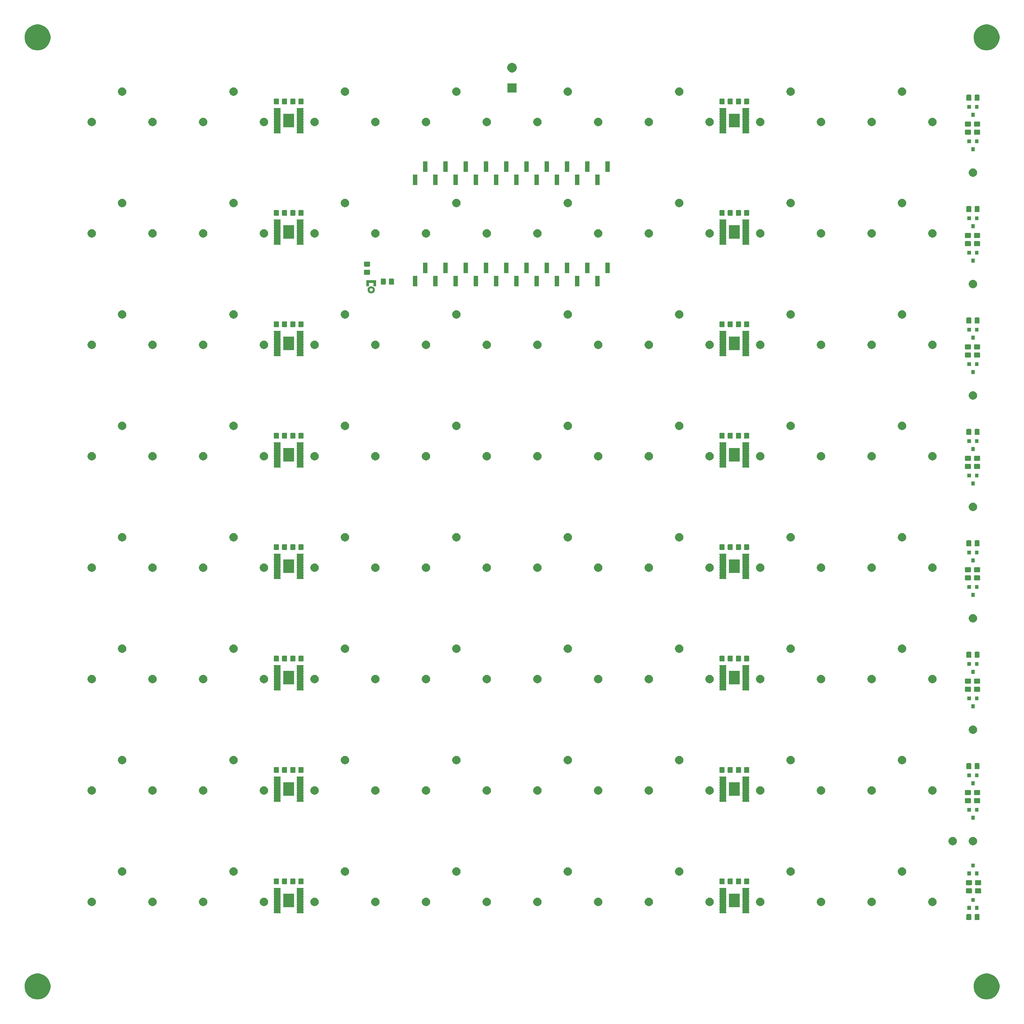
<source format=gbr>
G04 #@! TF.GenerationSoftware,KiCad,Pcbnew,(5.1.5-0-10_14)*
G04 #@! TF.CreationDate,2020-06-03T20:16:53+02:00*
G04 #@! TF.ProjectId,rgb_led_cube,7267625f-6c65-4645-9f63-7562652e6b69,rev?*
G04 #@! TF.SameCoordinates,Original*
G04 #@! TF.FileFunction,Soldermask,Top*
G04 #@! TF.FilePolarity,Negative*
%FSLAX46Y46*%
G04 Gerber Fmt 4.6, Leading zero omitted, Abs format (unit mm)*
G04 Created by KiCad (PCBNEW (5.1.5-0-10_14)) date 2020-06-03 20:16:53*
%MOMM*%
%LPD*%
G04 APERTURE LIST*
%ADD10C,0.500000*%
%ADD11C,0.100000*%
G04 APERTURE END LIST*
D10*
X115752400Y-90717800D02*
G75*
G03X115752400Y-90717800I-665000J0D01*
G01*
D11*
G36*
X270044239Y-262211467D02*
G01*
X270358282Y-262273934D01*
X270949926Y-262519001D01*
X271482392Y-262874784D01*
X271935216Y-263327608D01*
X272290999Y-263860074D01*
X272536066Y-264451718D01*
X272536066Y-264451719D01*
X272661000Y-265079803D01*
X272661000Y-265720197D01*
X272598533Y-266034239D01*
X272536066Y-266348282D01*
X272290999Y-266939926D01*
X271935216Y-267472392D01*
X271482392Y-267925216D01*
X270949926Y-268280999D01*
X270358282Y-268526066D01*
X270044239Y-268588533D01*
X269730197Y-268651000D01*
X269089803Y-268651000D01*
X268775761Y-268588533D01*
X268461718Y-268526066D01*
X267870074Y-268280999D01*
X267337608Y-267925216D01*
X266884784Y-267472392D01*
X266529001Y-266939926D01*
X266283934Y-266348282D01*
X266221467Y-266034239D01*
X266159000Y-265720197D01*
X266159000Y-265079803D01*
X266283934Y-264451719D01*
X266283934Y-264451718D01*
X266529001Y-263860074D01*
X266884784Y-263327608D01*
X267337608Y-262874784D01*
X267870074Y-262519001D01*
X268461718Y-262273934D01*
X268775761Y-262211467D01*
X269089803Y-262149000D01*
X269730197Y-262149000D01*
X270044239Y-262211467D01*
G37*
G36*
X32044239Y-262211467D02*
G01*
X32358282Y-262273934D01*
X32949926Y-262519001D01*
X33482392Y-262874784D01*
X33935216Y-263327608D01*
X34290999Y-263860074D01*
X34536066Y-264451718D01*
X34536066Y-264451719D01*
X34661000Y-265079803D01*
X34661000Y-265720197D01*
X34598533Y-266034239D01*
X34536066Y-266348282D01*
X34290999Y-266939926D01*
X33935216Y-267472392D01*
X33482392Y-267925216D01*
X32949926Y-268280999D01*
X32358282Y-268526066D01*
X32044239Y-268588533D01*
X31730197Y-268651000D01*
X31089803Y-268651000D01*
X30775761Y-268588533D01*
X30461718Y-268526066D01*
X29870074Y-268280999D01*
X29337608Y-267925216D01*
X28884784Y-267472392D01*
X28529001Y-266939926D01*
X28283934Y-266348282D01*
X28221467Y-266034239D01*
X28159000Y-265720197D01*
X28159000Y-265079803D01*
X28283934Y-264451719D01*
X28283934Y-264451718D01*
X28529001Y-263860074D01*
X28884784Y-263327608D01*
X29337608Y-262874784D01*
X29870074Y-262519001D01*
X30461718Y-262273934D01*
X30775761Y-262211467D01*
X31089803Y-262149000D01*
X31730197Y-262149000D01*
X32044239Y-262211467D01*
G37*
G36*
X265427674Y-247259465D02*
G01*
X265465367Y-247270899D01*
X265500103Y-247289466D01*
X265530548Y-247314452D01*
X265555534Y-247344897D01*
X265574101Y-247379633D01*
X265585535Y-247417326D01*
X265590000Y-247462661D01*
X265590000Y-248549339D01*
X265585535Y-248594674D01*
X265574101Y-248632367D01*
X265555534Y-248667103D01*
X265530548Y-248697548D01*
X265500103Y-248722534D01*
X265465367Y-248741101D01*
X265427674Y-248752535D01*
X265382339Y-248757000D01*
X264545661Y-248757000D01*
X264500326Y-248752535D01*
X264462633Y-248741101D01*
X264427897Y-248722534D01*
X264397452Y-248697548D01*
X264372466Y-248667103D01*
X264353899Y-248632367D01*
X264342465Y-248594674D01*
X264338000Y-248549339D01*
X264338000Y-247462661D01*
X264342465Y-247417326D01*
X264353899Y-247379633D01*
X264372466Y-247344897D01*
X264397452Y-247314452D01*
X264427897Y-247289466D01*
X264462633Y-247270899D01*
X264500326Y-247259465D01*
X264545661Y-247255000D01*
X265382339Y-247255000D01*
X265427674Y-247259465D01*
G37*
G36*
X267477674Y-247259465D02*
G01*
X267515367Y-247270899D01*
X267550103Y-247289466D01*
X267580548Y-247314452D01*
X267605534Y-247344897D01*
X267624101Y-247379633D01*
X267635535Y-247417326D01*
X267640000Y-247462661D01*
X267640000Y-248549339D01*
X267635535Y-248594674D01*
X267624101Y-248632367D01*
X267605534Y-248667103D01*
X267580548Y-248697548D01*
X267550103Y-248722534D01*
X267515367Y-248741101D01*
X267477674Y-248752535D01*
X267432339Y-248757000D01*
X266595661Y-248757000D01*
X266550326Y-248752535D01*
X266512633Y-248741101D01*
X266477897Y-248722534D01*
X266447452Y-248697548D01*
X266422466Y-248667103D01*
X266403899Y-248632367D01*
X266392465Y-248594674D01*
X266388000Y-248549339D01*
X266388000Y-247462661D01*
X266392465Y-247417326D01*
X266403899Y-247379633D01*
X266422466Y-247344897D01*
X266447452Y-247314452D01*
X266477897Y-247289466D01*
X266512633Y-247270899D01*
X266550326Y-247259465D01*
X266595661Y-247255000D01*
X267432339Y-247255000D01*
X267477674Y-247259465D01*
G37*
G36*
X98036570Y-240665403D02*
G01*
X98048275Y-240668954D01*
X98059065Y-240674721D01*
X98068519Y-240682481D01*
X98076279Y-240691935D01*
X98082046Y-240702725D01*
X98085597Y-240714430D01*
X98087400Y-240732738D01*
X98087400Y-241096462D01*
X98085597Y-241114770D01*
X98082046Y-241126475D01*
X98076279Y-241137265D01*
X98064770Y-241151288D01*
X98055755Y-241160304D01*
X98042141Y-241180678D01*
X98032765Y-241203317D01*
X98027985Y-241227351D01*
X98027985Y-241251855D01*
X98032766Y-241275888D01*
X98042144Y-241298526D01*
X98055758Y-241318901D01*
X98064774Y-241327917D01*
X98076279Y-241341935D01*
X98082046Y-241352725D01*
X98085597Y-241364430D01*
X98087400Y-241382738D01*
X98087400Y-241746462D01*
X98085597Y-241764770D01*
X98082046Y-241776475D01*
X98076279Y-241787265D01*
X98064770Y-241801288D01*
X98055755Y-241810304D01*
X98042141Y-241830678D01*
X98032765Y-241853317D01*
X98027985Y-241877351D01*
X98027985Y-241901855D01*
X98032766Y-241925888D01*
X98042144Y-241948526D01*
X98055758Y-241968901D01*
X98064774Y-241977917D01*
X98076279Y-241991935D01*
X98082046Y-242002725D01*
X98085597Y-242014430D01*
X98087400Y-242032738D01*
X98087400Y-242396462D01*
X98085597Y-242414770D01*
X98082046Y-242426475D01*
X98076279Y-242437265D01*
X98064770Y-242451288D01*
X98055755Y-242460304D01*
X98042141Y-242480678D01*
X98032765Y-242503317D01*
X98027985Y-242527351D01*
X98027985Y-242551855D01*
X98032766Y-242575888D01*
X98042144Y-242598526D01*
X98055758Y-242618901D01*
X98064774Y-242627917D01*
X98076279Y-242641935D01*
X98082046Y-242652725D01*
X98085597Y-242664430D01*
X98087400Y-242682738D01*
X98087400Y-243046462D01*
X98085597Y-243064770D01*
X98082046Y-243076475D01*
X98076279Y-243087265D01*
X98064770Y-243101288D01*
X98055755Y-243110304D01*
X98042141Y-243130678D01*
X98032765Y-243153317D01*
X98027985Y-243177351D01*
X98027985Y-243201855D01*
X98032766Y-243225888D01*
X98042144Y-243248526D01*
X98055758Y-243268901D01*
X98064774Y-243277917D01*
X98076279Y-243291935D01*
X98082046Y-243302725D01*
X98085597Y-243314430D01*
X98087400Y-243332738D01*
X98087400Y-243696462D01*
X98085597Y-243714770D01*
X98082046Y-243726475D01*
X98076279Y-243737265D01*
X98064770Y-243751288D01*
X98055755Y-243760304D01*
X98042141Y-243780678D01*
X98032765Y-243803317D01*
X98027985Y-243827351D01*
X98027985Y-243851855D01*
X98032766Y-243875888D01*
X98042144Y-243898526D01*
X98055758Y-243918901D01*
X98064774Y-243927917D01*
X98076279Y-243941935D01*
X98082046Y-243952725D01*
X98085597Y-243964430D01*
X98087400Y-243982738D01*
X98087400Y-244346462D01*
X98085597Y-244364770D01*
X98082046Y-244376475D01*
X98076279Y-244387265D01*
X98064770Y-244401288D01*
X98055755Y-244410304D01*
X98042141Y-244430678D01*
X98032765Y-244453317D01*
X98027985Y-244477351D01*
X98027985Y-244501855D01*
X98032766Y-244525888D01*
X98042144Y-244548526D01*
X98055758Y-244568901D01*
X98064774Y-244577917D01*
X98076279Y-244591935D01*
X98082046Y-244602725D01*
X98085597Y-244614430D01*
X98087400Y-244632738D01*
X98087400Y-244996462D01*
X98085597Y-245014770D01*
X98082046Y-245026475D01*
X98076279Y-245037265D01*
X98064770Y-245051288D01*
X98055755Y-245060304D01*
X98042141Y-245080678D01*
X98032765Y-245103317D01*
X98027985Y-245127351D01*
X98027985Y-245151855D01*
X98032766Y-245175888D01*
X98042144Y-245198526D01*
X98055758Y-245218901D01*
X98064774Y-245227917D01*
X98076279Y-245241935D01*
X98082046Y-245252725D01*
X98085597Y-245264430D01*
X98087400Y-245282738D01*
X98087400Y-245646462D01*
X98085597Y-245664770D01*
X98082046Y-245676475D01*
X98076279Y-245687265D01*
X98064770Y-245701288D01*
X98055755Y-245710304D01*
X98042141Y-245730678D01*
X98032765Y-245753317D01*
X98027985Y-245777351D01*
X98027985Y-245801855D01*
X98032766Y-245825888D01*
X98042144Y-245848526D01*
X98055758Y-245868901D01*
X98064774Y-245877917D01*
X98076279Y-245891935D01*
X98082046Y-245902725D01*
X98085597Y-245914430D01*
X98087400Y-245932738D01*
X98087400Y-246296462D01*
X98085597Y-246314770D01*
X98082046Y-246326475D01*
X98076279Y-246337265D01*
X98064770Y-246351288D01*
X98055755Y-246360304D01*
X98042141Y-246380678D01*
X98032765Y-246403317D01*
X98027985Y-246427351D01*
X98027985Y-246451855D01*
X98032766Y-246475888D01*
X98042144Y-246498526D01*
X98055758Y-246518901D01*
X98064774Y-246527917D01*
X98076279Y-246541935D01*
X98082046Y-246552725D01*
X98085597Y-246564430D01*
X98087400Y-246582738D01*
X98087400Y-246946462D01*
X98085597Y-246964770D01*
X98082046Y-246976475D01*
X98076279Y-246987265D01*
X98068519Y-246996719D01*
X98059065Y-247004479D01*
X98048275Y-247010246D01*
X98036570Y-247013797D01*
X98018262Y-247015600D01*
X96479538Y-247015600D01*
X96461230Y-247013797D01*
X96449525Y-247010246D01*
X96438735Y-247004479D01*
X96429281Y-246996719D01*
X96421521Y-246987265D01*
X96415754Y-246976475D01*
X96412203Y-246964770D01*
X96410400Y-246946462D01*
X96410400Y-246582738D01*
X96412203Y-246564430D01*
X96415754Y-246552725D01*
X96421521Y-246541935D01*
X96433030Y-246527912D01*
X96442045Y-246518896D01*
X96455659Y-246498522D01*
X96465035Y-246475883D01*
X96469815Y-246451849D01*
X96469815Y-246427345D01*
X96465034Y-246403312D01*
X96455656Y-246380674D01*
X96442042Y-246360299D01*
X96433026Y-246351283D01*
X96421521Y-246337265D01*
X96415754Y-246326475D01*
X96412203Y-246314770D01*
X96410400Y-246296462D01*
X96410400Y-245932738D01*
X96412203Y-245914430D01*
X96415754Y-245902725D01*
X96421521Y-245891935D01*
X96433030Y-245877912D01*
X96442045Y-245868896D01*
X96455659Y-245848522D01*
X96465035Y-245825883D01*
X96469815Y-245801849D01*
X96469815Y-245777345D01*
X96465034Y-245753312D01*
X96455656Y-245730674D01*
X96442042Y-245710299D01*
X96433026Y-245701283D01*
X96421521Y-245687265D01*
X96415754Y-245676475D01*
X96412203Y-245664770D01*
X96410400Y-245646462D01*
X96410400Y-245282738D01*
X96412203Y-245264430D01*
X96415754Y-245252725D01*
X96421521Y-245241935D01*
X96433030Y-245227912D01*
X96442045Y-245218896D01*
X96455659Y-245198522D01*
X96465035Y-245175883D01*
X96469815Y-245151849D01*
X96469815Y-245127345D01*
X96465034Y-245103312D01*
X96455656Y-245080674D01*
X96442042Y-245060299D01*
X96433026Y-245051283D01*
X96421521Y-245037265D01*
X96415754Y-245026475D01*
X96412203Y-245014770D01*
X96410400Y-244996462D01*
X96410400Y-244632738D01*
X96412203Y-244614430D01*
X96415754Y-244602725D01*
X96421521Y-244591935D01*
X96433030Y-244577912D01*
X96442045Y-244568896D01*
X96455659Y-244548522D01*
X96465035Y-244525883D01*
X96469815Y-244501849D01*
X96469815Y-244477345D01*
X96465034Y-244453312D01*
X96455656Y-244430674D01*
X96442042Y-244410299D01*
X96433026Y-244401283D01*
X96421521Y-244387265D01*
X96415754Y-244376475D01*
X96412203Y-244364770D01*
X96410400Y-244346462D01*
X96410400Y-243982738D01*
X96412203Y-243964430D01*
X96415754Y-243952725D01*
X96421521Y-243941935D01*
X96433030Y-243927912D01*
X96442045Y-243918896D01*
X96455659Y-243898522D01*
X96465035Y-243875883D01*
X96469815Y-243851849D01*
X96469815Y-243827345D01*
X96465034Y-243803312D01*
X96455656Y-243780674D01*
X96442042Y-243760299D01*
X96433026Y-243751283D01*
X96421521Y-243737265D01*
X96415754Y-243726475D01*
X96412203Y-243714770D01*
X96410400Y-243696462D01*
X96410400Y-243332738D01*
X96412203Y-243314430D01*
X96415754Y-243302725D01*
X96421521Y-243291935D01*
X96433030Y-243277912D01*
X96442045Y-243268896D01*
X96455659Y-243248522D01*
X96465035Y-243225883D01*
X96469815Y-243201849D01*
X96469815Y-243177345D01*
X96465034Y-243153312D01*
X96455656Y-243130674D01*
X96442042Y-243110299D01*
X96433026Y-243101283D01*
X96421521Y-243087265D01*
X96415754Y-243076475D01*
X96412203Y-243064770D01*
X96410400Y-243046462D01*
X96410400Y-242682738D01*
X96412203Y-242664430D01*
X96415754Y-242652725D01*
X96421521Y-242641935D01*
X96433030Y-242627912D01*
X96442045Y-242618896D01*
X96455659Y-242598522D01*
X96465035Y-242575883D01*
X96469815Y-242551849D01*
X96469815Y-242527345D01*
X96465034Y-242503312D01*
X96455656Y-242480674D01*
X96442042Y-242460299D01*
X96433026Y-242451283D01*
X96421521Y-242437265D01*
X96415754Y-242426475D01*
X96412203Y-242414770D01*
X96410400Y-242396462D01*
X96410400Y-242032738D01*
X96412203Y-242014430D01*
X96415754Y-242002725D01*
X96421521Y-241991935D01*
X96433030Y-241977912D01*
X96442045Y-241968896D01*
X96455659Y-241948522D01*
X96465035Y-241925883D01*
X96469815Y-241901849D01*
X96469815Y-241877345D01*
X96465034Y-241853312D01*
X96455656Y-241830674D01*
X96442042Y-241810299D01*
X96433026Y-241801283D01*
X96421521Y-241787265D01*
X96415754Y-241776475D01*
X96412203Y-241764770D01*
X96410400Y-241746462D01*
X96410400Y-241382738D01*
X96412203Y-241364430D01*
X96415754Y-241352725D01*
X96421521Y-241341935D01*
X96433030Y-241327912D01*
X96442045Y-241318896D01*
X96455659Y-241298522D01*
X96465035Y-241275883D01*
X96469815Y-241251849D01*
X96469815Y-241227345D01*
X96465034Y-241203312D01*
X96455656Y-241180674D01*
X96442042Y-241160299D01*
X96433026Y-241151283D01*
X96421521Y-241137265D01*
X96415754Y-241126475D01*
X96412203Y-241114770D01*
X96410400Y-241096462D01*
X96410400Y-240732738D01*
X96412203Y-240714430D01*
X96415754Y-240702725D01*
X96421521Y-240691935D01*
X96429281Y-240682481D01*
X96438735Y-240674721D01*
X96449525Y-240668954D01*
X96461230Y-240665403D01*
X96479538Y-240663600D01*
X98018262Y-240663600D01*
X98036570Y-240665403D01*
G37*
G36*
X92311570Y-240665403D02*
G01*
X92323275Y-240668954D01*
X92334065Y-240674721D01*
X92343519Y-240682481D01*
X92351279Y-240691935D01*
X92357046Y-240702725D01*
X92360597Y-240714430D01*
X92362400Y-240732738D01*
X92362400Y-241096462D01*
X92360597Y-241114770D01*
X92357046Y-241126475D01*
X92351279Y-241137265D01*
X92339770Y-241151288D01*
X92330755Y-241160304D01*
X92317141Y-241180678D01*
X92307765Y-241203317D01*
X92302985Y-241227351D01*
X92302985Y-241251855D01*
X92307766Y-241275888D01*
X92317144Y-241298526D01*
X92330758Y-241318901D01*
X92339774Y-241327917D01*
X92351279Y-241341935D01*
X92357046Y-241352725D01*
X92360597Y-241364430D01*
X92362400Y-241382738D01*
X92362400Y-241746462D01*
X92360597Y-241764770D01*
X92357046Y-241776475D01*
X92351279Y-241787265D01*
X92339770Y-241801288D01*
X92330755Y-241810304D01*
X92317141Y-241830678D01*
X92307765Y-241853317D01*
X92302985Y-241877351D01*
X92302985Y-241901855D01*
X92307766Y-241925888D01*
X92317144Y-241948526D01*
X92330758Y-241968901D01*
X92339774Y-241977917D01*
X92351279Y-241991935D01*
X92357046Y-242002725D01*
X92360597Y-242014430D01*
X92362400Y-242032738D01*
X92362400Y-242396462D01*
X92360597Y-242414770D01*
X92357046Y-242426475D01*
X92351279Y-242437265D01*
X92339770Y-242451288D01*
X92330755Y-242460304D01*
X92317141Y-242480678D01*
X92307765Y-242503317D01*
X92302985Y-242527351D01*
X92302985Y-242551855D01*
X92307766Y-242575888D01*
X92317144Y-242598526D01*
X92330758Y-242618901D01*
X92339774Y-242627917D01*
X92351279Y-242641935D01*
X92357046Y-242652725D01*
X92360597Y-242664430D01*
X92362400Y-242682738D01*
X92362400Y-243046462D01*
X92360597Y-243064770D01*
X92357046Y-243076475D01*
X92351279Y-243087265D01*
X92339770Y-243101288D01*
X92330755Y-243110304D01*
X92317141Y-243130678D01*
X92307765Y-243153317D01*
X92302985Y-243177351D01*
X92302985Y-243201855D01*
X92307766Y-243225888D01*
X92317144Y-243248526D01*
X92330758Y-243268901D01*
X92339774Y-243277917D01*
X92351279Y-243291935D01*
X92357046Y-243302725D01*
X92360597Y-243314430D01*
X92362400Y-243332738D01*
X92362400Y-243696462D01*
X92360597Y-243714770D01*
X92357046Y-243726475D01*
X92351279Y-243737265D01*
X92339770Y-243751288D01*
X92330755Y-243760304D01*
X92317141Y-243780678D01*
X92307765Y-243803317D01*
X92302985Y-243827351D01*
X92302985Y-243851855D01*
X92307766Y-243875888D01*
X92317144Y-243898526D01*
X92330758Y-243918901D01*
X92339774Y-243927917D01*
X92351279Y-243941935D01*
X92357046Y-243952725D01*
X92360597Y-243964430D01*
X92362400Y-243982738D01*
X92362400Y-244346462D01*
X92360597Y-244364770D01*
X92357046Y-244376475D01*
X92351279Y-244387265D01*
X92339770Y-244401288D01*
X92330755Y-244410304D01*
X92317141Y-244430678D01*
X92307765Y-244453317D01*
X92302985Y-244477351D01*
X92302985Y-244501855D01*
X92307766Y-244525888D01*
X92317144Y-244548526D01*
X92330758Y-244568901D01*
X92339774Y-244577917D01*
X92351279Y-244591935D01*
X92357046Y-244602725D01*
X92360597Y-244614430D01*
X92362400Y-244632738D01*
X92362400Y-244996462D01*
X92360597Y-245014770D01*
X92357046Y-245026475D01*
X92351279Y-245037265D01*
X92339770Y-245051288D01*
X92330755Y-245060304D01*
X92317141Y-245080678D01*
X92307765Y-245103317D01*
X92302985Y-245127351D01*
X92302985Y-245151855D01*
X92307766Y-245175888D01*
X92317144Y-245198526D01*
X92330758Y-245218901D01*
X92339774Y-245227917D01*
X92351279Y-245241935D01*
X92357046Y-245252725D01*
X92360597Y-245264430D01*
X92362400Y-245282738D01*
X92362400Y-245646462D01*
X92360597Y-245664770D01*
X92357046Y-245676475D01*
X92351279Y-245687265D01*
X92339770Y-245701288D01*
X92330755Y-245710304D01*
X92317141Y-245730678D01*
X92307765Y-245753317D01*
X92302985Y-245777351D01*
X92302985Y-245801855D01*
X92307766Y-245825888D01*
X92317144Y-245848526D01*
X92330758Y-245868901D01*
X92339774Y-245877917D01*
X92351279Y-245891935D01*
X92357046Y-245902725D01*
X92360597Y-245914430D01*
X92362400Y-245932738D01*
X92362400Y-246296462D01*
X92360597Y-246314770D01*
X92357046Y-246326475D01*
X92351279Y-246337265D01*
X92339770Y-246351288D01*
X92330755Y-246360304D01*
X92317141Y-246380678D01*
X92307765Y-246403317D01*
X92302985Y-246427351D01*
X92302985Y-246451855D01*
X92307766Y-246475888D01*
X92317144Y-246498526D01*
X92330758Y-246518901D01*
X92339774Y-246527917D01*
X92351279Y-246541935D01*
X92357046Y-246552725D01*
X92360597Y-246564430D01*
X92362400Y-246582738D01*
X92362400Y-246946462D01*
X92360597Y-246964770D01*
X92357046Y-246976475D01*
X92351279Y-246987265D01*
X92343519Y-246996719D01*
X92334065Y-247004479D01*
X92323275Y-247010246D01*
X92311570Y-247013797D01*
X92293262Y-247015600D01*
X90754538Y-247015600D01*
X90736230Y-247013797D01*
X90724525Y-247010246D01*
X90713735Y-247004479D01*
X90704281Y-246996719D01*
X90696521Y-246987265D01*
X90690754Y-246976475D01*
X90687203Y-246964770D01*
X90685400Y-246946462D01*
X90685400Y-246582738D01*
X90687203Y-246564430D01*
X90690754Y-246552725D01*
X90696521Y-246541935D01*
X90708030Y-246527912D01*
X90717045Y-246518896D01*
X90730659Y-246498522D01*
X90740035Y-246475883D01*
X90744815Y-246451849D01*
X90744815Y-246427345D01*
X90740034Y-246403312D01*
X90730656Y-246380674D01*
X90717042Y-246360299D01*
X90708026Y-246351283D01*
X90696521Y-246337265D01*
X90690754Y-246326475D01*
X90687203Y-246314770D01*
X90685400Y-246296462D01*
X90685400Y-245932738D01*
X90687203Y-245914430D01*
X90690754Y-245902725D01*
X90696521Y-245891935D01*
X90708030Y-245877912D01*
X90717045Y-245868896D01*
X90730659Y-245848522D01*
X90740035Y-245825883D01*
X90744815Y-245801849D01*
X90744815Y-245777345D01*
X90740034Y-245753312D01*
X90730656Y-245730674D01*
X90717042Y-245710299D01*
X90708026Y-245701283D01*
X90696521Y-245687265D01*
X90690754Y-245676475D01*
X90687203Y-245664770D01*
X90685400Y-245646462D01*
X90685400Y-245282738D01*
X90687203Y-245264430D01*
X90690754Y-245252725D01*
X90696521Y-245241935D01*
X90708030Y-245227912D01*
X90717045Y-245218896D01*
X90730659Y-245198522D01*
X90740035Y-245175883D01*
X90744815Y-245151849D01*
X90744815Y-245127345D01*
X90740034Y-245103312D01*
X90730656Y-245080674D01*
X90717042Y-245060299D01*
X90708026Y-245051283D01*
X90696521Y-245037265D01*
X90690754Y-245026475D01*
X90687203Y-245014770D01*
X90685400Y-244996462D01*
X90685400Y-244632738D01*
X90687203Y-244614430D01*
X90690754Y-244602725D01*
X90696521Y-244591935D01*
X90708030Y-244577912D01*
X90717045Y-244568896D01*
X90730659Y-244548522D01*
X90740035Y-244525883D01*
X90744815Y-244501849D01*
X90744815Y-244477345D01*
X90740034Y-244453312D01*
X90730656Y-244430674D01*
X90717042Y-244410299D01*
X90708026Y-244401283D01*
X90696521Y-244387265D01*
X90690754Y-244376475D01*
X90687203Y-244364770D01*
X90685400Y-244346462D01*
X90685400Y-243982738D01*
X90687203Y-243964430D01*
X90690754Y-243952725D01*
X90696521Y-243941935D01*
X90708030Y-243927912D01*
X90717045Y-243918896D01*
X90730659Y-243898522D01*
X90740035Y-243875883D01*
X90744815Y-243851849D01*
X90744815Y-243827345D01*
X90740034Y-243803312D01*
X90730656Y-243780674D01*
X90717042Y-243760299D01*
X90708026Y-243751283D01*
X90696521Y-243737265D01*
X90690754Y-243726475D01*
X90687203Y-243714770D01*
X90685400Y-243696462D01*
X90685400Y-243332738D01*
X90687203Y-243314430D01*
X90690754Y-243302725D01*
X90696521Y-243291935D01*
X90708030Y-243277912D01*
X90717045Y-243268896D01*
X90730659Y-243248522D01*
X90740035Y-243225883D01*
X90744815Y-243201849D01*
X90744815Y-243177345D01*
X90740034Y-243153312D01*
X90730656Y-243130674D01*
X90717042Y-243110299D01*
X90708026Y-243101283D01*
X90696521Y-243087265D01*
X90690754Y-243076475D01*
X90687203Y-243064770D01*
X90685400Y-243046462D01*
X90685400Y-242682738D01*
X90687203Y-242664430D01*
X90690754Y-242652725D01*
X90696521Y-242641935D01*
X90708030Y-242627912D01*
X90717045Y-242618896D01*
X90730659Y-242598522D01*
X90740035Y-242575883D01*
X90744815Y-242551849D01*
X90744815Y-242527345D01*
X90740034Y-242503312D01*
X90730656Y-242480674D01*
X90717042Y-242460299D01*
X90708026Y-242451283D01*
X90696521Y-242437265D01*
X90690754Y-242426475D01*
X90687203Y-242414770D01*
X90685400Y-242396462D01*
X90685400Y-242032738D01*
X90687203Y-242014430D01*
X90690754Y-242002725D01*
X90696521Y-241991935D01*
X90708030Y-241977912D01*
X90717045Y-241968896D01*
X90730659Y-241948522D01*
X90740035Y-241925883D01*
X90744815Y-241901849D01*
X90744815Y-241877345D01*
X90740034Y-241853312D01*
X90730656Y-241830674D01*
X90717042Y-241810299D01*
X90708026Y-241801283D01*
X90696521Y-241787265D01*
X90690754Y-241776475D01*
X90687203Y-241764770D01*
X90685400Y-241746462D01*
X90685400Y-241382738D01*
X90687203Y-241364430D01*
X90690754Y-241352725D01*
X90696521Y-241341935D01*
X90708030Y-241327912D01*
X90717045Y-241318896D01*
X90730659Y-241298522D01*
X90740035Y-241275883D01*
X90744815Y-241251849D01*
X90744815Y-241227345D01*
X90740034Y-241203312D01*
X90730656Y-241180674D01*
X90717042Y-241160299D01*
X90708026Y-241151283D01*
X90696521Y-241137265D01*
X90690754Y-241126475D01*
X90687203Y-241114770D01*
X90685400Y-241096462D01*
X90685400Y-240732738D01*
X90687203Y-240714430D01*
X90690754Y-240702725D01*
X90696521Y-240691935D01*
X90704281Y-240682481D01*
X90713735Y-240674721D01*
X90724525Y-240668954D01*
X90736230Y-240665403D01*
X90754538Y-240663600D01*
X92293262Y-240663600D01*
X92311570Y-240665403D01*
G37*
G36*
X209796170Y-240665403D02*
G01*
X209807875Y-240668954D01*
X209818665Y-240674721D01*
X209828119Y-240682481D01*
X209835879Y-240691935D01*
X209841646Y-240702725D01*
X209845197Y-240714430D01*
X209847000Y-240732738D01*
X209847000Y-241096462D01*
X209845197Y-241114770D01*
X209841646Y-241126475D01*
X209835879Y-241137265D01*
X209824370Y-241151288D01*
X209815355Y-241160304D01*
X209801741Y-241180678D01*
X209792365Y-241203317D01*
X209787585Y-241227351D01*
X209787585Y-241251855D01*
X209792366Y-241275888D01*
X209801744Y-241298526D01*
X209815358Y-241318901D01*
X209824374Y-241327917D01*
X209835879Y-241341935D01*
X209841646Y-241352725D01*
X209845197Y-241364430D01*
X209847000Y-241382738D01*
X209847000Y-241746462D01*
X209845197Y-241764770D01*
X209841646Y-241776475D01*
X209835879Y-241787265D01*
X209824370Y-241801288D01*
X209815355Y-241810304D01*
X209801741Y-241830678D01*
X209792365Y-241853317D01*
X209787585Y-241877351D01*
X209787585Y-241901855D01*
X209792366Y-241925888D01*
X209801744Y-241948526D01*
X209815358Y-241968901D01*
X209824374Y-241977917D01*
X209835879Y-241991935D01*
X209841646Y-242002725D01*
X209845197Y-242014430D01*
X209847000Y-242032738D01*
X209847000Y-242396462D01*
X209845197Y-242414770D01*
X209841646Y-242426475D01*
X209835879Y-242437265D01*
X209824370Y-242451288D01*
X209815355Y-242460304D01*
X209801741Y-242480678D01*
X209792365Y-242503317D01*
X209787585Y-242527351D01*
X209787585Y-242551855D01*
X209792366Y-242575888D01*
X209801744Y-242598526D01*
X209815358Y-242618901D01*
X209824374Y-242627917D01*
X209835879Y-242641935D01*
X209841646Y-242652725D01*
X209845197Y-242664430D01*
X209847000Y-242682738D01*
X209847000Y-243046462D01*
X209845197Y-243064770D01*
X209841646Y-243076475D01*
X209835879Y-243087265D01*
X209824370Y-243101288D01*
X209815355Y-243110304D01*
X209801741Y-243130678D01*
X209792365Y-243153317D01*
X209787585Y-243177351D01*
X209787585Y-243201855D01*
X209792366Y-243225888D01*
X209801744Y-243248526D01*
X209815358Y-243268901D01*
X209824374Y-243277917D01*
X209835879Y-243291935D01*
X209841646Y-243302725D01*
X209845197Y-243314430D01*
X209847000Y-243332738D01*
X209847000Y-243696462D01*
X209845197Y-243714770D01*
X209841646Y-243726475D01*
X209835879Y-243737265D01*
X209824370Y-243751288D01*
X209815355Y-243760304D01*
X209801741Y-243780678D01*
X209792365Y-243803317D01*
X209787585Y-243827351D01*
X209787585Y-243851855D01*
X209792366Y-243875888D01*
X209801744Y-243898526D01*
X209815358Y-243918901D01*
X209824374Y-243927917D01*
X209835879Y-243941935D01*
X209841646Y-243952725D01*
X209845197Y-243964430D01*
X209847000Y-243982738D01*
X209847000Y-244346462D01*
X209845197Y-244364770D01*
X209841646Y-244376475D01*
X209835879Y-244387265D01*
X209824370Y-244401288D01*
X209815355Y-244410304D01*
X209801741Y-244430678D01*
X209792365Y-244453317D01*
X209787585Y-244477351D01*
X209787585Y-244501855D01*
X209792366Y-244525888D01*
X209801744Y-244548526D01*
X209815358Y-244568901D01*
X209824374Y-244577917D01*
X209835879Y-244591935D01*
X209841646Y-244602725D01*
X209845197Y-244614430D01*
X209847000Y-244632738D01*
X209847000Y-244996462D01*
X209845197Y-245014770D01*
X209841646Y-245026475D01*
X209835879Y-245037265D01*
X209824370Y-245051288D01*
X209815355Y-245060304D01*
X209801741Y-245080678D01*
X209792365Y-245103317D01*
X209787585Y-245127351D01*
X209787585Y-245151855D01*
X209792366Y-245175888D01*
X209801744Y-245198526D01*
X209815358Y-245218901D01*
X209824374Y-245227917D01*
X209835879Y-245241935D01*
X209841646Y-245252725D01*
X209845197Y-245264430D01*
X209847000Y-245282738D01*
X209847000Y-245646462D01*
X209845197Y-245664770D01*
X209841646Y-245676475D01*
X209835879Y-245687265D01*
X209824370Y-245701288D01*
X209815355Y-245710304D01*
X209801741Y-245730678D01*
X209792365Y-245753317D01*
X209787585Y-245777351D01*
X209787585Y-245801855D01*
X209792366Y-245825888D01*
X209801744Y-245848526D01*
X209815358Y-245868901D01*
X209824374Y-245877917D01*
X209835879Y-245891935D01*
X209841646Y-245902725D01*
X209845197Y-245914430D01*
X209847000Y-245932738D01*
X209847000Y-246296462D01*
X209845197Y-246314770D01*
X209841646Y-246326475D01*
X209835879Y-246337265D01*
X209824370Y-246351288D01*
X209815355Y-246360304D01*
X209801741Y-246380678D01*
X209792365Y-246403317D01*
X209787585Y-246427351D01*
X209787585Y-246451855D01*
X209792366Y-246475888D01*
X209801744Y-246498526D01*
X209815358Y-246518901D01*
X209824374Y-246527917D01*
X209835879Y-246541935D01*
X209841646Y-246552725D01*
X209845197Y-246564430D01*
X209847000Y-246582738D01*
X209847000Y-246946462D01*
X209845197Y-246964770D01*
X209841646Y-246976475D01*
X209835879Y-246987265D01*
X209828119Y-246996719D01*
X209818665Y-247004479D01*
X209807875Y-247010246D01*
X209796170Y-247013797D01*
X209777862Y-247015600D01*
X208239138Y-247015600D01*
X208220830Y-247013797D01*
X208209125Y-247010246D01*
X208198335Y-247004479D01*
X208188881Y-246996719D01*
X208181121Y-246987265D01*
X208175354Y-246976475D01*
X208171803Y-246964770D01*
X208170000Y-246946462D01*
X208170000Y-246582738D01*
X208171803Y-246564430D01*
X208175354Y-246552725D01*
X208181121Y-246541935D01*
X208192630Y-246527912D01*
X208201645Y-246518896D01*
X208215259Y-246498522D01*
X208224635Y-246475883D01*
X208229415Y-246451849D01*
X208229415Y-246427345D01*
X208224634Y-246403312D01*
X208215256Y-246380674D01*
X208201642Y-246360299D01*
X208192626Y-246351283D01*
X208181121Y-246337265D01*
X208175354Y-246326475D01*
X208171803Y-246314770D01*
X208170000Y-246296462D01*
X208170000Y-245932738D01*
X208171803Y-245914430D01*
X208175354Y-245902725D01*
X208181121Y-245891935D01*
X208192630Y-245877912D01*
X208201645Y-245868896D01*
X208215259Y-245848522D01*
X208224635Y-245825883D01*
X208229415Y-245801849D01*
X208229415Y-245777345D01*
X208224634Y-245753312D01*
X208215256Y-245730674D01*
X208201642Y-245710299D01*
X208192626Y-245701283D01*
X208181121Y-245687265D01*
X208175354Y-245676475D01*
X208171803Y-245664770D01*
X208170000Y-245646462D01*
X208170000Y-245282738D01*
X208171803Y-245264430D01*
X208175354Y-245252725D01*
X208181121Y-245241935D01*
X208192630Y-245227912D01*
X208201645Y-245218896D01*
X208215259Y-245198522D01*
X208224635Y-245175883D01*
X208229415Y-245151849D01*
X208229415Y-245127345D01*
X208224634Y-245103312D01*
X208215256Y-245080674D01*
X208201642Y-245060299D01*
X208192626Y-245051283D01*
X208181121Y-245037265D01*
X208175354Y-245026475D01*
X208171803Y-245014770D01*
X208170000Y-244996462D01*
X208170000Y-244632738D01*
X208171803Y-244614430D01*
X208175354Y-244602725D01*
X208181121Y-244591935D01*
X208192630Y-244577912D01*
X208201645Y-244568896D01*
X208215259Y-244548522D01*
X208224635Y-244525883D01*
X208229415Y-244501849D01*
X208229415Y-244477345D01*
X208224634Y-244453312D01*
X208215256Y-244430674D01*
X208201642Y-244410299D01*
X208192626Y-244401283D01*
X208181121Y-244387265D01*
X208175354Y-244376475D01*
X208171803Y-244364770D01*
X208170000Y-244346462D01*
X208170000Y-243982738D01*
X208171803Y-243964430D01*
X208175354Y-243952725D01*
X208181121Y-243941935D01*
X208192630Y-243927912D01*
X208201645Y-243918896D01*
X208215259Y-243898522D01*
X208224635Y-243875883D01*
X208229415Y-243851849D01*
X208229415Y-243827345D01*
X208224634Y-243803312D01*
X208215256Y-243780674D01*
X208201642Y-243760299D01*
X208192626Y-243751283D01*
X208181121Y-243737265D01*
X208175354Y-243726475D01*
X208171803Y-243714770D01*
X208170000Y-243696462D01*
X208170000Y-243332738D01*
X208171803Y-243314430D01*
X208175354Y-243302725D01*
X208181121Y-243291935D01*
X208192630Y-243277912D01*
X208201645Y-243268896D01*
X208215259Y-243248522D01*
X208224635Y-243225883D01*
X208229415Y-243201849D01*
X208229415Y-243177345D01*
X208224634Y-243153312D01*
X208215256Y-243130674D01*
X208201642Y-243110299D01*
X208192626Y-243101283D01*
X208181121Y-243087265D01*
X208175354Y-243076475D01*
X208171803Y-243064770D01*
X208170000Y-243046462D01*
X208170000Y-242682738D01*
X208171803Y-242664430D01*
X208175354Y-242652725D01*
X208181121Y-242641935D01*
X208192630Y-242627912D01*
X208201645Y-242618896D01*
X208215259Y-242598522D01*
X208224635Y-242575883D01*
X208229415Y-242551849D01*
X208229415Y-242527345D01*
X208224634Y-242503312D01*
X208215256Y-242480674D01*
X208201642Y-242460299D01*
X208192626Y-242451283D01*
X208181121Y-242437265D01*
X208175354Y-242426475D01*
X208171803Y-242414770D01*
X208170000Y-242396462D01*
X208170000Y-242032738D01*
X208171803Y-242014430D01*
X208175354Y-242002725D01*
X208181121Y-241991935D01*
X208192630Y-241977912D01*
X208201645Y-241968896D01*
X208215259Y-241948522D01*
X208224635Y-241925883D01*
X208229415Y-241901849D01*
X208229415Y-241877345D01*
X208224634Y-241853312D01*
X208215256Y-241830674D01*
X208201642Y-241810299D01*
X208192626Y-241801283D01*
X208181121Y-241787265D01*
X208175354Y-241776475D01*
X208171803Y-241764770D01*
X208170000Y-241746462D01*
X208170000Y-241382738D01*
X208171803Y-241364430D01*
X208175354Y-241352725D01*
X208181121Y-241341935D01*
X208192630Y-241327912D01*
X208201645Y-241318896D01*
X208215259Y-241298522D01*
X208224635Y-241275883D01*
X208229415Y-241251849D01*
X208229415Y-241227345D01*
X208224634Y-241203312D01*
X208215256Y-241180674D01*
X208201642Y-241160299D01*
X208192626Y-241151283D01*
X208181121Y-241137265D01*
X208175354Y-241126475D01*
X208171803Y-241114770D01*
X208170000Y-241096462D01*
X208170000Y-240732738D01*
X208171803Y-240714430D01*
X208175354Y-240702725D01*
X208181121Y-240691935D01*
X208188881Y-240682481D01*
X208198335Y-240674721D01*
X208209125Y-240668954D01*
X208220830Y-240665403D01*
X208239138Y-240663600D01*
X209777862Y-240663600D01*
X209796170Y-240665403D01*
G37*
G36*
X204071170Y-240665403D02*
G01*
X204082875Y-240668954D01*
X204093665Y-240674721D01*
X204103119Y-240682481D01*
X204110879Y-240691935D01*
X204116646Y-240702725D01*
X204120197Y-240714430D01*
X204122000Y-240732738D01*
X204122000Y-241096462D01*
X204120197Y-241114770D01*
X204116646Y-241126475D01*
X204110879Y-241137265D01*
X204099370Y-241151288D01*
X204090355Y-241160304D01*
X204076741Y-241180678D01*
X204067365Y-241203317D01*
X204062585Y-241227351D01*
X204062585Y-241251855D01*
X204067366Y-241275888D01*
X204076744Y-241298526D01*
X204090358Y-241318901D01*
X204099374Y-241327917D01*
X204110879Y-241341935D01*
X204116646Y-241352725D01*
X204120197Y-241364430D01*
X204122000Y-241382738D01*
X204122000Y-241746462D01*
X204120197Y-241764770D01*
X204116646Y-241776475D01*
X204110879Y-241787265D01*
X204099370Y-241801288D01*
X204090355Y-241810304D01*
X204076741Y-241830678D01*
X204067365Y-241853317D01*
X204062585Y-241877351D01*
X204062585Y-241901855D01*
X204067366Y-241925888D01*
X204076744Y-241948526D01*
X204090358Y-241968901D01*
X204099374Y-241977917D01*
X204110879Y-241991935D01*
X204116646Y-242002725D01*
X204120197Y-242014430D01*
X204122000Y-242032738D01*
X204122000Y-242396462D01*
X204120197Y-242414770D01*
X204116646Y-242426475D01*
X204110879Y-242437265D01*
X204099370Y-242451288D01*
X204090355Y-242460304D01*
X204076741Y-242480678D01*
X204067365Y-242503317D01*
X204062585Y-242527351D01*
X204062585Y-242551855D01*
X204067366Y-242575888D01*
X204076744Y-242598526D01*
X204090358Y-242618901D01*
X204099374Y-242627917D01*
X204110879Y-242641935D01*
X204116646Y-242652725D01*
X204120197Y-242664430D01*
X204122000Y-242682738D01*
X204122000Y-243046462D01*
X204120197Y-243064770D01*
X204116646Y-243076475D01*
X204110879Y-243087265D01*
X204099370Y-243101288D01*
X204090355Y-243110304D01*
X204076741Y-243130678D01*
X204067365Y-243153317D01*
X204062585Y-243177351D01*
X204062585Y-243201855D01*
X204067366Y-243225888D01*
X204076744Y-243248526D01*
X204090358Y-243268901D01*
X204099374Y-243277917D01*
X204110879Y-243291935D01*
X204116646Y-243302725D01*
X204120197Y-243314430D01*
X204122000Y-243332738D01*
X204122000Y-243696462D01*
X204120197Y-243714770D01*
X204116646Y-243726475D01*
X204110879Y-243737265D01*
X204099370Y-243751288D01*
X204090355Y-243760304D01*
X204076741Y-243780678D01*
X204067365Y-243803317D01*
X204062585Y-243827351D01*
X204062585Y-243851855D01*
X204067366Y-243875888D01*
X204076744Y-243898526D01*
X204090358Y-243918901D01*
X204099374Y-243927917D01*
X204110879Y-243941935D01*
X204116646Y-243952725D01*
X204120197Y-243964430D01*
X204122000Y-243982738D01*
X204122000Y-244346462D01*
X204120197Y-244364770D01*
X204116646Y-244376475D01*
X204110879Y-244387265D01*
X204099370Y-244401288D01*
X204090355Y-244410304D01*
X204076741Y-244430678D01*
X204067365Y-244453317D01*
X204062585Y-244477351D01*
X204062585Y-244501855D01*
X204067366Y-244525888D01*
X204076744Y-244548526D01*
X204090358Y-244568901D01*
X204099374Y-244577917D01*
X204110879Y-244591935D01*
X204116646Y-244602725D01*
X204120197Y-244614430D01*
X204122000Y-244632738D01*
X204122000Y-244996462D01*
X204120197Y-245014770D01*
X204116646Y-245026475D01*
X204110879Y-245037265D01*
X204099370Y-245051288D01*
X204090355Y-245060304D01*
X204076741Y-245080678D01*
X204067365Y-245103317D01*
X204062585Y-245127351D01*
X204062585Y-245151855D01*
X204067366Y-245175888D01*
X204076744Y-245198526D01*
X204090358Y-245218901D01*
X204099374Y-245227917D01*
X204110879Y-245241935D01*
X204116646Y-245252725D01*
X204120197Y-245264430D01*
X204122000Y-245282738D01*
X204122000Y-245646462D01*
X204120197Y-245664770D01*
X204116646Y-245676475D01*
X204110879Y-245687265D01*
X204099370Y-245701288D01*
X204090355Y-245710304D01*
X204076741Y-245730678D01*
X204067365Y-245753317D01*
X204062585Y-245777351D01*
X204062585Y-245801855D01*
X204067366Y-245825888D01*
X204076744Y-245848526D01*
X204090358Y-245868901D01*
X204099374Y-245877917D01*
X204110879Y-245891935D01*
X204116646Y-245902725D01*
X204120197Y-245914430D01*
X204122000Y-245932738D01*
X204122000Y-246296462D01*
X204120197Y-246314770D01*
X204116646Y-246326475D01*
X204110879Y-246337265D01*
X204099370Y-246351288D01*
X204090355Y-246360304D01*
X204076741Y-246380678D01*
X204067365Y-246403317D01*
X204062585Y-246427351D01*
X204062585Y-246451855D01*
X204067366Y-246475888D01*
X204076744Y-246498526D01*
X204090358Y-246518901D01*
X204099374Y-246527917D01*
X204110879Y-246541935D01*
X204116646Y-246552725D01*
X204120197Y-246564430D01*
X204122000Y-246582738D01*
X204122000Y-246946462D01*
X204120197Y-246964770D01*
X204116646Y-246976475D01*
X204110879Y-246987265D01*
X204103119Y-246996719D01*
X204093665Y-247004479D01*
X204082875Y-247010246D01*
X204071170Y-247013797D01*
X204052862Y-247015600D01*
X202514138Y-247015600D01*
X202495830Y-247013797D01*
X202484125Y-247010246D01*
X202473335Y-247004479D01*
X202463881Y-246996719D01*
X202456121Y-246987265D01*
X202450354Y-246976475D01*
X202446803Y-246964770D01*
X202445000Y-246946462D01*
X202445000Y-246582738D01*
X202446803Y-246564430D01*
X202450354Y-246552725D01*
X202456121Y-246541935D01*
X202467630Y-246527912D01*
X202476645Y-246518896D01*
X202490259Y-246498522D01*
X202499635Y-246475883D01*
X202504415Y-246451849D01*
X202504415Y-246427345D01*
X202499634Y-246403312D01*
X202490256Y-246380674D01*
X202476642Y-246360299D01*
X202467626Y-246351283D01*
X202456121Y-246337265D01*
X202450354Y-246326475D01*
X202446803Y-246314770D01*
X202445000Y-246296462D01*
X202445000Y-245932738D01*
X202446803Y-245914430D01*
X202450354Y-245902725D01*
X202456121Y-245891935D01*
X202467630Y-245877912D01*
X202476645Y-245868896D01*
X202490259Y-245848522D01*
X202499635Y-245825883D01*
X202504415Y-245801849D01*
X202504415Y-245777345D01*
X202499634Y-245753312D01*
X202490256Y-245730674D01*
X202476642Y-245710299D01*
X202467626Y-245701283D01*
X202456121Y-245687265D01*
X202450354Y-245676475D01*
X202446803Y-245664770D01*
X202445000Y-245646462D01*
X202445000Y-245282738D01*
X202446803Y-245264430D01*
X202450354Y-245252725D01*
X202456121Y-245241935D01*
X202467630Y-245227912D01*
X202476645Y-245218896D01*
X202490259Y-245198522D01*
X202499635Y-245175883D01*
X202504415Y-245151849D01*
X202504415Y-245127345D01*
X202499634Y-245103312D01*
X202490256Y-245080674D01*
X202476642Y-245060299D01*
X202467626Y-245051283D01*
X202456121Y-245037265D01*
X202450354Y-245026475D01*
X202446803Y-245014770D01*
X202445000Y-244996462D01*
X202445000Y-244632738D01*
X202446803Y-244614430D01*
X202450354Y-244602725D01*
X202456121Y-244591935D01*
X202467630Y-244577912D01*
X202476645Y-244568896D01*
X202490259Y-244548522D01*
X202499635Y-244525883D01*
X202504415Y-244501849D01*
X202504415Y-244477345D01*
X202499634Y-244453312D01*
X202490256Y-244430674D01*
X202476642Y-244410299D01*
X202467626Y-244401283D01*
X202456121Y-244387265D01*
X202450354Y-244376475D01*
X202446803Y-244364770D01*
X202445000Y-244346462D01*
X202445000Y-243982738D01*
X202446803Y-243964430D01*
X202450354Y-243952725D01*
X202456121Y-243941935D01*
X202467630Y-243927912D01*
X202476645Y-243918896D01*
X202490259Y-243898522D01*
X202499635Y-243875883D01*
X202504415Y-243851849D01*
X202504415Y-243827345D01*
X202499634Y-243803312D01*
X202490256Y-243780674D01*
X202476642Y-243760299D01*
X202467626Y-243751283D01*
X202456121Y-243737265D01*
X202450354Y-243726475D01*
X202446803Y-243714770D01*
X202445000Y-243696462D01*
X202445000Y-243332738D01*
X202446803Y-243314430D01*
X202450354Y-243302725D01*
X202456121Y-243291935D01*
X202467630Y-243277912D01*
X202476645Y-243268896D01*
X202490259Y-243248522D01*
X202499635Y-243225883D01*
X202504415Y-243201849D01*
X202504415Y-243177345D01*
X202499634Y-243153312D01*
X202490256Y-243130674D01*
X202476642Y-243110299D01*
X202467626Y-243101283D01*
X202456121Y-243087265D01*
X202450354Y-243076475D01*
X202446803Y-243064770D01*
X202445000Y-243046462D01*
X202445000Y-242682738D01*
X202446803Y-242664430D01*
X202450354Y-242652725D01*
X202456121Y-242641935D01*
X202467630Y-242627912D01*
X202476645Y-242618896D01*
X202490259Y-242598522D01*
X202499635Y-242575883D01*
X202504415Y-242551849D01*
X202504415Y-242527345D01*
X202499634Y-242503312D01*
X202490256Y-242480674D01*
X202476642Y-242460299D01*
X202467626Y-242451283D01*
X202456121Y-242437265D01*
X202450354Y-242426475D01*
X202446803Y-242414770D01*
X202445000Y-242396462D01*
X202445000Y-242032738D01*
X202446803Y-242014430D01*
X202450354Y-242002725D01*
X202456121Y-241991935D01*
X202467630Y-241977912D01*
X202476645Y-241968896D01*
X202490259Y-241948522D01*
X202499635Y-241925883D01*
X202504415Y-241901849D01*
X202504415Y-241877345D01*
X202499634Y-241853312D01*
X202490256Y-241830674D01*
X202476642Y-241810299D01*
X202467626Y-241801283D01*
X202456121Y-241787265D01*
X202450354Y-241776475D01*
X202446803Y-241764770D01*
X202445000Y-241746462D01*
X202445000Y-241382738D01*
X202446803Y-241364430D01*
X202450354Y-241352725D01*
X202456121Y-241341935D01*
X202467630Y-241327912D01*
X202476645Y-241318896D01*
X202490259Y-241298522D01*
X202499635Y-241275883D01*
X202504415Y-241251849D01*
X202504415Y-241227345D01*
X202499634Y-241203312D01*
X202490256Y-241180674D01*
X202476642Y-241160299D01*
X202467626Y-241151283D01*
X202456121Y-241137265D01*
X202450354Y-241126475D01*
X202446803Y-241114770D01*
X202445000Y-241096462D01*
X202445000Y-240732738D01*
X202446803Y-240714430D01*
X202450354Y-240702725D01*
X202456121Y-240691935D01*
X202463881Y-240682481D01*
X202473335Y-240674721D01*
X202484125Y-240668954D01*
X202495830Y-240665403D01*
X202514138Y-240663600D01*
X204052862Y-240663600D01*
X204071170Y-240665403D01*
G37*
G36*
X265490000Y-246205000D02*
G01*
X264588000Y-246205000D01*
X264588000Y-245203000D01*
X265490000Y-245203000D01*
X265490000Y-246205000D01*
G37*
G36*
X267390000Y-246205000D02*
G01*
X266488000Y-246205000D01*
X266488000Y-245203000D01*
X267390000Y-245203000D01*
X267390000Y-246205000D01*
G37*
G36*
X95642376Y-242128031D02*
G01*
X95669973Y-242136403D01*
X95695405Y-242149997D01*
X95717703Y-242168297D01*
X95736003Y-242190595D01*
X95749597Y-242216027D01*
X95757969Y-242243624D01*
X95761400Y-242278465D01*
X95761400Y-245400735D01*
X95757969Y-245435576D01*
X95749597Y-245463173D01*
X95736003Y-245488605D01*
X95717703Y-245510903D01*
X95695405Y-245529203D01*
X95669973Y-245542797D01*
X95642376Y-245551169D01*
X95607535Y-245554600D01*
X93165265Y-245554600D01*
X93130424Y-245551169D01*
X93102827Y-245542797D01*
X93077395Y-245529203D01*
X93055097Y-245510903D01*
X93036797Y-245488605D01*
X93023203Y-245463173D01*
X93014831Y-245435576D01*
X93011400Y-245400735D01*
X93011400Y-242278465D01*
X93014831Y-242243624D01*
X93023203Y-242216027D01*
X93036797Y-242190595D01*
X93055097Y-242168297D01*
X93077395Y-242149997D01*
X93102827Y-242136403D01*
X93130424Y-242128031D01*
X93165265Y-242124600D01*
X95607535Y-242124600D01*
X95642376Y-242128031D01*
G37*
G36*
X207401976Y-242128031D02*
G01*
X207429573Y-242136403D01*
X207455005Y-242149997D01*
X207477303Y-242168297D01*
X207495603Y-242190595D01*
X207509197Y-242216027D01*
X207517569Y-242243624D01*
X207521000Y-242278465D01*
X207521000Y-245400735D01*
X207517569Y-245435576D01*
X207509197Y-245463173D01*
X207495603Y-245488605D01*
X207477303Y-245510903D01*
X207455005Y-245529203D01*
X207429573Y-245542797D01*
X207401976Y-245551169D01*
X207367135Y-245554600D01*
X204924865Y-245554600D01*
X204890024Y-245551169D01*
X204862427Y-245542797D01*
X204836995Y-245529203D01*
X204814697Y-245510903D01*
X204796397Y-245488605D01*
X204782803Y-245463173D01*
X204774431Y-245435576D01*
X204771000Y-245400735D01*
X204771000Y-242278465D01*
X204774431Y-242243624D01*
X204782803Y-242216027D01*
X204796397Y-242190595D01*
X204814697Y-242168297D01*
X204836995Y-242149997D01*
X204862427Y-242136403D01*
X204890024Y-242128031D01*
X204924865Y-242124600D01*
X207367135Y-242124600D01*
X207401976Y-242128031D01*
G37*
G36*
X116435564Y-243185389D02*
G01*
X116626833Y-243264615D01*
X116626835Y-243264616D01*
X116683869Y-243302725D01*
X116798973Y-243379635D01*
X116945365Y-243526027D01*
X117060385Y-243698167D01*
X117139611Y-243889436D01*
X117180000Y-244092484D01*
X117180000Y-244299516D01*
X117139611Y-244502564D01*
X117091226Y-244619376D01*
X117060384Y-244693835D01*
X116945365Y-244865973D01*
X116798973Y-245012365D01*
X116626835Y-245127384D01*
X116626834Y-245127385D01*
X116626833Y-245127385D01*
X116435564Y-245206611D01*
X116232516Y-245247000D01*
X116025484Y-245247000D01*
X115822436Y-245206611D01*
X115631167Y-245127385D01*
X115631166Y-245127385D01*
X115631165Y-245127384D01*
X115459027Y-245012365D01*
X115312635Y-244865973D01*
X115197616Y-244693835D01*
X115166774Y-244619376D01*
X115118389Y-244502564D01*
X115078000Y-244299516D01*
X115078000Y-244092484D01*
X115118389Y-243889436D01*
X115197615Y-243698167D01*
X115312635Y-243526027D01*
X115459027Y-243379635D01*
X115574131Y-243302725D01*
X115631165Y-243264616D01*
X115631167Y-243264615D01*
X115822436Y-243185389D01*
X116025484Y-243145000D01*
X116232516Y-243145000D01*
X116435564Y-243185389D01*
G37*
G36*
X172315564Y-243185389D02*
G01*
X172506833Y-243264615D01*
X172506835Y-243264616D01*
X172563869Y-243302725D01*
X172678973Y-243379635D01*
X172825365Y-243526027D01*
X172940385Y-243698167D01*
X173019611Y-243889436D01*
X173060000Y-244092484D01*
X173060000Y-244299516D01*
X173019611Y-244502564D01*
X172971226Y-244619376D01*
X172940384Y-244693835D01*
X172825365Y-244865973D01*
X172678973Y-245012365D01*
X172506835Y-245127384D01*
X172506834Y-245127385D01*
X172506833Y-245127385D01*
X172315564Y-245206611D01*
X172112516Y-245247000D01*
X171905484Y-245247000D01*
X171702436Y-245206611D01*
X171511167Y-245127385D01*
X171511166Y-245127385D01*
X171511165Y-245127384D01*
X171339027Y-245012365D01*
X171192635Y-244865973D01*
X171077616Y-244693835D01*
X171046774Y-244619376D01*
X170998389Y-244502564D01*
X170958000Y-244299516D01*
X170958000Y-244092484D01*
X170998389Y-243889436D01*
X171077615Y-243698167D01*
X171192635Y-243526027D01*
X171339027Y-243379635D01*
X171454131Y-243302725D01*
X171511165Y-243264616D01*
X171511167Y-243264615D01*
X171702436Y-243185389D01*
X171905484Y-243145000D01*
X172112516Y-243145000D01*
X172315564Y-243185389D01*
G37*
G36*
X45315564Y-243185389D02*
G01*
X45506833Y-243264615D01*
X45506835Y-243264616D01*
X45563869Y-243302725D01*
X45678973Y-243379635D01*
X45825365Y-243526027D01*
X45940385Y-243698167D01*
X46019611Y-243889436D01*
X46060000Y-244092484D01*
X46060000Y-244299516D01*
X46019611Y-244502564D01*
X45971226Y-244619376D01*
X45940384Y-244693835D01*
X45825365Y-244865973D01*
X45678973Y-245012365D01*
X45506835Y-245127384D01*
X45506834Y-245127385D01*
X45506833Y-245127385D01*
X45315564Y-245206611D01*
X45112516Y-245247000D01*
X44905484Y-245247000D01*
X44702436Y-245206611D01*
X44511167Y-245127385D01*
X44511166Y-245127385D01*
X44511165Y-245127384D01*
X44339027Y-245012365D01*
X44192635Y-244865973D01*
X44077616Y-244693835D01*
X44046774Y-244619376D01*
X43998389Y-244502564D01*
X43958000Y-244299516D01*
X43958000Y-244092484D01*
X43998389Y-243889436D01*
X44077615Y-243698167D01*
X44192635Y-243526027D01*
X44339027Y-243379635D01*
X44454131Y-243302725D01*
X44511165Y-243264616D01*
X44511167Y-243264615D01*
X44702436Y-243185389D01*
X44905484Y-243145000D01*
X45112516Y-243145000D01*
X45315564Y-243185389D01*
G37*
G36*
X73255564Y-243185389D02*
G01*
X73446833Y-243264615D01*
X73446835Y-243264616D01*
X73503869Y-243302725D01*
X73618973Y-243379635D01*
X73765365Y-243526027D01*
X73880385Y-243698167D01*
X73959611Y-243889436D01*
X74000000Y-244092484D01*
X74000000Y-244299516D01*
X73959611Y-244502564D01*
X73911226Y-244619376D01*
X73880384Y-244693835D01*
X73765365Y-244865973D01*
X73618973Y-245012365D01*
X73446835Y-245127384D01*
X73446834Y-245127385D01*
X73446833Y-245127385D01*
X73255564Y-245206611D01*
X73052516Y-245247000D01*
X72845484Y-245247000D01*
X72642436Y-245206611D01*
X72451167Y-245127385D01*
X72451166Y-245127385D01*
X72451165Y-245127384D01*
X72279027Y-245012365D01*
X72132635Y-244865973D01*
X72017616Y-244693835D01*
X71986774Y-244619376D01*
X71938389Y-244502564D01*
X71898000Y-244299516D01*
X71898000Y-244092484D01*
X71938389Y-243889436D01*
X72017615Y-243698167D01*
X72132635Y-243526027D01*
X72279027Y-243379635D01*
X72394131Y-243302725D01*
X72451165Y-243264616D01*
X72451167Y-243264615D01*
X72642436Y-243185389D01*
X72845484Y-243145000D01*
X73052516Y-243145000D01*
X73255564Y-243185389D01*
G37*
G36*
X101195564Y-243185389D02*
G01*
X101386833Y-243264615D01*
X101386835Y-243264616D01*
X101443869Y-243302725D01*
X101558973Y-243379635D01*
X101705365Y-243526027D01*
X101820385Y-243698167D01*
X101899611Y-243889436D01*
X101940000Y-244092484D01*
X101940000Y-244299516D01*
X101899611Y-244502564D01*
X101851226Y-244619376D01*
X101820384Y-244693835D01*
X101705365Y-244865973D01*
X101558973Y-245012365D01*
X101386835Y-245127384D01*
X101386834Y-245127385D01*
X101386833Y-245127385D01*
X101195564Y-245206611D01*
X100992516Y-245247000D01*
X100785484Y-245247000D01*
X100582436Y-245206611D01*
X100391167Y-245127385D01*
X100391166Y-245127385D01*
X100391165Y-245127384D01*
X100219027Y-245012365D01*
X100072635Y-244865973D01*
X99957616Y-244693835D01*
X99926774Y-244619376D01*
X99878389Y-244502564D01*
X99838000Y-244299516D01*
X99838000Y-244092484D01*
X99878389Y-243889436D01*
X99957615Y-243698167D01*
X100072635Y-243526027D01*
X100219027Y-243379635D01*
X100334131Y-243302725D01*
X100391165Y-243264616D01*
X100391167Y-243264615D01*
X100582436Y-243185389D01*
X100785484Y-243145000D01*
X100992516Y-243145000D01*
X101195564Y-243185389D01*
G37*
G36*
X157075564Y-243185389D02*
G01*
X157266833Y-243264615D01*
X157266835Y-243264616D01*
X157323869Y-243302725D01*
X157438973Y-243379635D01*
X157585365Y-243526027D01*
X157700385Y-243698167D01*
X157779611Y-243889436D01*
X157820000Y-244092484D01*
X157820000Y-244299516D01*
X157779611Y-244502564D01*
X157731226Y-244619376D01*
X157700384Y-244693835D01*
X157585365Y-244865973D01*
X157438973Y-245012365D01*
X157266835Y-245127384D01*
X157266834Y-245127385D01*
X157266833Y-245127385D01*
X157075564Y-245206611D01*
X156872516Y-245247000D01*
X156665484Y-245247000D01*
X156462436Y-245206611D01*
X156271167Y-245127385D01*
X156271166Y-245127385D01*
X156271165Y-245127384D01*
X156099027Y-245012365D01*
X155952635Y-244865973D01*
X155837616Y-244693835D01*
X155806774Y-244619376D01*
X155758389Y-244502564D01*
X155718000Y-244299516D01*
X155718000Y-244092484D01*
X155758389Y-243889436D01*
X155837615Y-243698167D01*
X155952635Y-243526027D01*
X156099027Y-243379635D01*
X156214131Y-243302725D01*
X156271165Y-243264616D01*
X156271167Y-243264615D01*
X156462436Y-243185389D01*
X156665484Y-243145000D01*
X156872516Y-243145000D01*
X157075564Y-243185389D01*
G37*
G36*
X185015564Y-243185389D02*
G01*
X185206833Y-243264615D01*
X185206835Y-243264616D01*
X185263869Y-243302725D01*
X185378973Y-243379635D01*
X185525365Y-243526027D01*
X185640385Y-243698167D01*
X185719611Y-243889436D01*
X185760000Y-244092484D01*
X185760000Y-244299516D01*
X185719611Y-244502564D01*
X185671226Y-244619376D01*
X185640384Y-244693835D01*
X185525365Y-244865973D01*
X185378973Y-245012365D01*
X185206835Y-245127384D01*
X185206834Y-245127385D01*
X185206833Y-245127385D01*
X185015564Y-245206611D01*
X184812516Y-245247000D01*
X184605484Y-245247000D01*
X184402436Y-245206611D01*
X184211167Y-245127385D01*
X184211166Y-245127385D01*
X184211165Y-245127384D01*
X184039027Y-245012365D01*
X183892635Y-244865973D01*
X183777616Y-244693835D01*
X183746774Y-244619376D01*
X183698389Y-244502564D01*
X183658000Y-244299516D01*
X183658000Y-244092484D01*
X183698389Y-243889436D01*
X183777615Y-243698167D01*
X183892635Y-243526027D01*
X184039027Y-243379635D01*
X184154131Y-243302725D01*
X184211165Y-243264616D01*
X184211167Y-243264615D01*
X184402436Y-243185389D01*
X184605484Y-243145000D01*
X184812516Y-243145000D01*
X185015564Y-243185389D01*
G37*
G36*
X200255564Y-243185389D02*
G01*
X200446833Y-243264615D01*
X200446835Y-243264616D01*
X200503869Y-243302725D01*
X200618973Y-243379635D01*
X200765365Y-243526027D01*
X200880385Y-243698167D01*
X200959611Y-243889436D01*
X201000000Y-244092484D01*
X201000000Y-244299516D01*
X200959611Y-244502564D01*
X200911226Y-244619376D01*
X200880384Y-244693835D01*
X200765365Y-244865973D01*
X200618973Y-245012365D01*
X200446835Y-245127384D01*
X200446834Y-245127385D01*
X200446833Y-245127385D01*
X200255564Y-245206611D01*
X200052516Y-245247000D01*
X199845484Y-245247000D01*
X199642436Y-245206611D01*
X199451167Y-245127385D01*
X199451166Y-245127385D01*
X199451165Y-245127384D01*
X199279027Y-245012365D01*
X199132635Y-244865973D01*
X199017616Y-244693835D01*
X198986774Y-244619376D01*
X198938389Y-244502564D01*
X198898000Y-244299516D01*
X198898000Y-244092484D01*
X198938389Y-243889436D01*
X199017615Y-243698167D01*
X199132635Y-243526027D01*
X199279027Y-243379635D01*
X199394131Y-243302725D01*
X199451165Y-243264616D01*
X199451167Y-243264615D01*
X199642436Y-243185389D01*
X199845484Y-243145000D01*
X200052516Y-243145000D01*
X200255564Y-243185389D01*
G37*
G36*
X240895564Y-243185389D02*
G01*
X241086833Y-243264615D01*
X241086835Y-243264616D01*
X241143869Y-243302725D01*
X241258973Y-243379635D01*
X241405365Y-243526027D01*
X241520385Y-243698167D01*
X241599611Y-243889436D01*
X241640000Y-244092484D01*
X241640000Y-244299516D01*
X241599611Y-244502564D01*
X241551226Y-244619376D01*
X241520384Y-244693835D01*
X241405365Y-244865973D01*
X241258973Y-245012365D01*
X241086835Y-245127384D01*
X241086834Y-245127385D01*
X241086833Y-245127385D01*
X240895564Y-245206611D01*
X240692516Y-245247000D01*
X240485484Y-245247000D01*
X240282436Y-245206611D01*
X240091167Y-245127385D01*
X240091166Y-245127385D01*
X240091165Y-245127384D01*
X239919027Y-245012365D01*
X239772635Y-244865973D01*
X239657616Y-244693835D01*
X239626774Y-244619376D01*
X239578389Y-244502564D01*
X239538000Y-244299516D01*
X239538000Y-244092484D01*
X239578389Y-243889436D01*
X239657615Y-243698167D01*
X239772635Y-243526027D01*
X239919027Y-243379635D01*
X240034131Y-243302725D01*
X240091165Y-243264616D01*
X240091167Y-243264615D01*
X240282436Y-243185389D01*
X240485484Y-243145000D01*
X240692516Y-243145000D01*
X240895564Y-243185389D01*
G37*
G36*
X88495564Y-243185389D02*
G01*
X88686833Y-243264615D01*
X88686835Y-243264616D01*
X88743869Y-243302725D01*
X88858973Y-243379635D01*
X89005365Y-243526027D01*
X89120385Y-243698167D01*
X89199611Y-243889436D01*
X89240000Y-244092484D01*
X89240000Y-244299516D01*
X89199611Y-244502564D01*
X89151226Y-244619376D01*
X89120384Y-244693835D01*
X89005365Y-244865973D01*
X88858973Y-245012365D01*
X88686835Y-245127384D01*
X88686834Y-245127385D01*
X88686833Y-245127385D01*
X88495564Y-245206611D01*
X88292516Y-245247000D01*
X88085484Y-245247000D01*
X87882436Y-245206611D01*
X87691167Y-245127385D01*
X87691166Y-245127385D01*
X87691165Y-245127384D01*
X87519027Y-245012365D01*
X87372635Y-244865973D01*
X87257616Y-244693835D01*
X87226774Y-244619376D01*
X87178389Y-244502564D01*
X87138000Y-244299516D01*
X87138000Y-244092484D01*
X87178389Y-243889436D01*
X87257615Y-243698167D01*
X87372635Y-243526027D01*
X87519027Y-243379635D01*
X87634131Y-243302725D01*
X87691165Y-243264616D01*
X87691167Y-243264615D01*
X87882436Y-243185389D01*
X88085484Y-243145000D01*
X88292516Y-243145000D01*
X88495564Y-243185389D01*
G37*
G36*
X212955564Y-243185389D02*
G01*
X213146833Y-243264615D01*
X213146835Y-243264616D01*
X213203869Y-243302725D01*
X213318973Y-243379635D01*
X213465365Y-243526027D01*
X213580385Y-243698167D01*
X213659611Y-243889436D01*
X213700000Y-244092484D01*
X213700000Y-244299516D01*
X213659611Y-244502564D01*
X213611226Y-244619376D01*
X213580384Y-244693835D01*
X213465365Y-244865973D01*
X213318973Y-245012365D01*
X213146835Y-245127384D01*
X213146834Y-245127385D01*
X213146833Y-245127385D01*
X212955564Y-245206611D01*
X212752516Y-245247000D01*
X212545484Y-245247000D01*
X212342436Y-245206611D01*
X212151167Y-245127385D01*
X212151166Y-245127385D01*
X212151165Y-245127384D01*
X211979027Y-245012365D01*
X211832635Y-244865973D01*
X211717616Y-244693835D01*
X211686774Y-244619376D01*
X211638389Y-244502564D01*
X211598000Y-244299516D01*
X211598000Y-244092484D01*
X211638389Y-243889436D01*
X211717615Y-243698167D01*
X211832635Y-243526027D01*
X211979027Y-243379635D01*
X212094131Y-243302725D01*
X212151165Y-243264616D01*
X212151167Y-243264615D01*
X212342436Y-243185389D01*
X212545484Y-243145000D01*
X212752516Y-243145000D01*
X212955564Y-243185389D01*
G37*
G36*
X228195564Y-243185389D02*
G01*
X228386833Y-243264615D01*
X228386835Y-243264616D01*
X228443869Y-243302725D01*
X228558973Y-243379635D01*
X228705365Y-243526027D01*
X228820385Y-243698167D01*
X228899611Y-243889436D01*
X228940000Y-244092484D01*
X228940000Y-244299516D01*
X228899611Y-244502564D01*
X228851226Y-244619376D01*
X228820384Y-244693835D01*
X228705365Y-244865973D01*
X228558973Y-245012365D01*
X228386835Y-245127384D01*
X228386834Y-245127385D01*
X228386833Y-245127385D01*
X228195564Y-245206611D01*
X227992516Y-245247000D01*
X227785484Y-245247000D01*
X227582436Y-245206611D01*
X227391167Y-245127385D01*
X227391166Y-245127385D01*
X227391165Y-245127384D01*
X227219027Y-245012365D01*
X227072635Y-244865973D01*
X226957616Y-244693835D01*
X226926774Y-244619376D01*
X226878389Y-244502564D01*
X226838000Y-244299516D01*
X226838000Y-244092484D01*
X226878389Y-243889436D01*
X226957615Y-243698167D01*
X227072635Y-243526027D01*
X227219027Y-243379635D01*
X227334131Y-243302725D01*
X227391165Y-243264616D01*
X227391167Y-243264615D01*
X227582436Y-243185389D01*
X227785484Y-243145000D01*
X227992516Y-243145000D01*
X228195564Y-243185389D01*
G37*
G36*
X256135564Y-243185389D02*
G01*
X256326833Y-243264615D01*
X256326835Y-243264616D01*
X256383869Y-243302725D01*
X256498973Y-243379635D01*
X256645365Y-243526027D01*
X256760385Y-243698167D01*
X256839611Y-243889436D01*
X256880000Y-244092484D01*
X256880000Y-244299516D01*
X256839611Y-244502564D01*
X256791226Y-244619376D01*
X256760384Y-244693835D01*
X256645365Y-244865973D01*
X256498973Y-245012365D01*
X256326835Y-245127384D01*
X256326834Y-245127385D01*
X256326833Y-245127385D01*
X256135564Y-245206611D01*
X255932516Y-245247000D01*
X255725484Y-245247000D01*
X255522436Y-245206611D01*
X255331167Y-245127385D01*
X255331166Y-245127385D01*
X255331165Y-245127384D01*
X255159027Y-245012365D01*
X255012635Y-244865973D01*
X254897616Y-244693835D01*
X254866774Y-244619376D01*
X254818389Y-244502564D01*
X254778000Y-244299516D01*
X254778000Y-244092484D01*
X254818389Y-243889436D01*
X254897615Y-243698167D01*
X255012635Y-243526027D01*
X255159027Y-243379635D01*
X255274131Y-243302725D01*
X255331165Y-243264616D01*
X255331167Y-243264615D01*
X255522436Y-243185389D01*
X255725484Y-243145000D01*
X255932516Y-243145000D01*
X256135564Y-243185389D01*
G37*
G36*
X144375564Y-243185389D02*
G01*
X144566833Y-243264615D01*
X144566835Y-243264616D01*
X144623869Y-243302725D01*
X144738973Y-243379635D01*
X144885365Y-243526027D01*
X145000385Y-243698167D01*
X145079611Y-243889436D01*
X145120000Y-244092484D01*
X145120000Y-244299516D01*
X145079611Y-244502564D01*
X145031226Y-244619376D01*
X145000384Y-244693835D01*
X144885365Y-244865973D01*
X144738973Y-245012365D01*
X144566835Y-245127384D01*
X144566834Y-245127385D01*
X144566833Y-245127385D01*
X144375564Y-245206611D01*
X144172516Y-245247000D01*
X143965484Y-245247000D01*
X143762436Y-245206611D01*
X143571167Y-245127385D01*
X143571166Y-245127385D01*
X143571165Y-245127384D01*
X143399027Y-245012365D01*
X143252635Y-244865973D01*
X143137616Y-244693835D01*
X143106774Y-244619376D01*
X143058389Y-244502564D01*
X143018000Y-244299516D01*
X143018000Y-244092484D01*
X143058389Y-243889436D01*
X143137615Y-243698167D01*
X143252635Y-243526027D01*
X143399027Y-243379635D01*
X143514131Y-243302725D01*
X143571165Y-243264616D01*
X143571167Y-243264615D01*
X143762436Y-243185389D01*
X143965484Y-243145000D01*
X144172516Y-243145000D01*
X144375564Y-243185389D01*
G37*
G36*
X60555564Y-243185389D02*
G01*
X60746833Y-243264615D01*
X60746835Y-243264616D01*
X60803869Y-243302725D01*
X60918973Y-243379635D01*
X61065365Y-243526027D01*
X61180385Y-243698167D01*
X61259611Y-243889436D01*
X61300000Y-244092484D01*
X61300000Y-244299516D01*
X61259611Y-244502564D01*
X61211226Y-244619376D01*
X61180384Y-244693835D01*
X61065365Y-244865973D01*
X60918973Y-245012365D01*
X60746835Y-245127384D01*
X60746834Y-245127385D01*
X60746833Y-245127385D01*
X60555564Y-245206611D01*
X60352516Y-245247000D01*
X60145484Y-245247000D01*
X59942436Y-245206611D01*
X59751167Y-245127385D01*
X59751166Y-245127385D01*
X59751165Y-245127384D01*
X59579027Y-245012365D01*
X59432635Y-244865973D01*
X59317616Y-244693835D01*
X59286774Y-244619376D01*
X59238389Y-244502564D01*
X59198000Y-244299516D01*
X59198000Y-244092484D01*
X59238389Y-243889436D01*
X59317615Y-243698167D01*
X59432635Y-243526027D01*
X59579027Y-243379635D01*
X59694131Y-243302725D01*
X59751165Y-243264616D01*
X59751167Y-243264615D01*
X59942436Y-243185389D01*
X60145484Y-243145000D01*
X60352516Y-243145000D01*
X60555564Y-243185389D01*
G37*
G36*
X129135564Y-243185389D02*
G01*
X129326833Y-243264615D01*
X129326835Y-243264616D01*
X129383869Y-243302725D01*
X129498973Y-243379635D01*
X129645365Y-243526027D01*
X129760385Y-243698167D01*
X129839611Y-243889436D01*
X129880000Y-244092484D01*
X129880000Y-244299516D01*
X129839611Y-244502564D01*
X129791226Y-244619376D01*
X129760384Y-244693835D01*
X129645365Y-244865973D01*
X129498973Y-245012365D01*
X129326835Y-245127384D01*
X129326834Y-245127385D01*
X129326833Y-245127385D01*
X129135564Y-245206611D01*
X128932516Y-245247000D01*
X128725484Y-245247000D01*
X128522436Y-245206611D01*
X128331167Y-245127385D01*
X128331166Y-245127385D01*
X128331165Y-245127384D01*
X128159027Y-245012365D01*
X128012635Y-244865973D01*
X127897616Y-244693835D01*
X127866774Y-244619376D01*
X127818389Y-244502564D01*
X127778000Y-244299516D01*
X127778000Y-244092484D01*
X127818389Y-243889436D01*
X127897615Y-243698167D01*
X128012635Y-243526027D01*
X128159027Y-243379635D01*
X128274131Y-243302725D01*
X128331165Y-243264616D01*
X128331167Y-243264615D01*
X128522436Y-243185389D01*
X128725484Y-243145000D01*
X128932516Y-243145000D01*
X129135564Y-243185389D01*
G37*
G36*
X266440000Y-244205000D02*
G01*
X265538000Y-244205000D01*
X265538000Y-243203000D01*
X266440000Y-243203000D01*
X266440000Y-244205000D01*
G37*
G36*
X267847674Y-240789465D02*
G01*
X267885367Y-240800899D01*
X267920103Y-240819466D01*
X267950548Y-240844452D01*
X267975534Y-240874897D01*
X267994101Y-240909633D01*
X268005535Y-240947326D01*
X268010000Y-240992661D01*
X268010000Y-241829339D01*
X268005535Y-241874674D01*
X267994101Y-241912367D01*
X267975534Y-241947103D01*
X267950548Y-241977548D01*
X267920103Y-242002534D01*
X267885367Y-242021101D01*
X267847674Y-242032535D01*
X267802339Y-242037000D01*
X266715661Y-242037000D01*
X266670326Y-242032535D01*
X266632633Y-242021101D01*
X266597897Y-242002534D01*
X266567452Y-241977548D01*
X266542466Y-241947103D01*
X266523899Y-241912367D01*
X266512465Y-241874674D01*
X266508000Y-241829339D01*
X266508000Y-240992661D01*
X266512465Y-240947326D01*
X266523899Y-240909633D01*
X266542466Y-240874897D01*
X266567452Y-240844452D01*
X266597897Y-240819466D01*
X266632633Y-240800899D01*
X266670326Y-240789465D01*
X266715661Y-240785000D01*
X267802339Y-240785000D01*
X267847674Y-240789465D01*
G37*
G36*
X265561674Y-240789465D02*
G01*
X265599367Y-240800899D01*
X265634103Y-240819466D01*
X265664548Y-240844452D01*
X265689534Y-240874897D01*
X265708101Y-240909633D01*
X265719535Y-240947326D01*
X265724000Y-240992661D01*
X265724000Y-241829339D01*
X265719535Y-241874674D01*
X265708101Y-241912367D01*
X265689534Y-241947103D01*
X265664548Y-241977548D01*
X265634103Y-242002534D01*
X265599367Y-242021101D01*
X265561674Y-242032535D01*
X265516339Y-242037000D01*
X264429661Y-242037000D01*
X264384326Y-242032535D01*
X264346633Y-242021101D01*
X264311897Y-242002534D01*
X264281452Y-241977548D01*
X264256466Y-241947103D01*
X264237899Y-241912367D01*
X264226465Y-241874674D01*
X264222000Y-241829339D01*
X264222000Y-240992661D01*
X264226465Y-240947326D01*
X264237899Y-240909633D01*
X264256466Y-240874897D01*
X264281452Y-240844452D01*
X264311897Y-240819466D01*
X264346633Y-240800899D01*
X264384326Y-240789465D01*
X264429661Y-240785000D01*
X265516339Y-240785000D01*
X265561674Y-240789465D01*
G37*
G36*
X265561674Y-238739465D02*
G01*
X265599367Y-238750899D01*
X265634103Y-238769466D01*
X265664548Y-238794452D01*
X265689534Y-238824897D01*
X265708101Y-238859633D01*
X265719535Y-238897326D01*
X265724000Y-238942661D01*
X265724000Y-239779339D01*
X265719535Y-239824674D01*
X265708101Y-239862367D01*
X265689534Y-239897103D01*
X265664548Y-239927548D01*
X265634103Y-239952534D01*
X265599367Y-239971101D01*
X265561674Y-239982535D01*
X265516339Y-239987000D01*
X264429661Y-239987000D01*
X264384326Y-239982535D01*
X264346633Y-239971101D01*
X264311897Y-239952534D01*
X264281452Y-239927548D01*
X264256466Y-239897103D01*
X264237899Y-239862367D01*
X264226465Y-239824674D01*
X264222000Y-239779339D01*
X264222000Y-238942661D01*
X264226465Y-238897326D01*
X264237899Y-238859633D01*
X264256466Y-238824897D01*
X264281452Y-238794452D01*
X264311897Y-238769466D01*
X264346633Y-238750899D01*
X264384326Y-238739465D01*
X264429661Y-238735000D01*
X265516339Y-238735000D01*
X265561674Y-238739465D01*
G37*
G36*
X267847674Y-238739465D02*
G01*
X267885367Y-238750899D01*
X267920103Y-238769466D01*
X267950548Y-238794452D01*
X267975534Y-238824897D01*
X267994101Y-238859633D01*
X268005535Y-238897326D01*
X268010000Y-238942661D01*
X268010000Y-239779339D01*
X268005535Y-239824674D01*
X267994101Y-239862367D01*
X267975534Y-239897103D01*
X267950548Y-239927548D01*
X267920103Y-239952534D01*
X267885367Y-239971101D01*
X267847674Y-239982535D01*
X267802339Y-239987000D01*
X266715661Y-239987000D01*
X266670326Y-239982535D01*
X266632633Y-239971101D01*
X266597897Y-239952534D01*
X266567452Y-239927548D01*
X266542466Y-239897103D01*
X266523899Y-239862367D01*
X266512465Y-239824674D01*
X266508000Y-239779339D01*
X266508000Y-238942661D01*
X266512465Y-238897326D01*
X266523899Y-238859633D01*
X266542466Y-238824897D01*
X266567452Y-238794452D01*
X266597897Y-238769466D01*
X266632633Y-238750899D01*
X266670326Y-238739465D01*
X266715661Y-238735000D01*
X267802339Y-238735000D01*
X267847674Y-238739465D01*
G37*
G36*
X91767674Y-238293065D02*
G01*
X91805367Y-238304499D01*
X91840103Y-238323066D01*
X91870548Y-238348052D01*
X91895534Y-238378497D01*
X91914101Y-238413233D01*
X91925535Y-238450926D01*
X91930000Y-238496261D01*
X91930000Y-239582939D01*
X91925535Y-239628274D01*
X91914101Y-239665967D01*
X91895534Y-239700703D01*
X91870548Y-239731148D01*
X91840103Y-239756134D01*
X91805367Y-239774701D01*
X91767674Y-239786135D01*
X91722339Y-239790600D01*
X90885661Y-239790600D01*
X90840326Y-239786135D01*
X90802633Y-239774701D01*
X90767897Y-239756134D01*
X90737452Y-239731148D01*
X90712466Y-239700703D01*
X90693899Y-239665967D01*
X90682465Y-239628274D01*
X90678000Y-239582939D01*
X90678000Y-238496261D01*
X90682465Y-238450926D01*
X90693899Y-238413233D01*
X90712466Y-238378497D01*
X90737452Y-238348052D01*
X90767897Y-238323066D01*
X90802633Y-238304499D01*
X90840326Y-238293065D01*
X90885661Y-238288600D01*
X91722339Y-238288600D01*
X91767674Y-238293065D01*
G37*
G36*
X93817674Y-238293065D02*
G01*
X93855367Y-238304499D01*
X93890103Y-238323066D01*
X93920548Y-238348052D01*
X93945534Y-238378497D01*
X93964101Y-238413233D01*
X93975535Y-238450926D01*
X93980000Y-238496261D01*
X93980000Y-239582939D01*
X93975535Y-239628274D01*
X93964101Y-239665967D01*
X93945534Y-239700703D01*
X93920548Y-239731148D01*
X93890103Y-239756134D01*
X93855367Y-239774701D01*
X93817674Y-239786135D01*
X93772339Y-239790600D01*
X92935661Y-239790600D01*
X92890326Y-239786135D01*
X92852633Y-239774701D01*
X92817897Y-239756134D01*
X92787452Y-239731148D01*
X92762466Y-239700703D01*
X92743899Y-239665967D01*
X92732465Y-239628274D01*
X92728000Y-239582939D01*
X92728000Y-238496261D01*
X92732465Y-238450926D01*
X92743899Y-238413233D01*
X92762466Y-238378497D01*
X92787452Y-238348052D01*
X92817897Y-238323066D01*
X92852633Y-238304499D01*
X92890326Y-238293065D01*
X92935661Y-238288600D01*
X93772339Y-238288600D01*
X93817674Y-238293065D01*
G37*
G36*
X95882474Y-238293065D02*
G01*
X95920167Y-238304499D01*
X95954903Y-238323066D01*
X95985348Y-238348052D01*
X96010334Y-238378497D01*
X96028901Y-238413233D01*
X96040335Y-238450926D01*
X96044800Y-238496261D01*
X96044800Y-239582939D01*
X96040335Y-239628274D01*
X96028901Y-239665967D01*
X96010334Y-239700703D01*
X95985348Y-239731148D01*
X95954903Y-239756134D01*
X95920167Y-239774701D01*
X95882474Y-239786135D01*
X95837139Y-239790600D01*
X95000461Y-239790600D01*
X94955126Y-239786135D01*
X94917433Y-239774701D01*
X94882697Y-239756134D01*
X94852252Y-239731148D01*
X94827266Y-239700703D01*
X94808699Y-239665967D01*
X94797265Y-239628274D01*
X94792800Y-239582939D01*
X94792800Y-238496261D01*
X94797265Y-238450926D01*
X94808699Y-238413233D01*
X94827266Y-238378497D01*
X94852252Y-238348052D01*
X94882697Y-238323066D01*
X94917433Y-238304499D01*
X94955126Y-238293065D01*
X95000461Y-238288600D01*
X95837139Y-238288600D01*
X95882474Y-238293065D01*
G37*
G36*
X97932474Y-238293065D02*
G01*
X97970167Y-238304499D01*
X98004903Y-238323066D01*
X98035348Y-238348052D01*
X98060334Y-238378497D01*
X98078901Y-238413233D01*
X98090335Y-238450926D01*
X98094800Y-238496261D01*
X98094800Y-239582939D01*
X98090335Y-239628274D01*
X98078901Y-239665967D01*
X98060334Y-239700703D01*
X98035348Y-239731148D01*
X98004903Y-239756134D01*
X97970167Y-239774701D01*
X97932474Y-239786135D01*
X97887139Y-239790600D01*
X97050461Y-239790600D01*
X97005126Y-239786135D01*
X96967433Y-239774701D01*
X96932697Y-239756134D01*
X96902252Y-239731148D01*
X96877266Y-239700703D01*
X96858699Y-239665967D01*
X96847265Y-239628274D01*
X96842800Y-239582939D01*
X96842800Y-238496261D01*
X96847265Y-238450926D01*
X96858699Y-238413233D01*
X96877266Y-238378497D01*
X96902252Y-238348052D01*
X96932697Y-238323066D01*
X96967433Y-238304499D01*
X97005126Y-238293065D01*
X97050461Y-238288600D01*
X97887139Y-238288600D01*
X97932474Y-238293065D01*
G37*
G36*
X203527674Y-238293065D02*
G01*
X203565367Y-238304499D01*
X203600103Y-238323066D01*
X203630548Y-238348052D01*
X203655534Y-238378497D01*
X203674101Y-238413233D01*
X203685535Y-238450926D01*
X203690000Y-238496261D01*
X203690000Y-239582939D01*
X203685535Y-239628274D01*
X203674101Y-239665967D01*
X203655534Y-239700703D01*
X203630548Y-239731148D01*
X203600103Y-239756134D01*
X203565367Y-239774701D01*
X203527674Y-239786135D01*
X203482339Y-239790600D01*
X202645661Y-239790600D01*
X202600326Y-239786135D01*
X202562633Y-239774701D01*
X202527897Y-239756134D01*
X202497452Y-239731148D01*
X202472466Y-239700703D01*
X202453899Y-239665967D01*
X202442465Y-239628274D01*
X202438000Y-239582939D01*
X202438000Y-238496261D01*
X202442465Y-238450926D01*
X202453899Y-238413233D01*
X202472466Y-238378497D01*
X202497452Y-238348052D01*
X202527897Y-238323066D01*
X202562633Y-238304499D01*
X202600326Y-238293065D01*
X202645661Y-238288600D01*
X203482339Y-238288600D01*
X203527674Y-238293065D01*
G37*
G36*
X205577674Y-238293065D02*
G01*
X205615367Y-238304499D01*
X205650103Y-238323066D01*
X205680548Y-238348052D01*
X205705534Y-238378497D01*
X205724101Y-238413233D01*
X205735535Y-238450926D01*
X205740000Y-238496261D01*
X205740000Y-239582939D01*
X205735535Y-239628274D01*
X205724101Y-239665967D01*
X205705534Y-239700703D01*
X205680548Y-239731148D01*
X205650103Y-239756134D01*
X205615367Y-239774701D01*
X205577674Y-239786135D01*
X205532339Y-239790600D01*
X204695661Y-239790600D01*
X204650326Y-239786135D01*
X204612633Y-239774701D01*
X204577897Y-239756134D01*
X204547452Y-239731148D01*
X204522466Y-239700703D01*
X204503899Y-239665967D01*
X204492465Y-239628274D01*
X204488000Y-239582939D01*
X204488000Y-238496261D01*
X204492465Y-238450926D01*
X204503899Y-238413233D01*
X204522466Y-238378497D01*
X204547452Y-238348052D01*
X204577897Y-238323066D01*
X204612633Y-238304499D01*
X204650326Y-238293065D01*
X204695661Y-238288600D01*
X205532339Y-238288600D01*
X205577674Y-238293065D01*
G37*
G36*
X207642674Y-238293065D02*
G01*
X207680367Y-238304499D01*
X207715103Y-238323066D01*
X207745548Y-238348052D01*
X207770534Y-238378497D01*
X207789101Y-238413233D01*
X207800535Y-238450926D01*
X207805000Y-238496261D01*
X207805000Y-239582939D01*
X207800535Y-239628274D01*
X207789101Y-239665967D01*
X207770534Y-239700703D01*
X207745548Y-239731148D01*
X207715103Y-239756134D01*
X207680367Y-239774701D01*
X207642674Y-239786135D01*
X207597339Y-239790600D01*
X206760661Y-239790600D01*
X206715326Y-239786135D01*
X206677633Y-239774701D01*
X206642897Y-239756134D01*
X206612452Y-239731148D01*
X206587466Y-239700703D01*
X206568899Y-239665967D01*
X206557465Y-239628274D01*
X206553000Y-239582939D01*
X206553000Y-238496261D01*
X206557465Y-238450926D01*
X206568899Y-238413233D01*
X206587466Y-238378497D01*
X206612452Y-238348052D01*
X206642897Y-238323066D01*
X206677633Y-238304499D01*
X206715326Y-238293065D01*
X206760661Y-238288600D01*
X207597339Y-238288600D01*
X207642674Y-238293065D01*
G37*
G36*
X209692674Y-238293065D02*
G01*
X209730367Y-238304499D01*
X209765103Y-238323066D01*
X209795548Y-238348052D01*
X209820534Y-238378497D01*
X209839101Y-238413233D01*
X209850535Y-238450926D01*
X209855000Y-238496261D01*
X209855000Y-239582939D01*
X209850535Y-239628274D01*
X209839101Y-239665967D01*
X209820534Y-239700703D01*
X209795548Y-239731148D01*
X209765103Y-239756134D01*
X209730367Y-239774701D01*
X209692674Y-239786135D01*
X209647339Y-239790600D01*
X208810661Y-239790600D01*
X208765326Y-239786135D01*
X208727633Y-239774701D01*
X208692897Y-239756134D01*
X208662452Y-239731148D01*
X208637466Y-239700703D01*
X208618899Y-239665967D01*
X208607465Y-239628274D01*
X208603000Y-239582939D01*
X208603000Y-238496261D01*
X208607465Y-238450926D01*
X208618899Y-238413233D01*
X208637466Y-238378497D01*
X208662452Y-238348052D01*
X208692897Y-238323066D01*
X208727633Y-238304499D01*
X208765326Y-238293065D01*
X208810661Y-238288600D01*
X209647339Y-238288600D01*
X209692674Y-238293065D01*
G37*
G36*
X80875564Y-235565389D02*
G01*
X81066833Y-235644615D01*
X81066835Y-235644616D01*
X81238973Y-235759635D01*
X81385365Y-235906027D01*
X81500385Y-236078167D01*
X81579611Y-236269436D01*
X81620000Y-236472484D01*
X81620000Y-236679516D01*
X81579611Y-236882564D01*
X81500385Y-237073833D01*
X81500384Y-237073835D01*
X81385365Y-237245973D01*
X81238973Y-237392365D01*
X81066835Y-237507384D01*
X81066834Y-237507385D01*
X81066833Y-237507385D01*
X80875564Y-237586611D01*
X80672516Y-237627000D01*
X80465484Y-237627000D01*
X80262436Y-237586611D01*
X80071167Y-237507385D01*
X80071166Y-237507385D01*
X80071165Y-237507384D01*
X79899027Y-237392365D01*
X79752635Y-237245973D01*
X79637616Y-237073835D01*
X79637615Y-237073833D01*
X79558389Y-236882564D01*
X79518000Y-236679516D01*
X79518000Y-236472484D01*
X79558389Y-236269436D01*
X79637615Y-236078167D01*
X79752635Y-235906027D01*
X79899027Y-235759635D01*
X80071165Y-235644616D01*
X80071167Y-235644615D01*
X80262436Y-235565389D01*
X80465484Y-235525000D01*
X80672516Y-235525000D01*
X80875564Y-235565389D01*
G37*
G36*
X220575564Y-235565389D02*
G01*
X220766833Y-235644615D01*
X220766835Y-235644616D01*
X220938973Y-235759635D01*
X221085365Y-235906027D01*
X221200385Y-236078167D01*
X221279611Y-236269436D01*
X221320000Y-236472484D01*
X221320000Y-236679516D01*
X221279611Y-236882564D01*
X221200385Y-237073833D01*
X221200384Y-237073835D01*
X221085365Y-237245973D01*
X220938973Y-237392365D01*
X220766835Y-237507384D01*
X220766834Y-237507385D01*
X220766833Y-237507385D01*
X220575564Y-237586611D01*
X220372516Y-237627000D01*
X220165484Y-237627000D01*
X219962436Y-237586611D01*
X219771167Y-237507385D01*
X219771166Y-237507385D01*
X219771165Y-237507384D01*
X219599027Y-237392365D01*
X219452635Y-237245973D01*
X219337616Y-237073835D01*
X219337615Y-237073833D01*
X219258389Y-236882564D01*
X219218000Y-236679516D01*
X219218000Y-236472484D01*
X219258389Y-236269436D01*
X219337615Y-236078167D01*
X219452635Y-235906027D01*
X219599027Y-235759635D01*
X219771165Y-235644616D01*
X219771167Y-235644615D01*
X219962436Y-235565389D01*
X220165484Y-235525000D01*
X220372516Y-235525000D01*
X220575564Y-235565389D01*
G37*
G36*
X248515564Y-235565389D02*
G01*
X248706833Y-235644615D01*
X248706835Y-235644616D01*
X248878973Y-235759635D01*
X249025365Y-235906027D01*
X249140385Y-236078167D01*
X249219611Y-236269436D01*
X249260000Y-236472484D01*
X249260000Y-236679516D01*
X249219611Y-236882564D01*
X249140385Y-237073833D01*
X249140384Y-237073835D01*
X249025365Y-237245973D01*
X248878973Y-237392365D01*
X248706835Y-237507384D01*
X248706834Y-237507385D01*
X248706833Y-237507385D01*
X248515564Y-237586611D01*
X248312516Y-237627000D01*
X248105484Y-237627000D01*
X247902436Y-237586611D01*
X247711167Y-237507385D01*
X247711166Y-237507385D01*
X247711165Y-237507384D01*
X247539027Y-237392365D01*
X247392635Y-237245973D01*
X247277616Y-237073835D01*
X247277615Y-237073833D01*
X247198389Y-236882564D01*
X247158000Y-236679516D01*
X247158000Y-236472484D01*
X247198389Y-236269436D01*
X247277615Y-236078167D01*
X247392635Y-235906027D01*
X247539027Y-235759635D01*
X247711165Y-235644616D01*
X247711167Y-235644615D01*
X247902436Y-235565389D01*
X248105484Y-235525000D01*
X248312516Y-235525000D01*
X248515564Y-235565389D01*
G37*
G36*
X108815564Y-235565389D02*
G01*
X109006833Y-235644615D01*
X109006835Y-235644616D01*
X109178973Y-235759635D01*
X109325365Y-235906027D01*
X109440385Y-236078167D01*
X109519611Y-236269436D01*
X109560000Y-236472484D01*
X109560000Y-236679516D01*
X109519611Y-236882564D01*
X109440385Y-237073833D01*
X109440384Y-237073835D01*
X109325365Y-237245973D01*
X109178973Y-237392365D01*
X109006835Y-237507384D01*
X109006834Y-237507385D01*
X109006833Y-237507385D01*
X108815564Y-237586611D01*
X108612516Y-237627000D01*
X108405484Y-237627000D01*
X108202436Y-237586611D01*
X108011167Y-237507385D01*
X108011166Y-237507385D01*
X108011165Y-237507384D01*
X107839027Y-237392365D01*
X107692635Y-237245973D01*
X107577616Y-237073835D01*
X107577615Y-237073833D01*
X107498389Y-236882564D01*
X107458000Y-236679516D01*
X107458000Y-236472484D01*
X107498389Y-236269436D01*
X107577615Y-236078167D01*
X107692635Y-235906027D01*
X107839027Y-235759635D01*
X108011165Y-235644616D01*
X108011167Y-235644615D01*
X108202436Y-235565389D01*
X108405484Y-235525000D01*
X108612516Y-235525000D01*
X108815564Y-235565389D01*
G37*
G36*
X136755564Y-235565389D02*
G01*
X136946833Y-235644615D01*
X136946835Y-235644616D01*
X137118973Y-235759635D01*
X137265365Y-235906027D01*
X137380385Y-236078167D01*
X137459611Y-236269436D01*
X137500000Y-236472484D01*
X137500000Y-236679516D01*
X137459611Y-236882564D01*
X137380385Y-237073833D01*
X137380384Y-237073835D01*
X137265365Y-237245973D01*
X137118973Y-237392365D01*
X136946835Y-237507384D01*
X136946834Y-237507385D01*
X136946833Y-237507385D01*
X136755564Y-237586611D01*
X136552516Y-237627000D01*
X136345484Y-237627000D01*
X136142436Y-237586611D01*
X135951167Y-237507385D01*
X135951166Y-237507385D01*
X135951165Y-237507384D01*
X135779027Y-237392365D01*
X135632635Y-237245973D01*
X135517616Y-237073835D01*
X135517615Y-237073833D01*
X135438389Y-236882564D01*
X135398000Y-236679516D01*
X135398000Y-236472484D01*
X135438389Y-236269436D01*
X135517615Y-236078167D01*
X135632635Y-235906027D01*
X135779027Y-235759635D01*
X135951165Y-235644616D01*
X135951167Y-235644615D01*
X136142436Y-235565389D01*
X136345484Y-235525000D01*
X136552516Y-235525000D01*
X136755564Y-235565389D01*
G37*
G36*
X52935564Y-235565389D02*
G01*
X53126833Y-235644615D01*
X53126835Y-235644616D01*
X53298973Y-235759635D01*
X53445365Y-235906027D01*
X53560385Y-236078167D01*
X53639611Y-236269436D01*
X53680000Y-236472484D01*
X53680000Y-236679516D01*
X53639611Y-236882564D01*
X53560385Y-237073833D01*
X53560384Y-237073835D01*
X53445365Y-237245973D01*
X53298973Y-237392365D01*
X53126835Y-237507384D01*
X53126834Y-237507385D01*
X53126833Y-237507385D01*
X52935564Y-237586611D01*
X52732516Y-237627000D01*
X52525484Y-237627000D01*
X52322436Y-237586611D01*
X52131167Y-237507385D01*
X52131166Y-237507385D01*
X52131165Y-237507384D01*
X51959027Y-237392365D01*
X51812635Y-237245973D01*
X51697616Y-237073835D01*
X51697615Y-237073833D01*
X51618389Y-236882564D01*
X51578000Y-236679516D01*
X51578000Y-236472484D01*
X51618389Y-236269436D01*
X51697615Y-236078167D01*
X51812635Y-235906027D01*
X51959027Y-235759635D01*
X52131165Y-235644616D01*
X52131167Y-235644615D01*
X52322436Y-235565389D01*
X52525484Y-235525000D01*
X52732516Y-235525000D01*
X52935564Y-235565389D01*
G37*
G36*
X164695564Y-235565389D02*
G01*
X164886833Y-235644615D01*
X164886835Y-235644616D01*
X165058973Y-235759635D01*
X165205365Y-235906027D01*
X165320385Y-236078167D01*
X165399611Y-236269436D01*
X165440000Y-236472484D01*
X165440000Y-236679516D01*
X165399611Y-236882564D01*
X165320385Y-237073833D01*
X165320384Y-237073835D01*
X165205365Y-237245973D01*
X165058973Y-237392365D01*
X164886835Y-237507384D01*
X164886834Y-237507385D01*
X164886833Y-237507385D01*
X164695564Y-237586611D01*
X164492516Y-237627000D01*
X164285484Y-237627000D01*
X164082436Y-237586611D01*
X163891167Y-237507385D01*
X163891166Y-237507385D01*
X163891165Y-237507384D01*
X163719027Y-237392365D01*
X163572635Y-237245973D01*
X163457616Y-237073835D01*
X163457615Y-237073833D01*
X163378389Y-236882564D01*
X163338000Y-236679516D01*
X163338000Y-236472484D01*
X163378389Y-236269436D01*
X163457615Y-236078167D01*
X163572635Y-235906027D01*
X163719027Y-235759635D01*
X163891165Y-235644616D01*
X163891167Y-235644615D01*
X164082436Y-235565389D01*
X164285484Y-235525000D01*
X164492516Y-235525000D01*
X164695564Y-235565389D01*
G37*
G36*
X192635564Y-235565389D02*
G01*
X192826833Y-235644615D01*
X192826835Y-235644616D01*
X192998973Y-235759635D01*
X193145365Y-235906027D01*
X193260385Y-236078167D01*
X193339611Y-236269436D01*
X193380000Y-236472484D01*
X193380000Y-236679516D01*
X193339611Y-236882564D01*
X193260385Y-237073833D01*
X193260384Y-237073835D01*
X193145365Y-237245973D01*
X192998973Y-237392365D01*
X192826835Y-237507384D01*
X192826834Y-237507385D01*
X192826833Y-237507385D01*
X192635564Y-237586611D01*
X192432516Y-237627000D01*
X192225484Y-237627000D01*
X192022436Y-237586611D01*
X191831167Y-237507385D01*
X191831166Y-237507385D01*
X191831165Y-237507384D01*
X191659027Y-237392365D01*
X191512635Y-237245973D01*
X191397616Y-237073835D01*
X191397615Y-237073833D01*
X191318389Y-236882564D01*
X191278000Y-236679516D01*
X191278000Y-236472484D01*
X191318389Y-236269436D01*
X191397615Y-236078167D01*
X191512635Y-235906027D01*
X191659027Y-235759635D01*
X191831165Y-235644616D01*
X191831167Y-235644615D01*
X192022436Y-235565389D01*
X192225484Y-235525000D01*
X192432516Y-235525000D01*
X192635564Y-235565389D01*
G37*
G36*
X265490000Y-237569000D02*
G01*
X264588000Y-237569000D01*
X264588000Y-236567000D01*
X265490000Y-236567000D01*
X265490000Y-237569000D01*
G37*
G36*
X267390000Y-237569000D02*
G01*
X266488000Y-237569000D01*
X266488000Y-236567000D01*
X267390000Y-236567000D01*
X267390000Y-237569000D01*
G37*
G36*
X266440000Y-235569000D02*
G01*
X265538000Y-235569000D01*
X265538000Y-234567000D01*
X266440000Y-234567000D01*
X266440000Y-235569000D01*
G37*
G36*
X261215564Y-227945389D02*
G01*
X261406833Y-228024615D01*
X261406835Y-228024616D01*
X261578973Y-228139635D01*
X261725365Y-228286027D01*
X261840385Y-228458167D01*
X261919611Y-228649436D01*
X261960000Y-228852484D01*
X261960000Y-229059516D01*
X261919611Y-229262564D01*
X261840385Y-229453833D01*
X261840384Y-229453835D01*
X261725365Y-229625973D01*
X261578973Y-229772365D01*
X261406835Y-229887384D01*
X261406834Y-229887385D01*
X261406833Y-229887385D01*
X261215564Y-229966611D01*
X261012516Y-230007000D01*
X260805484Y-230007000D01*
X260602436Y-229966611D01*
X260411167Y-229887385D01*
X260411166Y-229887385D01*
X260411165Y-229887384D01*
X260239027Y-229772365D01*
X260092635Y-229625973D01*
X259977616Y-229453835D01*
X259977615Y-229453833D01*
X259898389Y-229262564D01*
X259858000Y-229059516D01*
X259858000Y-228852484D01*
X259898389Y-228649436D01*
X259977615Y-228458167D01*
X260092635Y-228286027D01*
X260239027Y-228139635D01*
X260411165Y-228024616D01*
X260411167Y-228024615D01*
X260602436Y-227945389D01*
X260805484Y-227905000D01*
X261012516Y-227905000D01*
X261215564Y-227945389D01*
G37*
G36*
X266295564Y-227945389D02*
G01*
X266486833Y-228024615D01*
X266486835Y-228024616D01*
X266658973Y-228139635D01*
X266805365Y-228286027D01*
X266920385Y-228458167D01*
X266999611Y-228649436D01*
X267040000Y-228852484D01*
X267040000Y-229059516D01*
X266999611Y-229262564D01*
X266920385Y-229453833D01*
X266920384Y-229453835D01*
X266805365Y-229625973D01*
X266658973Y-229772365D01*
X266486835Y-229887384D01*
X266486834Y-229887385D01*
X266486833Y-229887385D01*
X266295564Y-229966611D01*
X266092516Y-230007000D01*
X265885484Y-230007000D01*
X265682436Y-229966611D01*
X265491167Y-229887385D01*
X265491166Y-229887385D01*
X265491165Y-229887384D01*
X265319027Y-229772365D01*
X265172635Y-229625973D01*
X265057616Y-229453835D01*
X265057615Y-229453833D01*
X264978389Y-229262564D01*
X264938000Y-229059516D01*
X264938000Y-228852484D01*
X264978389Y-228649436D01*
X265057615Y-228458167D01*
X265172635Y-228286027D01*
X265319027Y-228139635D01*
X265491165Y-228024616D01*
X265491167Y-228024615D01*
X265682436Y-227945389D01*
X265885484Y-227905000D01*
X266092516Y-227905000D01*
X266295564Y-227945389D01*
G37*
G36*
X266440000Y-223599000D02*
G01*
X265538000Y-223599000D01*
X265538000Y-222597000D01*
X266440000Y-222597000D01*
X266440000Y-223599000D01*
G37*
G36*
X267390000Y-221599000D02*
G01*
X266488000Y-221599000D01*
X266488000Y-220597000D01*
X267390000Y-220597000D01*
X267390000Y-221599000D01*
G37*
G36*
X265490000Y-221599000D02*
G01*
X264588000Y-221599000D01*
X264588000Y-220597000D01*
X265490000Y-220597000D01*
X265490000Y-221599000D01*
G37*
G36*
X265307674Y-218183465D02*
G01*
X265345367Y-218194899D01*
X265380103Y-218213466D01*
X265410548Y-218238452D01*
X265435534Y-218268897D01*
X265454101Y-218303633D01*
X265465535Y-218341326D01*
X265470000Y-218386661D01*
X265470000Y-219223339D01*
X265465535Y-219268674D01*
X265454101Y-219306367D01*
X265435534Y-219341103D01*
X265410548Y-219371548D01*
X265380103Y-219396534D01*
X265345367Y-219415101D01*
X265307674Y-219426535D01*
X265262339Y-219431000D01*
X264175661Y-219431000D01*
X264130326Y-219426535D01*
X264092633Y-219415101D01*
X264057897Y-219396534D01*
X264027452Y-219371548D01*
X264002466Y-219341103D01*
X263983899Y-219306367D01*
X263972465Y-219268674D01*
X263968000Y-219223339D01*
X263968000Y-218386661D01*
X263972465Y-218341326D01*
X263983899Y-218303633D01*
X264002466Y-218268897D01*
X264027452Y-218238452D01*
X264057897Y-218213466D01*
X264092633Y-218194899D01*
X264130326Y-218183465D01*
X264175661Y-218179000D01*
X265262339Y-218179000D01*
X265307674Y-218183465D01*
G37*
G36*
X267593674Y-218183465D02*
G01*
X267631367Y-218194899D01*
X267666103Y-218213466D01*
X267696548Y-218238452D01*
X267721534Y-218268897D01*
X267740101Y-218303633D01*
X267751535Y-218341326D01*
X267756000Y-218386661D01*
X267756000Y-219223339D01*
X267751535Y-219268674D01*
X267740101Y-219306367D01*
X267721534Y-219341103D01*
X267696548Y-219371548D01*
X267666103Y-219396534D01*
X267631367Y-219415101D01*
X267593674Y-219426535D01*
X267548339Y-219431000D01*
X266461661Y-219431000D01*
X266416326Y-219426535D01*
X266378633Y-219415101D01*
X266343897Y-219396534D01*
X266313452Y-219371548D01*
X266288466Y-219341103D01*
X266269899Y-219306367D01*
X266258465Y-219268674D01*
X266254000Y-219223339D01*
X266254000Y-218386661D01*
X266258465Y-218341326D01*
X266269899Y-218303633D01*
X266288466Y-218268897D01*
X266313452Y-218238452D01*
X266343897Y-218213466D01*
X266378633Y-218194899D01*
X266416326Y-218183465D01*
X266461661Y-218179000D01*
X267548339Y-218179000D01*
X267593674Y-218183465D01*
G37*
G36*
X92311570Y-212725403D02*
G01*
X92323275Y-212728954D01*
X92334065Y-212734721D01*
X92343519Y-212742481D01*
X92351279Y-212751935D01*
X92357046Y-212762725D01*
X92360597Y-212774430D01*
X92362400Y-212792738D01*
X92362400Y-213156462D01*
X92360597Y-213174770D01*
X92357046Y-213186475D01*
X92351279Y-213197265D01*
X92339770Y-213211288D01*
X92330755Y-213220304D01*
X92317141Y-213240678D01*
X92307765Y-213263317D01*
X92302985Y-213287351D01*
X92302985Y-213311855D01*
X92307766Y-213335888D01*
X92317144Y-213358526D01*
X92330758Y-213378901D01*
X92339774Y-213387917D01*
X92351279Y-213401935D01*
X92357046Y-213412725D01*
X92360597Y-213424430D01*
X92362400Y-213442738D01*
X92362400Y-213806462D01*
X92360597Y-213824770D01*
X92357046Y-213836475D01*
X92351279Y-213847265D01*
X92339770Y-213861288D01*
X92330755Y-213870304D01*
X92317141Y-213890678D01*
X92307765Y-213913317D01*
X92302985Y-213937351D01*
X92302985Y-213961855D01*
X92307766Y-213985888D01*
X92317144Y-214008526D01*
X92330758Y-214028901D01*
X92339774Y-214037917D01*
X92351279Y-214051935D01*
X92357046Y-214062725D01*
X92360597Y-214074430D01*
X92362400Y-214092738D01*
X92362400Y-214456462D01*
X92360597Y-214474770D01*
X92357046Y-214486475D01*
X92351279Y-214497265D01*
X92339770Y-214511288D01*
X92330755Y-214520304D01*
X92317141Y-214540678D01*
X92307765Y-214563317D01*
X92302985Y-214587351D01*
X92302985Y-214611855D01*
X92307766Y-214635888D01*
X92317144Y-214658526D01*
X92330758Y-214678901D01*
X92339774Y-214687917D01*
X92351279Y-214701935D01*
X92357046Y-214712725D01*
X92360597Y-214724430D01*
X92362400Y-214742738D01*
X92362400Y-215106462D01*
X92360597Y-215124770D01*
X92357046Y-215136475D01*
X92351279Y-215147265D01*
X92339770Y-215161288D01*
X92330755Y-215170304D01*
X92317141Y-215190678D01*
X92307765Y-215213317D01*
X92302985Y-215237351D01*
X92302985Y-215261855D01*
X92307766Y-215285888D01*
X92317144Y-215308526D01*
X92330758Y-215328901D01*
X92339774Y-215337917D01*
X92351279Y-215351935D01*
X92357046Y-215362725D01*
X92360597Y-215374430D01*
X92362400Y-215392738D01*
X92362400Y-215756462D01*
X92360597Y-215774770D01*
X92357046Y-215786475D01*
X92351279Y-215797265D01*
X92339770Y-215811288D01*
X92330755Y-215820304D01*
X92317141Y-215840678D01*
X92307765Y-215863317D01*
X92302985Y-215887351D01*
X92302985Y-215911855D01*
X92307766Y-215935888D01*
X92317144Y-215958526D01*
X92330758Y-215978901D01*
X92339774Y-215987917D01*
X92351279Y-216001935D01*
X92357046Y-216012725D01*
X92360597Y-216024430D01*
X92362400Y-216042738D01*
X92362400Y-216406462D01*
X92360597Y-216424770D01*
X92357046Y-216436475D01*
X92351279Y-216447265D01*
X92339770Y-216461288D01*
X92330755Y-216470304D01*
X92317141Y-216490678D01*
X92307765Y-216513317D01*
X92302985Y-216537351D01*
X92302985Y-216561855D01*
X92307766Y-216585888D01*
X92317144Y-216608526D01*
X92330758Y-216628901D01*
X92339774Y-216637917D01*
X92351279Y-216651935D01*
X92357046Y-216662725D01*
X92360597Y-216674430D01*
X92362400Y-216692738D01*
X92362400Y-217056462D01*
X92360597Y-217074770D01*
X92357046Y-217086475D01*
X92351279Y-217097265D01*
X92339770Y-217111288D01*
X92330755Y-217120304D01*
X92317141Y-217140678D01*
X92307765Y-217163317D01*
X92302985Y-217187351D01*
X92302985Y-217211855D01*
X92307766Y-217235888D01*
X92317144Y-217258526D01*
X92330758Y-217278901D01*
X92339774Y-217287917D01*
X92351279Y-217301935D01*
X92357046Y-217312725D01*
X92360597Y-217324430D01*
X92362400Y-217342738D01*
X92362400Y-217706462D01*
X92360597Y-217724770D01*
X92357046Y-217736475D01*
X92351279Y-217747265D01*
X92339770Y-217761288D01*
X92330755Y-217770304D01*
X92317141Y-217790678D01*
X92307765Y-217813317D01*
X92302985Y-217837351D01*
X92302985Y-217861855D01*
X92307766Y-217885888D01*
X92317144Y-217908526D01*
X92330758Y-217928901D01*
X92339774Y-217937917D01*
X92351279Y-217951935D01*
X92357046Y-217962725D01*
X92360597Y-217974430D01*
X92362400Y-217992738D01*
X92362400Y-218356462D01*
X92360597Y-218374770D01*
X92357046Y-218386475D01*
X92351279Y-218397265D01*
X92339770Y-218411288D01*
X92330755Y-218420304D01*
X92317141Y-218440678D01*
X92307765Y-218463317D01*
X92302985Y-218487351D01*
X92302985Y-218511855D01*
X92307766Y-218535888D01*
X92317144Y-218558526D01*
X92330758Y-218578901D01*
X92339774Y-218587917D01*
X92351279Y-218601935D01*
X92357046Y-218612725D01*
X92360597Y-218624430D01*
X92362400Y-218642738D01*
X92362400Y-219006462D01*
X92360597Y-219024770D01*
X92357046Y-219036475D01*
X92351279Y-219047265D01*
X92343519Y-219056719D01*
X92334065Y-219064479D01*
X92323275Y-219070246D01*
X92311570Y-219073797D01*
X92293262Y-219075600D01*
X90754538Y-219075600D01*
X90736230Y-219073797D01*
X90724525Y-219070246D01*
X90713735Y-219064479D01*
X90704281Y-219056719D01*
X90696521Y-219047265D01*
X90690754Y-219036475D01*
X90687203Y-219024770D01*
X90685400Y-219006462D01*
X90685400Y-218642738D01*
X90687203Y-218624430D01*
X90690754Y-218612725D01*
X90696521Y-218601935D01*
X90708030Y-218587912D01*
X90717045Y-218578896D01*
X90730659Y-218558522D01*
X90740035Y-218535883D01*
X90744815Y-218511849D01*
X90744815Y-218487345D01*
X90740034Y-218463312D01*
X90730656Y-218440674D01*
X90717042Y-218420299D01*
X90708026Y-218411283D01*
X90696521Y-218397265D01*
X90690754Y-218386475D01*
X90687203Y-218374770D01*
X90685400Y-218356462D01*
X90685400Y-217992738D01*
X90687203Y-217974430D01*
X90690754Y-217962725D01*
X90696521Y-217951935D01*
X90708030Y-217937912D01*
X90717045Y-217928896D01*
X90730659Y-217908522D01*
X90740035Y-217885883D01*
X90744815Y-217861849D01*
X90744815Y-217837345D01*
X90740034Y-217813312D01*
X90730656Y-217790674D01*
X90717042Y-217770299D01*
X90708026Y-217761283D01*
X90696521Y-217747265D01*
X90690754Y-217736475D01*
X90687203Y-217724770D01*
X90685400Y-217706462D01*
X90685400Y-217342738D01*
X90687203Y-217324430D01*
X90690754Y-217312725D01*
X90696521Y-217301935D01*
X90708030Y-217287912D01*
X90717045Y-217278896D01*
X90730659Y-217258522D01*
X90740035Y-217235883D01*
X90744815Y-217211849D01*
X90744815Y-217187345D01*
X90740034Y-217163312D01*
X90730656Y-217140674D01*
X90717042Y-217120299D01*
X90708026Y-217111283D01*
X90696521Y-217097265D01*
X90690754Y-217086475D01*
X90687203Y-217074770D01*
X90685400Y-217056462D01*
X90685400Y-216692738D01*
X90687203Y-216674430D01*
X90690754Y-216662725D01*
X90696521Y-216651935D01*
X90708030Y-216637912D01*
X90717045Y-216628896D01*
X90730659Y-216608522D01*
X90740035Y-216585883D01*
X90744815Y-216561849D01*
X90744815Y-216537345D01*
X90740034Y-216513312D01*
X90730656Y-216490674D01*
X90717042Y-216470299D01*
X90708026Y-216461283D01*
X90696521Y-216447265D01*
X90690754Y-216436475D01*
X90687203Y-216424770D01*
X90685400Y-216406462D01*
X90685400Y-216042738D01*
X90687203Y-216024430D01*
X90690754Y-216012725D01*
X90696521Y-216001935D01*
X90708030Y-215987912D01*
X90717045Y-215978896D01*
X90730659Y-215958522D01*
X90740035Y-215935883D01*
X90744815Y-215911849D01*
X90744815Y-215887345D01*
X90740034Y-215863312D01*
X90730656Y-215840674D01*
X90717042Y-215820299D01*
X90708026Y-215811283D01*
X90696521Y-215797265D01*
X90690754Y-215786475D01*
X90687203Y-215774770D01*
X90685400Y-215756462D01*
X90685400Y-215392738D01*
X90687203Y-215374430D01*
X90690754Y-215362725D01*
X90696521Y-215351935D01*
X90708030Y-215337912D01*
X90717045Y-215328896D01*
X90730659Y-215308522D01*
X90740035Y-215285883D01*
X90744815Y-215261849D01*
X90744815Y-215237345D01*
X90740034Y-215213312D01*
X90730656Y-215190674D01*
X90717042Y-215170299D01*
X90708026Y-215161283D01*
X90696521Y-215147265D01*
X90690754Y-215136475D01*
X90687203Y-215124770D01*
X90685400Y-215106462D01*
X90685400Y-214742738D01*
X90687203Y-214724430D01*
X90690754Y-214712725D01*
X90696521Y-214701935D01*
X90708030Y-214687912D01*
X90717045Y-214678896D01*
X90730659Y-214658522D01*
X90740035Y-214635883D01*
X90744815Y-214611849D01*
X90744815Y-214587345D01*
X90740034Y-214563312D01*
X90730656Y-214540674D01*
X90717042Y-214520299D01*
X90708026Y-214511283D01*
X90696521Y-214497265D01*
X90690754Y-214486475D01*
X90687203Y-214474770D01*
X90685400Y-214456462D01*
X90685400Y-214092738D01*
X90687203Y-214074430D01*
X90690754Y-214062725D01*
X90696521Y-214051935D01*
X90708030Y-214037912D01*
X90717045Y-214028896D01*
X90730659Y-214008522D01*
X90740035Y-213985883D01*
X90744815Y-213961849D01*
X90744815Y-213937345D01*
X90740034Y-213913312D01*
X90730656Y-213890674D01*
X90717042Y-213870299D01*
X90708026Y-213861283D01*
X90696521Y-213847265D01*
X90690754Y-213836475D01*
X90687203Y-213824770D01*
X90685400Y-213806462D01*
X90685400Y-213442738D01*
X90687203Y-213424430D01*
X90690754Y-213412725D01*
X90696521Y-213401935D01*
X90708030Y-213387912D01*
X90717045Y-213378896D01*
X90730659Y-213358522D01*
X90740035Y-213335883D01*
X90744815Y-213311849D01*
X90744815Y-213287345D01*
X90740034Y-213263312D01*
X90730656Y-213240674D01*
X90717042Y-213220299D01*
X90708026Y-213211283D01*
X90696521Y-213197265D01*
X90690754Y-213186475D01*
X90687203Y-213174770D01*
X90685400Y-213156462D01*
X90685400Y-212792738D01*
X90687203Y-212774430D01*
X90690754Y-212762725D01*
X90696521Y-212751935D01*
X90704281Y-212742481D01*
X90713735Y-212734721D01*
X90724525Y-212728954D01*
X90736230Y-212725403D01*
X90754538Y-212723600D01*
X92293262Y-212723600D01*
X92311570Y-212725403D01*
G37*
G36*
X98036570Y-212725403D02*
G01*
X98048275Y-212728954D01*
X98059065Y-212734721D01*
X98068519Y-212742481D01*
X98076279Y-212751935D01*
X98082046Y-212762725D01*
X98085597Y-212774430D01*
X98087400Y-212792738D01*
X98087400Y-213156462D01*
X98085597Y-213174770D01*
X98082046Y-213186475D01*
X98076279Y-213197265D01*
X98064770Y-213211288D01*
X98055755Y-213220304D01*
X98042141Y-213240678D01*
X98032765Y-213263317D01*
X98027985Y-213287351D01*
X98027985Y-213311855D01*
X98032766Y-213335888D01*
X98042144Y-213358526D01*
X98055758Y-213378901D01*
X98064774Y-213387917D01*
X98076279Y-213401935D01*
X98082046Y-213412725D01*
X98085597Y-213424430D01*
X98087400Y-213442738D01*
X98087400Y-213806462D01*
X98085597Y-213824770D01*
X98082046Y-213836475D01*
X98076279Y-213847265D01*
X98064770Y-213861288D01*
X98055755Y-213870304D01*
X98042141Y-213890678D01*
X98032765Y-213913317D01*
X98027985Y-213937351D01*
X98027985Y-213961855D01*
X98032766Y-213985888D01*
X98042144Y-214008526D01*
X98055758Y-214028901D01*
X98064774Y-214037917D01*
X98076279Y-214051935D01*
X98082046Y-214062725D01*
X98085597Y-214074430D01*
X98087400Y-214092738D01*
X98087400Y-214456462D01*
X98085597Y-214474770D01*
X98082046Y-214486475D01*
X98076279Y-214497265D01*
X98064770Y-214511288D01*
X98055755Y-214520304D01*
X98042141Y-214540678D01*
X98032765Y-214563317D01*
X98027985Y-214587351D01*
X98027985Y-214611855D01*
X98032766Y-214635888D01*
X98042144Y-214658526D01*
X98055758Y-214678901D01*
X98064774Y-214687917D01*
X98076279Y-214701935D01*
X98082046Y-214712725D01*
X98085597Y-214724430D01*
X98087400Y-214742738D01*
X98087400Y-215106462D01*
X98085597Y-215124770D01*
X98082046Y-215136475D01*
X98076279Y-215147265D01*
X98064770Y-215161288D01*
X98055755Y-215170304D01*
X98042141Y-215190678D01*
X98032765Y-215213317D01*
X98027985Y-215237351D01*
X98027985Y-215261855D01*
X98032766Y-215285888D01*
X98042144Y-215308526D01*
X98055758Y-215328901D01*
X98064774Y-215337917D01*
X98076279Y-215351935D01*
X98082046Y-215362725D01*
X98085597Y-215374430D01*
X98087400Y-215392738D01*
X98087400Y-215756462D01*
X98085597Y-215774770D01*
X98082046Y-215786475D01*
X98076279Y-215797265D01*
X98064770Y-215811288D01*
X98055755Y-215820304D01*
X98042141Y-215840678D01*
X98032765Y-215863317D01*
X98027985Y-215887351D01*
X98027985Y-215911855D01*
X98032766Y-215935888D01*
X98042144Y-215958526D01*
X98055758Y-215978901D01*
X98064774Y-215987917D01*
X98076279Y-216001935D01*
X98082046Y-216012725D01*
X98085597Y-216024430D01*
X98087400Y-216042738D01*
X98087400Y-216406462D01*
X98085597Y-216424770D01*
X98082046Y-216436475D01*
X98076279Y-216447265D01*
X98064770Y-216461288D01*
X98055755Y-216470304D01*
X98042141Y-216490678D01*
X98032765Y-216513317D01*
X98027985Y-216537351D01*
X98027985Y-216561855D01*
X98032766Y-216585888D01*
X98042144Y-216608526D01*
X98055758Y-216628901D01*
X98064774Y-216637917D01*
X98076279Y-216651935D01*
X98082046Y-216662725D01*
X98085597Y-216674430D01*
X98087400Y-216692738D01*
X98087400Y-217056462D01*
X98085597Y-217074770D01*
X98082046Y-217086475D01*
X98076279Y-217097265D01*
X98064770Y-217111288D01*
X98055755Y-217120304D01*
X98042141Y-217140678D01*
X98032765Y-217163317D01*
X98027985Y-217187351D01*
X98027985Y-217211855D01*
X98032766Y-217235888D01*
X98042144Y-217258526D01*
X98055758Y-217278901D01*
X98064774Y-217287917D01*
X98076279Y-217301935D01*
X98082046Y-217312725D01*
X98085597Y-217324430D01*
X98087400Y-217342738D01*
X98087400Y-217706462D01*
X98085597Y-217724770D01*
X98082046Y-217736475D01*
X98076279Y-217747265D01*
X98064770Y-217761288D01*
X98055755Y-217770304D01*
X98042141Y-217790678D01*
X98032765Y-217813317D01*
X98027985Y-217837351D01*
X98027985Y-217861855D01*
X98032766Y-217885888D01*
X98042144Y-217908526D01*
X98055758Y-217928901D01*
X98064774Y-217937917D01*
X98076279Y-217951935D01*
X98082046Y-217962725D01*
X98085597Y-217974430D01*
X98087400Y-217992738D01*
X98087400Y-218356462D01*
X98085597Y-218374770D01*
X98082046Y-218386475D01*
X98076279Y-218397265D01*
X98064770Y-218411288D01*
X98055755Y-218420304D01*
X98042141Y-218440678D01*
X98032765Y-218463317D01*
X98027985Y-218487351D01*
X98027985Y-218511855D01*
X98032766Y-218535888D01*
X98042144Y-218558526D01*
X98055758Y-218578901D01*
X98064774Y-218587917D01*
X98076279Y-218601935D01*
X98082046Y-218612725D01*
X98085597Y-218624430D01*
X98087400Y-218642738D01*
X98087400Y-219006462D01*
X98085597Y-219024770D01*
X98082046Y-219036475D01*
X98076279Y-219047265D01*
X98068519Y-219056719D01*
X98059065Y-219064479D01*
X98048275Y-219070246D01*
X98036570Y-219073797D01*
X98018262Y-219075600D01*
X96479538Y-219075600D01*
X96461230Y-219073797D01*
X96449525Y-219070246D01*
X96438735Y-219064479D01*
X96429281Y-219056719D01*
X96421521Y-219047265D01*
X96415754Y-219036475D01*
X96412203Y-219024770D01*
X96410400Y-219006462D01*
X96410400Y-218642738D01*
X96412203Y-218624430D01*
X96415754Y-218612725D01*
X96421521Y-218601935D01*
X96433030Y-218587912D01*
X96442045Y-218578896D01*
X96455659Y-218558522D01*
X96465035Y-218535883D01*
X96469815Y-218511849D01*
X96469815Y-218487345D01*
X96465034Y-218463312D01*
X96455656Y-218440674D01*
X96442042Y-218420299D01*
X96433026Y-218411283D01*
X96421521Y-218397265D01*
X96415754Y-218386475D01*
X96412203Y-218374770D01*
X96410400Y-218356462D01*
X96410400Y-217992738D01*
X96412203Y-217974430D01*
X96415754Y-217962725D01*
X96421521Y-217951935D01*
X96433030Y-217937912D01*
X96442045Y-217928896D01*
X96455659Y-217908522D01*
X96465035Y-217885883D01*
X96469815Y-217861849D01*
X96469815Y-217837345D01*
X96465034Y-217813312D01*
X96455656Y-217790674D01*
X96442042Y-217770299D01*
X96433026Y-217761283D01*
X96421521Y-217747265D01*
X96415754Y-217736475D01*
X96412203Y-217724770D01*
X96410400Y-217706462D01*
X96410400Y-217342738D01*
X96412203Y-217324430D01*
X96415754Y-217312725D01*
X96421521Y-217301935D01*
X96433030Y-217287912D01*
X96442045Y-217278896D01*
X96455659Y-217258522D01*
X96465035Y-217235883D01*
X96469815Y-217211849D01*
X96469815Y-217187345D01*
X96465034Y-217163312D01*
X96455656Y-217140674D01*
X96442042Y-217120299D01*
X96433026Y-217111283D01*
X96421521Y-217097265D01*
X96415754Y-217086475D01*
X96412203Y-217074770D01*
X96410400Y-217056462D01*
X96410400Y-216692738D01*
X96412203Y-216674430D01*
X96415754Y-216662725D01*
X96421521Y-216651935D01*
X96433030Y-216637912D01*
X96442045Y-216628896D01*
X96455659Y-216608522D01*
X96465035Y-216585883D01*
X96469815Y-216561849D01*
X96469815Y-216537345D01*
X96465034Y-216513312D01*
X96455656Y-216490674D01*
X96442042Y-216470299D01*
X96433026Y-216461283D01*
X96421521Y-216447265D01*
X96415754Y-216436475D01*
X96412203Y-216424770D01*
X96410400Y-216406462D01*
X96410400Y-216042738D01*
X96412203Y-216024430D01*
X96415754Y-216012725D01*
X96421521Y-216001935D01*
X96433030Y-215987912D01*
X96442045Y-215978896D01*
X96455659Y-215958522D01*
X96465035Y-215935883D01*
X96469815Y-215911849D01*
X96469815Y-215887345D01*
X96465034Y-215863312D01*
X96455656Y-215840674D01*
X96442042Y-215820299D01*
X96433026Y-215811283D01*
X96421521Y-215797265D01*
X96415754Y-215786475D01*
X96412203Y-215774770D01*
X96410400Y-215756462D01*
X96410400Y-215392738D01*
X96412203Y-215374430D01*
X96415754Y-215362725D01*
X96421521Y-215351935D01*
X96433030Y-215337912D01*
X96442045Y-215328896D01*
X96455659Y-215308522D01*
X96465035Y-215285883D01*
X96469815Y-215261849D01*
X96469815Y-215237345D01*
X96465034Y-215213312D01*
X96455656Y-215190674D01*
X96442042Y-215170299D01*
X96433026Y-215161283D01*
X96421521Y-215147265D01*
X96415754Y-215136475D01*
X96412203Y-215124770D01*
X96410400Y-215106462D01*
X96410400Y-214742738D01*
X96412203Y-214724430D01*
X96415754Y-214712725D01*
X96421521Y-214701935D01*
X96433030Y-214687912D01*
X96442045Y-214678896D01*
X96455659Y-214658522D01*
X96465035Y-214635883D01*
X96469815Y-214611849D01*
X96469815Y-214587345D01*
X96465034Y-214563312D01*
X96455656Y-214540674D01*
X96442042Y-214520299D01*
X96433026Y-214511283D01*
X96421521Y-214497265D01*
X96415754Y-214486475D01*
X96412203Y-214474770D01*
X96410400Y-214456462D01*
X96410400Y-214092738D01*
X96412203Y-214074430D01*
X96415754Y-214062725D01*
X96421521Y-214051935D01*
X96433030Y-214037912D01*
X96442045Y-214028896D01*
X96455659Y-214008522D01*
X96465035Y-213985883D01*
X96469815Y-213961849D01*
X96469815Y-213937345D01*
X96465034Y-213913312D01*
X96455656Y-213890674D01*
X96442042Y-213870299D01*
X96433026Y-213861283D01*
X96421521Y-213847265D01*
X96415754Y-213836475D01*
X96412203Y-213824770D01*
X96410400Y-213806462D01*
X96410400Y-213442738D01*
X96412203Y-213424430D01*
X96415754Y-213412725D01*
X96421521Y-213401935D01*
X96433030Y-213387912D01*
X96442045Y-213378896D01*
X96455659Y-213358522D01*
X96465035Y-213335883D01*
X96469815Y-213311849D01*
X96469815Y-213287345D01*
X96465034Y-213263312D01*
X96455656Y-213240674D01*
X96442042Y-213220299D01*
X96433026Y-213211283D01*
X96421521Y-213197265D01*
X96415754Y-213186475D01*
X96412203Y-213174770D01*
X96410400Y-213156462D01*
X96410400Y-212792738D01*
X96412203Y-212774430D01*
X96415754Y-212762725D01*
X96421521Y-212751935D01*
X96429281Y-212742481D01*
X96438735Y-212734721D01*
X96449525Y-212728954D01*
X96461230Y-212725403D01*
X96479538Y-212723600D01*
X98018262Y-212723600D01*
X98036570Y-212725403D01*
G37*
G36*
X204071170Y-212725403D02*
G01*
X204082875Y-212728954D01*
X204093665Y-212734721D01*
X204103119Y-212742481D01*
X204110879Y-212751935D01*
X204116646Y-212762725D01*
X204120197Y-212774430D01*
X204122000Y-212792738D01*
X204122000Y-213156462D01*
X204120197Y-213174770D01*
X204116646Y-213186475D01*
X204110879Y-213197265D01*
X204099370Y-213211288D01*
X204090355Y-213220304D01*
X204076741Y-213240678D01*
X204067365Y-213263317D01*
X204062585Y-213287351D01*
X204062585Y-213311855D01*
X204067366Y-213335888D01*
X204076744Y-213358526D01*
X204090358Y-213378901D01*
X204099374Y-213387917D01*
X204110879Y-213401935D01*
X204116646Y-213412725D01*
X204120197Y-213424430D01*
X204122000Y-213442738D01*
X204122000Y-213806462D01*
X204120197Y-213824770D01*
X204116646Y-213836475D01*
X204110879Y-213847265D01*
X204099370Y-213861288D01*
X204090355Y-213870304D01*
X204076741Y-213890678D01*
X204067365Y-213913317D01*
X204062585Y-213937351D01*
X204062585Y-213961855D01*
X204067366Y-213985888D01*
X204076744Y-214008526D01*
X204090358Y-214028901D01*
X204099374Y-214037917D01*
X204110879Y-214051935D01*
X204116646Y-214062725D01*
X204120197Y-214074430D01*
X204122000Y-214092738D01*
X204122000Y-214456462D01*
X204120197Y-214474770D01*
X204116646Y-214486475D01*
X204110879Y-214497265D01*
X204099370Y-214511288D01*
X204090355Y-214520304D01*
X204076741Y-214540678D01*
X204067365Y-214563317D01*
X204062585Y-214587351D01*
X204062585Y-214611855D01*
X204067366Y-214635888D01*
X204076744Y-214658526D01*
X204090358Y-214678901D01*
X204099374Y-214687917D01*
X204110879Y-214701935D01*
X204116646Y-214712725D01*
X204120197Y-214724430D01*
X204122000Y-214742738D01*
X204122000Y-215106462D01*
X204120197Y-215124770D01*
X204116646Y-215136475D01*
X204110879Y-215147265D01*
X204099370Y-215161288D01*
X204090355Y-215170304D01*
X204076741Y-215190678D01*
X204067365Y-215213317D01*
X204062585Y-215237351D01*
X204062585Y-215261855D01*
X204067366Y-215285888D01*
X204076744Y-215308526D01*
X204090358Y-215328901D01*
X204099374Y-215337917D01*
X204110879Y-215351935D01*
X204116646Y-215362725D01*
X204120197Y-215374430D01*
X204122000Y-215392738D01*
X204122000Y-215756462D01*
X204120197Y-215774770D01*
X204116646Y-215786475D01*
X204110879Y-215797265D01*
X204099370Y-215811288D01*
X204090355Y-215820304D01*
X204076741Y-215840678D01*
X204067365Y-215863317D01*
X204062585Y-215887351D01*
X204062585Y-215911855D01*
X204067366Y-215935888D01*
X204076744Y-215958526D01*
X204090358Y-215978901D01*
X204099374Y-215987917D01*
X204110879Y-216001935D01*
X204116646Y-216012725D01*
X204120197Y-216024430D01*
X204122000Y-216042738D01*
X204122000Y-216406462D01*
X204120197Y-216424770D01*
X204116646Y-216436475D01*
X204110879Y-216447265D01*
X204099370Y-216461288D01*
X204090355Y-216470304D01*
X204076741Y-216490678D01*
X204067365Y-216513317D01*
X204062585Y-216537351D01*
X204062585Y-216561855D01*
X204067366Y-216585888D01*
X204076744Y-216608526D01*
X204090358Y-216628901D01*
X204099374Y-216637917D01*
X204110879Y-216651935D01*
X204116646Y-216662725D01*
X204120197Y-216674430D01*
X204122000Y-216692738D01*
X204122000Y-217056462D01*
X204120197Y-217074770D01*
X204116646Y-217086475D01*
X204110879Y-217097265D01*
X204099370Y-217111288D01*
X204090355Y-217120304D01*
X204076741Y-217140678D01*
X204067365Y-217163317D01*
X204062585Y-217187351D01*
X204062585Y-217211855D01*
X204067366Y-217235888D01*
X204076744Y-217258526D01*
X204090358Y-217278901D01*
X204099374Y-217287917D01*
X204110879Y-217301935D01*
X204116646Y-217312725D01*
X204120197Y-217324430D01*
X204122000Y-217342738D01*
X204122000Y-217706462D01*
X204120197Y-217724770D01*
X204116646Y-217736475D01*
X204110879Y-217747265D01*
X204099370Y-217761288D01*
X204090355Y-217770304D01*
X204076741Y-217790678D01*
X204067365Y-217813317D01*
X204062585Y-217837351D01*
X204062585Y-217861855D01*
X204067366Y-217885888D01*
X204076744Y-217908526D01*
X204090358Y-217928901D01*
X204099374Y-217937917D01*
X204110879Y-217951935D01*
X204116646Y-217962725D01*
X204120197Y-217974430D01*
X204122000Y-217992738D01*
X204122000Y-218356462D01*
X204120197Y-218374770D01*
X204116646Y-218386475D01*
X204110879Y-218397265D01*
X204099370Y-218411288D01*
X204090355Y-218420304D01*
X204076741Y-218440678D01*
X204067365Y-218463317D01*
X204062585Y-218487351D01*
X204062585Y-218511855D01*
X204067366Y-218535888D01*
X204076744Y-218558526D01*
X204090358Y-218578901D01*
X204099374Y-218587917D01*
X204110879Y-218601935D01*
X204116646Y-218612725D01*
X204120197Y-218624430D01*
X204122000Y-218642738D01*
X204122000Y-219006462D01*
X204120197Y-219024770D01*
X204116646Y-219036475D01*
X204110879Y-219047265D01*
X204103119Y-219056719D01*
X204093665Y-219064479D01*
X204082875Y-219070246D01*
X204071170Y-219073797D01*
X204052862Y-219075600D01*
X202514138Y-219075600D01*
X202495830Y-219073797D01*
X202484125Y-219070246D01*
X202473335Y-219064479D01*
X202463881Y-219056719D01*
X202456121Y-219047265D01*
X202450354Y-219036475D01*
X202446803Y-219024770D01*
X202445000Y-219006462D01*
X202445000Y-218642738D01*
X202446803Y-218624430D01*
X202450354Y-218612725D01*
X202456121Y-218601935D01*
X202467630Y-218587912D01*
X202476645Y-218578896D01*
X202490259Y-218558522D01*
X202499635Y-218535883D01*
X202504415Y-218511849D01*
X202504415Y-218487345D01*
X202499634Y-218463312D01*
X202490256Y-218440674D01*
X202476642Y-218420299D01*
X202467626Y-218411283D01*
X202456121Y-218397265D01*
X202450354Y-218386475D01*
X202446803Y-218374770D01*
X202445000Y-218356462D01*
X202445000Y-217992738D01*
X202446803Y-217974430D01*
X202450354Y-217962725D01*
X202456121Y-217951935D01*
X202467630Y-217937912D01*
X202476645Y-217928896D01*
X202490259Y-217908522D01*
X202499635Y-217885883D01*
X202504415Y-217861849D01*
X202504415Y-217837345D01*
X202499634Y-217813312D01*
X202490256Y-217790674D01*
X202476642Y-217770299D01*
X202467626Y-217761283D01*
X202456121Y-217747265D01*
X202450354Y-217736475D01*
X202446803Y-217724770D01*
X202445000Y-217706462D01*
X202445000Y-217342738D01*
X202446803Y-217324430D01*
X202450354Y-217312725D01*
X202456121Y-217301935D01*
X202467630Y-217287912D01*
X202476645Y-217278896D01*
X202490259Y-217258522D01*
X202499635Y-217235883D01*
X202504415Y-217211849D01*
X202504415Y-217187345D01*
X202499634Y-217163312D01*
X202490256Y-217140674D01*
X202476642Y-217120299D01*
X202467626Y-217111283D01*
X202456121Y-217097265D01*
X202450354Y-217086475D01*
X202446803Y-217074770D01*
X202445000Y-217056462D01*
X202445000Y-216692738D01*
X202446803Y-216674430D01*
X202450354Y-216662725D01*
X202456121Y-216651935D01*
X202467630Y-216637912D01*
X202476645Y-216628896D01*
X202490259Y-216608522D01*
X202499635Y-216585883D01*
X202504415Y-216561849D01*
X202504415Y-216537345D01*
X202499634Y-216513312D01*
X202490256Y-216490674D01*
X202476642Y-216470299D01*
X202467626Y-216461283D01*
X202456121Y-216447265D01*
X202450354Y-216436475D01*
X202446803Y-216424770D01*
X202445000Y-216406462D01*
X202445000Y-216042738D01*
X202446803Y-216024430D01*
X202450354Y-216012725D01*
X202456121Y-216001935D01*
X202467630Y-215987912D01*
X202476645Y-215978896D01*
X202490259Y-215958522D01*
X202499635Y-215935883D01*
X202504415Y-215911849D01*
X202504415Y-215887345D01*
X202499634Y-215863312D01*
X202490256Y-215840674D01*
X202476642Y-215820299D01*
X202467626Y-215811283D01*
X202456121Y-215797265D01*
X202450354Y-215786475D01*
X202446803Y-215774770D01*
X202445000Y-215756462D01*
X202445000Y-215392738D01*
X202446803Y-215374430D01*
X202450354Y-215362725D01*
X202456121Y-215351935D01*
X202467630Y-215337912D01*
X202476645Y-215328896D01*
X202490259Y-215308522D01*
X202499635Y-215285883D01*
X202504415Y-215261849D01*
X202504415Y-215237345D01*
X202499634Y-215213312D01*
X202490256Y-215190674D01*
X202476642Y-215170299D01*
X202467626Y-215161283D01*
X202456121Y-215147265D01*
X202450354Y-215136475D01*
X202446803Y-215124770D01*
X202445000Y-215106462D01*
X202445000Y-214742738D01*
X202446803Y-214724430D01*
X202450354Y-214712725D01*
X202456121Y-214701935D01*
X202467630Y-214687912D01*
X202476645Y-214678896D01*
X202490259Y-214658522D01*
X202499635Y-214635883D01*
X202504415Y-214611849D01*
X202504415Y-214587345D01*
X202499634Y-214563312D01*
X202490256Y-214540674D01*
X202476642Y-214520299D01*
X202467626Y-214511283D01*
X202456121Y-214497265D01*
X202450354Y-214486475D01*
X202446803Y-214474770D01*
X202445000Y-214456462D01*
X202445000Y-214092738D01*
X202446803Y-214074430D01*
X202450354Y-214062725D01*
X202456121Y-214051935D01*
X202467630Y-214037912D01*
X202476645Y-214028896D01*
X202490259Y-214008522D01*
X202499635Y-213985883D01*
X202504415Y-213961849D01*
X202504415Y-213937345D01*
X202499634Y-213913312D01*
X202490256Y-213890674D01*
X202476642Y-213870299D01*
X202467626Y-213861283D01*
X202456121Y-213847265D01*
X202450354Y-213836475D01*
X202446803Y-213824770D01*
X202445000Y-213806462D01*
X202445000Y-213442738D01*
X202446803Y-213424430D01*
X202450354Y-213412725D01*
X202456121Y-213401935D01*
X202467630Y-213387912D01*
X202476645Y-213378896D01*
X202490259Y-213358522D01*
X202499635Y-213335883D01*
X202504415Y-213311849D01*
X202504415Y-213287345D01*
X202499634Y-213263312D01*
X202490256Y-213240674D01*
X202476642Y-213220299D01*
X202467626Y-213211283D01*
X202456121Y-213197265D01*
X202450354Y-213186475D01*
X202446803Y-213174770D01*
X202445000Y-213156462D01*
X202445000Y-212792738D01*
X202446803Y-212774430D01*
X202450354Y-212762725D01*
X202456121Y-212751935D01*
X202463881Y-212742481D01*
X202473335Y-212734721D01*
X202484125Y-212728954D01*
X202495830Y-212725403D01*
X202514138Y-212723600D01*
X204052862Y-212723600D01*
X204071170Y-212725403D01*
G37*
G36*
X209796170Y-212725403D02*
G01*
X209807875Y-212728954D01*
X209818665Y-212734721D01*
X209828119Y-212742481D01*
X209835879Y-212751935D01*
X209841646Y-212762725D01*
X209845197Y-212774430D01*
X209847000Y-212792738D01*
X209847000Y-213156462D01*
X209845197Y-213174770D01*
X209841646Y-213186475D01*
X209835879Y-213197265D01*
X209824370Y-213211288D01*
X209815355Y-213220304D01*
X209801741Y-213240678D01*
X209792365Y-213263317D01*
X209787585Y-213287351D01*
X209787585Y-213311855D01*
X209792366Y-213335888D01*
X209801744Y-213358526D01*
X209815358Y-213378901D01*
X209824374Y-213387917D01*
X209835879Y-213401935D01*
X209841646Y-213412725D01*
X209845197Y-213424430D01*
X209847000Y-213442738D01*
X209847000Y-213806462D01*
X209845197Y-213824770D01*
X209841646Y-213836475D01*
X209835879Y-213847265D01*
X209824370Y-213861288D01*
X209815355Y-213870304D01*
X209801741Y-213890678D01*
X209792365Y-213913317D01*
X209787585Y-213937351D01*
X209787585Y-213961855D01*
X209792366Y-213985888D01*
X209801744Y-214008526D01*
X209815358Y-214028901D01*
X209824374Y-214037917D01*
X209835879Y-214051935D01*
X209841646Y-214062725D01*
X209845197Y-214074430D01*
X209847000Y-214092738D01*
X209847000Y-214456462D01*
X209845197Y-214474770D01*
X209841646Y-214486475D01*
X209835879Y-214497265D01*
X209824370Y-214511288D01*
X209815355Y-214520304D01*
X209801741Y-214540678D01*
X209792365Y-214563317D01*
X209787585Y-214587351D01*
X209787585Y-214611855D01*
X209792366Y-214635888D01*
X209801744Y-214658526D01*
X209815358Y-214678901D01*
X209824374Y-214687917D01*
X209835879Y-214701935D01*
X209841646Y-214712725D01*
X209845197Y-214724430D01*
X209847000Y-214742738D01*
X209847000Y-215106462D01*
X209845197Y-215124770D01*
X209841646Y-215136475D01*
X209835879Y-215147265D01*
X209824370Y-215161288D01*
X209815355Y-215170304D01*
X209801741Y-215190678D01*
X209792365Y-215213317D01*
X209787585Y-215237351D01*
X209787585Y-215261855D01*
X209792366Y-215285888D01*
X209801744Y-215308526D01*
X209815358Y-215328901D01*
X209824374Y-215337917D01*
X209835879Y-215351935D01*
X209841646Y-215362725D01*
X209845197Y-215374430D01*
X209847000Y-215392738D01*
X209847000Y-215756462D01*
X209845197Y-215774770D01*
X209841646Y-215786475D01*
X209835879Y-215797265D01*
X209824370Y-215811288D01*
X209815355Y-215820304D01*
X209801741Y-215840678D01*
X209792365Y-215863317D01*
X209787585Y-215887351D01*
X209787585Y-215911855D01*
X209792366Y-215935888D01*
X209801744Y-215958526D01*
X209815358Y-215978901D01*
X209824374Y-215987917D01*
X209835879Y-216001935D01*
X209841646Y-216012725D01*
X209845197Y-216024430D01*
X209847000Y-216042738D01*
X209847000Y-216406462D01*
X209845197Y-216424770D01*
X209841646Y-216436475D01*
X209835879Y-216447265D01*
X209824370Y-216461288D01*
X209815355Y-216470304D01*
X209801741Y-216490678D01*
X209792365Y-216513317D01*
X209787585Y-216537351D01*
X209787585Y-216561855D01*
X209792366Y-216585888D01*
X209801744Y-216608526D01*
X209815358Y-216628901D01*
X209824374Y-216637917D01*
X209835879Y-216651935D01*
X209841646Y-216662725D01*
X209845197Y-216674430D01*
X209847000Y-216692738D01*
X209847000Y-217056462D01*
X209845197Y-217074770D01*
X209841646Y-217086475D01*
X209835879Y-217097265D01*
X209824370Y-217111288D01*
X209815355Y-217120304D01*
X209801741Y-217140678D01*
X209792365Y-217163317D01*
X209787585Y-217187351D01*
X209787585Y-217211855D01*
X209792366Y-217235888D01*
X209801744Y-217258526D01*
X209815358Y-217278901D01*
X209824374Y-217287917D01*
X209835879Y-217301935D01*
X209841646Y-217312725D01*
X209845197Y-217324430D01*
X209847000Y-217342738D01*
X209847000Y-217706462D01*
X209845197Y-217724770D01*
X209841646Y-217736475D01*
X209835879Y-217747265D01*
X209824370Y-217761288D01*
X209815355Y-217770304D01*
X209801741Y-217790678D01*
X209792365Y-217813317D01*
X209787585Y-217837351D01*
X209787585Y-217861855D01*
X209792366Y-217885888D01*
X209801744Y-217908526D01*
X209815358Y-217928901D01*
X209824374Y-217937917D01*
X209835879Y-217951935D01*
X209841646Y-217962725D01*
X209845197Y-217974430D01*
X209847000Y-217992738D01*
X209847000Y-218356462D01*
X209845197Y-218374770D01*
X209841646Y-218386475D01*
X209835879Y-218397265D01*
X209824370Y-218411288D01*
X209815355Y-218420304D01*
X209801741Y-218440678D01*
X209792365Y-218463317D01*
X209787585Y-218487351D01*
X209787585Y-218511855D01*
X209792366Y-218535888D01*
X209801744Y-218558526D01*
X209815358Y-218578901D01*
X209824374Y-218587917D01*
X209835879Y-218601935D01*
X209841646Y-218612725D01*
X209845197Y-218624430D01*
X209847000Y-218642738D01*
X209847000Y-219006462D01*
X209845197Y-219024770D01*
X209841646Y-219036475D01*
X209835879Y-219047265D01*
X209828119Y-219056719D01*
X209818665Y-219064479D01*
X209807875Y-219070246D01*
X209796170Y-219073797D01*
X209777862Y-219075600D01*
X208239138Y-219075600D01*
X208220830Y-219073797D01*
X208209125Y-219070246D01*
X208198335Y-219064479D01*
X208188881Y-219056719D01*
X208181121Y-219047265D01*
X208175354Y-219036475D01*
X208171803Y-219024770D01*
X208170000Y-219006462D01*
X208170000Y-218642738D01*
X208171803Y-218624430D01*
X208175354Y-218612725D01*
X208181121Y-218601935D01*
X208192630Y-218587912D01*
X208201645Y-218578896D01*
X208215259Y-218558522D01*
X208224635Y-218535883D01*
X208229415Y-218511849D01*
X208229415Y-218487345D01*
X208224634Y-218463312D01*
X208215256Y-218440674D01*
X208201642Y-218420299D01*
X208192626Y-218411283D01*
X208181121Y-218397265D01*
X208175354Y-218386475D01*
X208171803Y-218374770D01*
X208170000Y-218356462D01*
X208170000Y-217992738D01*
X208171803Y-217974430D01*
X208175354Y-217962725D01*
X208181121Y-217951935D01*
X208192630Y-217937912D01*
X208201645Y-217928896D01*
X208215259Y-217908522D01*
X208224635Y-217885883D01*
X208229415Y-217861849D01*
X208229415Y-217837345D01*
X208224634Y-217813312D01*
X208215256Y-217790674D01*
X208201642Y-217770299D01*
X208192626Y-217761283D01*
X208181121Y-217747265D01*
X208175354Y-217736475D01*
X208171803Y-217724770D01*
X208170000Y-217706462D01*
X208170000Y-217342738D01*
X208171803Y-217324430D01*
X208175354Y-217312725D01*
X208181121Y-217301935D01*
X208192630Y-217287912D01*
X208201645Y-217278896D01*
X208215259Y-217258522D01*
X208224635Y-217235883D01*
X208229415Y-217211849D01*
X208229415Y-217187345D01*
X208224634Y-217163312D01*
X208215256Y-217140674D01*
X208201642Y-217120299D01*
X208192626Y-217111283D01*
X208181121Y-217097265D01*
X208175354Y-217086475D01*
X208171803Y-217074770D01*
X208170000Y-217056462D01*
X208170000Y-216692738D01*
X208171803Y-216674430D01*
X208175354Y-216662725D01*
X208181121Y-216651935D01*
X208192630Y-216637912D01*
X208201645Y-216628896D01*
X208215259Y-216608522D01*
X208224635Y-216585883D01*
X208229415Y-216561849D01*
X208229415Y-216537345D01*
X208224634Y-216513312D01*
X208215256Y-216490674D01*
X208201642Y-216470299D01*
X208192626Y-216461283D01*
X208181121Y-216447265D01*
X208175354Y-216436475D01*
X208171803Y-216424770D01*
X208170000Y-216406462D01*
X208170000Y-216042738D01*
X208171803Y-216024430D01*
X208175354Y-216012725D01*
X208181121Y-216001935D01*
X208192630Y-215987912D01*
X208201645Y-215978896D01*
X208215259Y-215958522D01*
X208224635Y-215935883D01*
X208229415Y-215911849D01*
X208229415Y-215887345D01*
X208224634Y-215863312D01*
X208215256Y-215840674D01*
X208201642Y-215820299D01*
X208192626Y-215811283D01*
X208181121Y-215797265D01*
X208175354Y-215786475D01*
X208171803Y-215774770D01*
X208170000Y-215756462D01*
X208170000Y-215392738D01*
X208171803Y-215374430D01*
X208175354Y-215362725D01*
X208181121Y-215351935D01*
X208192630Y-215337912D01*
X208201645Y-215328896D01*
X208215259Y-215308522D01*
X208224635Y-215285883D01*
X208229415Y-215261849D01*
X208229415Y-215237345D01*
X208224634Y-215213312D01*
X208215256Y-215190674D01*
X208201642Y-215170299D01*
X208192626Y-215161283D01*
X208181121Y-215147265D01*
X208175354Y-215136475D01*
X208171803Y-215124770D01*
X208170000Y-215106462D01*
X208170000Y-214742738D01*
X208171803Y-214724430D01*
X208175354Y-214712725D01*
X208181121Y-214701935D01*
X208192630Y-214687912D01*
X208201645Y-214678896D01*
X208215259Y-214658522D01*
X208224635Y-214635883D01*
X208229415Y-214611849D01*
X208229415Y-214587345D01*
X208224634Y-214563312D01*
X208215256Y-214540674D01*
X208201642Y-214520299D01*
X208192626Y-214511283D01*
X208181121Y-214497265D01*
X208175354Y-214486475D01*
X208171803Y-214474770D01*
X208170000Y-214456462D01*
X208170000Y-214092738D01*
X208171803Y-214074430D01*
X208175354Y-214062725D01*
X208181121Y-214051935D01*
X208192630Y-214037912D01*
X208201645Y-214028896D01*
X208215259Y-214008522D01*
X208224635Y-213985883D01*
X208229415Y-213961849D01*
X208229415Y-213937345D01*
X208224634Y-213913312D01*
X208215256Y-213890674D01*
X208201642Y-213870299D01*
X208192626Y-213861283D01*
X208181121Y-213847265D01*
X208175354Y-213836475D01*
X208171803Y-213824770D01*
X208170000Y-213806462D01*
X208170000Y-213442738D01*
X208171803Y-213424430D01*
X208175354Y-213412725D01*
X208181121Y-213401935D01*
X208192630Y-213387912D01*
X208201645Y-213378896D01*
X208215259Y-213358522D01*
X208224635Y-213335883D01*
X208229415Y-213311849D01*
X208229415Y-213287345D01*
X208224634Y-213263312D01*
X208215256Y-213240674D01*
X208201642Y-213220299D01*
X208192626Y-213211283D01*
X208181121Y-213197265D01*
X208175354Y-213186475D01*
X208171803Y-213174770D01*
X208170000Y-213156462D01*
X208170000Y-212792738D01*
X208171803Y-212774430D01*
X208175354Y-212762725D01*
X208181121Y-212751935D01*
X208188881Y-212742481D01*
X208198335Y-212734721D01*
X208209125Y-212728954D01*
X208220830Y-212725403D01*
X208239138Y-212723600D01*
X209777862Y-212723600D01*
X209796170Y-212725403D01*
G37*
G36*
X207401976Y-214188031D02*
G01*
X207429573Y-214196403D01*
X207455005Y-214209997D01*
X207477303Y-214228297D01*
X207495603Y-214250595D01*
X207509197Y-214276027D01*
X207517569Y-214303624D01*
X207521000Y-214338465D01*
X207521000Y-217460735D01*
X207517569Y-217495576D01*
X207509197Y-217523173D01*
X207495603Y-217548605D01*
X207477303Y-217570903D01*
X207455005Y-217589203D01*
X207429573Y-217602797D01*
X207401976Y-217611169D01*
X207367135Y-217614600D01*
X204924865Y-217614600D01*
X204890024Y-217611169D01*
X204862427Y-217602797D01*
X204836995Y-217589203D01*
X204814697Y-217570903D01*
X204796397Y-217548605D01*
X204782803Y-217523173D01*
X204774431Y-217495576D01*
X204771000Y-217460735D01*
X204771000Y-214338465D01*
X204774431Y-214303624D01*
X204782803Y-214276027D01*
X204796397Y-214250595D01*
X204814697Y-214228297D01*
X204836995Y-214209997D01*
X204862427Y-214196403D01*
X204890024Y-214188031D01*
X204924865Y-214184600D01*
X207367135Y-214184600D01*
X207401976Y-214188031D01*
G37*
G36*
X95642376Y-214188031D02*
G01*
X95669973Y-214196403D01*
X95695405Y-214209997D01*
X95717703Y-214228297D01*
X95736003Y-214250595D01*
X95749597Y-214276027D01*
X95757969Y-214303624D01*
X95761400Y-214338465D01*
X95761400Y-217460735D01*
X95757969Y-217495576D01*
X95749597Y-217523173D01*
X95736003Y-217548605D01*
X95717703Y-217570903D01*
X95695405Y-217589203D01*
X95669973Y-217602797D01*
X95642376Y-217611169D01*
X95607535Y-217614600D01*
X93165265Y-217614600D01*
X93130424Y-217611169D01*
X93102827Y-217602797D01*
X93077395Y-217589203D01*
X93055097Y-217570903D01*
X93036797Y-217548605D01*
X93023203Y-217523173D01*
X93014831Y-217495576D01*
X93011400Y-217460735D01*
X93011400Y-214338465D01*
X93014831Y-214303624D01*
X93023203Y-214276027D01*
X93036797Y-214250595D01*
X93055097Y-214228297D01*
X93077395Y-214209997D01*
X93102827Y-214196403D01*
X93130424Y-214188031D01*
X93165265Y-214184600D01*
X95607535Y-214184600D01*
X95642376Y-214188031D01*
G37*
G36*
X265307674Y-216133465D02*
G01*
X265345367Y-216144899D01*
X265380103Y-216163466D01*
X265410548Y-216188452D01*
X265435534Y-216218897D01*
X265454101Y-216253633D01*
X265465535Y-216291326D01*
X265470000Y-216336661D01*
X265470000Y-217173339D01*
X265465535Y-217218674D01*
X265454101Y-217256367D01*
X265435534Y-217291103D01*
X265410548Y-217321548D01*
X265380103Y-217346534D01*
X265345367Y-217365101D01*
X265307674Y-217376535D01*
X265262339Y-217381000D01*
X264175661Y-217381000D01*
X264130326Y-217376535D01*
X264092633Y-217365101D01*
X264057897Y-217346534D01*
X264027452Y-217321548D01*
X264002466Y-217291103D01*
X263983899Y-217256367D01*
X263972465Y-217218674D01*
X263968000Y-217173339D01*
X263968000Y-216336661D01*
X263972465Y-216291326D01*
X263983899Y-216253633D01*
X264002466Y-216218897D01*
X264027452Y-216188452D01*
X264057897Y-216163466D01*
X264092633Y-216144899D01*
X264130326Y-216133465D01*
X264175661Y-216129000D01*
X265262339Y-216129000D01*
X265307674Y-216133465D01*
G37*
G36*
X267593674Y-216133465D02*
G01*
X267631367Y-216144899D01*
X267666103Y-216163466D01*
X267696548Y-216188452D01*
X267721534Y-216218897D01*
X267740101Y-216253633D01*
X267751535Y-216291326D01*
X267756000Y-216336661D01*
X267756000Y-217173339D01*
X267751535Y-217218674D01*
X267740101Y-217256367D01*
X267721534Y-217291103D01*
X267696548Y-217321548D01*
X267666103Y-217346534D01*
X267631367Y-217365101D01*
X267593674Y-217376535D01*
X267548339Y-217381000D01*
X266461661Y-217381000D01*
X266416326Y-217376535D01*
X266378633Y-217365101D01*
X266343897Y-217346534D01*
X266313452Y-217321548D01*
X266288466Y-217291103D01*
X266269899Y-217256367D01*
X266258465Y-217218674D01*
X266254000Y-217173339D01*
X266254000Y-216336661D01*
X266258465Y-216291326D01*
X266269899Y-216253633D01*
X266288466Y-216218897D01*
X266313452Y-216188452D01*
X266343897Y-216163466D01*
X266378633Y-216144899D01*
X266416326Y-216133465D01*
X266461661Y-216129000D01*
X267548339Y-216129000D01*
X267593674Y-216133465D01*
G37*
G36*
X200255564Y-215245389D02*
G01*
X200446833Y-215324615D01*
X200446835Y-215324616D01*
X200503869Y-215362725D01*
X200618973Y-215439635D01*
X200765365Y-215586027D01*
X200880385Y-215758167D01*
X200959611Y-215949436D01*
X201000000Y-216152484D01*
X201000000Y-216359516D01*
X200959611Y-216562564D01*
X200911226Y-216679376D01*
X200880384Y-216753835D01*
X200765365Y-216925973D01*
X200618973Y-217072365D01*
X200446835Y-217187384D01*
X200446834Y-217187385D01*
X200446833Y-217187385D01*
X200255564Y-217266611D01*
X200052516Y-217307000D01*
X199845484Y-217307000D01*
X199642436Y-217266611D01*
X199451167Y-217187385D01*
X199451166Y-217187385D01*
X199451165Y-217187384D01*
X199279027Y-217072365D01*
X199132635Y-216925973D01*
X199017616Y-216753835D01*
X198986774Y-216679376D01*
X198938389Y-216562564D01*
X198898000Y-216359516D01*
X198898000Y-216152484D01*
X198938389Y-215949436D01*
X199017615Y-215758167D01*
X199132635Y-215586027D01*
X199279027Y-215439635D01*
X199394131Y-215362725D01*
X199451165Y-215324616D01*
X199451167Y-215324615D01*
X199642436Y-215245389D01*
X199845484Y-215205000D01*
X200052516Y-215205000D01*
X200255564Y-215245389D01*
G37*
G36*
X129135564Y-215245389D02*
G01*
X129326833Y-215324615D01*
X129326835Y-215324616D01*
X129383869Y-215362725D01*
X129498973Y-215439635D01*
X129645365Y-215586027D01*
X129760385Y-215758167D01*
X129839611Y-215949436D01*
X129880000Y-216152484D01*
X129880000Y-216359516D01*
X129839611Y-216562564D01*
X129791226Y-216679376D01*
X129760384Y-216753835D01*
X129645365Y-216925973D01*
X129498973Y-217072365D01*
X129326835Y-217187384D01*
X129326834Y-217187385D01*
X129326833Y-217187385D01*
X129135564Y-217266611D01*
X128932516Y-217307000D01*
X128725484Y-217307000D01*
X128522436Y-217266611D01*
X128331167Y-217187385D01*
X128331166Y-217187385D01*
X128331165Y-217187384D01*
X128159027Y-217072365D01*
X128012635Y-216925973D01*
X127897616Y-216753835D01*
X127866774Y-216679376D01*
X127818389Y-216562564D01*
X127778000Y-216359516D01*
X127778000Y-216152484D01*
X127818389Y-215949436D01*
X127897615Y-215758167D01*
X128012635Y-215586027D01*
X128159027Y-215439635D01*
X128274131Y-215362725D01*
X128331165Y-215324616D01*
X128331167Y-215324615D01*
X128522436Y-215245389D01*
X128725484Y-215205000D01*
X128932516Y-215205000D01*
X129135564Y-215245389D01*
G37*
G36*
X172315564Y-215245389D02*
G01*
X172506833Y-215324615D01*
X172506835Y-215324616D01*
X172563869Y-215362725D01*
X172678973Y-215439635D01*
X172825365Y-215586027D01*
X172940385Y-215758167D01*
X173019611Y-215949436D01*
X173060000Y-216152484D01*
X173060000Y-216359516D01*
X173019611Y-216562564D01*
X172971226Y-216679376D01*
X172940384Y-216753835D01*
X172825365Y-216925973D01*
X172678973Y-217072365D01*
X172506835Y-217187384D01*
X172506834Y-217187385D01*
X172506833Y-217187385D01*
X172315564Y-217266611D01*
X172112516Y-217307000D01*
X171905484Y-217307000D01*
X171702436Y-217266611D01*
X171511167Y-217187385D01*
X171511166Y-217187385D01*
X171511165Y-217187384D01*
X171339027Y-217072365D01*
X171192635Y-216925973D01*
X171077616Y-216753835D01*
X171046774Y-216679376D01*
X170998389Y-216562564D01*
X170958000Y-216359516D01*
X170958000Y-216152484D01*
X170998389Y-215949436D01*
X171077615Y-215758167D01*
X171192635Y-215586027D01*
X171339027Y-215439635D01*
X171454131Y-215362725D01*
X171511165Y-215324616D01*
X171511167Y-215324615D01*
X171702436Y-215245389D01*
X171905484Y-215205000D01*
X172112516Y-215205000D01*
X172315564Y-215245389D01*
G37*
G36*
X144375564Y-215245389D02*
G01*
X144566833Y-215324615D01*
X144566835Y-215324616D01*
X144623869Y-215362725D01*
X144738973Y-215439635D01*
X144885365Y-215586027D01*
X145000385Y-215758167D01*
X145079611Y-215949436D01*
X145120000Y-216152484D01*
X145120000Y-216359516D01*
X145079611Y-216562564D01*
X145031226Y-216679376D01*
X145000384Y-216753835D01*
X144885365Y-216925973D01*
X144738973Y-217072365D01*
X144566835Y-217187384D01*
X144566834Y-217187385D01*
X144566833Y-217187385D01*
X144375564Y-217266611D01*
X144172516Y-217307000D01*
X143965484Y-217307000D01*
X143762436Y-217266611D01*
X143571167Y-217187385D01*
X143571166Y-217187385D01*
X143571165Y-217187384D01*
X143399027Y-217072365D01*
X143252635Y-216925973D01*
X143137616Y-216753835D01*
X143106774Y-216679376D01*
X143058389Y-216562564D01*
X143018000Y-216359516D01*
X143018000Y-216152484D01*
X143058389Y-215949436D01*
X143137615Y-215758167D01*
X143252635Y-215586027D01*
X143399027Y-215439635D01*
X143514131Y-215362725D01*
X143571165Y-215324616D01*
X143571167Y-215324615D01*
X143762436Y-215245389D01*
X143965484Y-215205000D01*
X144172516Y-215205000D01*
X144375564Y-215245389D01*
G37*
G36*
X73255564Y-215245389D02*
G01*
X73446833Y-215324615D01*
X73446835Y-215324616D01*
X73503869Y-215362725D01*
X73618973Y-215439635D01*
X73765365Y-215586027D01*
X73880385Y-215758167D01*
X73959611Y-215949436D01*
X74000000Y-216152484D01*
X74000000Y-216359516D01*
X73959611Y-216562564D01*
X73911226Y-216679376D01*
X73880384Y-216753835D01*
X73765365Y-216925973D01*
X73618973Y-217072365D01*
X73446835Y-217187384D01*
X73446834Y-217187385D01*
X73446833Y-217187385D01*
X73255564Y-217266611D01*
X73052516Y-217307000D01*
X72845484Y-217307000D01*
X72642436Y-217266611D01*
X72451167Y-217187385D01*
X72451166Y-217187385D01*
X72451165Y-217187384D01*
X72279027Y-217072365D01*
X72132635Y-216925973D01*
X72017616Y-216753835D01*
X71986774Y-216679376D01*
X71938389Y-216562564D01*
X71898000Y-216359516D01*
X71898000Y-216152484D01*
X71938389Y-215949436D01*
X72017615Y-215758167D01*
X72132635Y-215586027D01*
X72279027Y-215439635D01*
X72394131Y-215362725D01*
X72451165Y-215324616D01*
X72451167Y-215324615D01*
X72642436Y-215245389D01*
X72845484Y-215205000D01*
X73052516Y-215205000D01*
X73255564Y-215245389D01*
G37*
G36*
X60555564Y-215245389D02*
G01*
X60746833Y-215324615D01*
X60746835Y-215324616D01*
X60803869Y-215362725D01*
X60918973Y-215439635D01*
X61065365Y-215586027D01*
X61180385Y-215758167D01*
X61259611Y-215949436D01*
X61300000Y-216152484D01*
X61300000Y-216359516D01*
X61259611Y-216562564D01*
X61211226Y-216679376D01*
X61180384Y-216753835D01*
X61065365Y-216925973D01*
X60918973Y-217072365D01*
X60746835Y-217187384D01*
X60746834Y-217187385D01*
X60746833Y-217187385D01*
X60555564Y-217266611D01*
X60352516Y-217307000D01*
X60145484Y-217307000D01*
X59942436Y-217266611D01*
X59751167Y-217187385D01*
X59751166Y-217187385D01*
X59751165Y-217187384D01*
X59579027Y-217072365D01*
X59432635Y-216925973D01*
X59317616Y-216753835D01*
X59286774Y-216679376D01*
X59238389Y-216562564D01*
X59198000Y-216359516D01*
X59198000Y-216152484D01*
X59238389Y-215949436D01*
X59317615Y-215758167D01*
X59432635Y-215586027D01*
X59579027Y-215439635D01*
X59694131Y-215362725D01*
X59751165Y-215324616D01*
X59751167Y-215324615D01*
X59942436Y-215245389D01*
X60145484Y-215205000D01*
X60352516Y-215205000D01*
X60555564Y-215245389D01*
G37*
G36*
X256135564Y-215245389D02*
G01*
X256326833Y-215324615D01*
X256326835Y-215324616D01*
X256383869Y-215362725D01*
X256498973Y-215439635D01*
X256645365Y-215586027D01*
X256760385Y-215758167D01*
X256839611Y-215949436D01*
X256880000Y-216152484D01*
X256880000Y-216359516D01*
X256839611Y-216562564D01*
X256791226Y-216679376D01*
X256760384Y-216753835D01*
X256645365Y-216925973D01*
X256498973Y-217072365D01*
X256326835Y-217187384D01*
X256326834Y-217187385D01*
X256326833Y-217187385D01*
X256135564Y-217266611D01*
X255932516Y-217307000D01*
X255725484Y-217307000D01*
X255522436Y-217266611D01*
X255331167Y-217187385D01*
X255331166Y-217187385D01*
X255331165Y-217187384D01*
X255159027Y-217072365D01*
X255012635Y-216925973D01*
X254897616Y-216753835D01*
X254866774Y-216679376D01*
X254818389Y-216562564D01*
X254778000Y-216359516D01*
X254778000Y-216152484D01*
X254818389Y-215949436D01*
X254897615Y-215758167D01*
X255012635Y-215586027D01*
X255159027Y-215439635D01*
X255274131Y-215362725D01*
X255331165Y-215324616D01*
X255331167Y-215324615D01*
X255522436Y-215245389D01*
X255725484Y-215205000D01*
X255932516Y-215205000D01*
X256135564Y-215245389D01*
G37*
G36*
X45315564Y-215245389D02*
G01*
X45506833Y-215324615D01*
X45506835Y-215324616D01*
X45563869Y-215362725D01*
X45678973Y-215439635D01*
X45825365Y-215586027D01*
X45940385Y-215758167D01*
X46019611Y-215949436D01*
X46060000Y-216152484D01*
X46060000Y-216359516D01*
X46019611Y-216562564D01*
X45971226Y-216679376D01*
X45940384Y-216753835D01*
X45825365Y-216925973D01*
X45678973Y-217072365D01*
X45506835Y-217187384D01*
X45506834Y-217187385D01*
X45506833Y-217187385D01*
X45315564Y-217266611D01*
X45112516Y-217307000D01*
X44905484Y-217307000D01*
X44702436Y-217266611D01*
X44511167Y-217187385D01*
X44511166Y-217187385D01*
X44511165Y-217187384D01*
X44339027Y-217072365D01*
X44192635Y-216925973D01*
X44077616Y-216753835D01*
X44046774Y-216679376D01*
X43998389Y-216562564D01*
X43958000Y-216359516D01*
X43958000Y-216152484D01*
X43998389Y-215949436D01*
X44077615Y-215758167D01*
X44192635Y-215586027D01*
X44339027Y-215439635D01*
X44454131Y-215362725D01*
X44511165Y-215324616D01*
X44511167Y-215324615D01*
X44702436Y-215245389D01*
X44905484Y-215205000D01*
X45112516Y-215205000D01*
X45315564Y-215245389D01*
G37*
G36*
X116435564Y-215245389D02*
G01*
X116626833Y-215324615D01*
X116626835Y-215324616D01*
X116683869Y-215362725D01*
X116798973Y-215439635D01*
X116945365Y-215586027D01*
X117060385Y-215758167D01*
X117139611Y-215949436D01*
X117180000Y-216152484D01*
X117180000Y-216359516D01*
X117139611Y-216562564D01*
X117091226Y-216679376D01*
X117060384Y-216753835D01*
X116945365Y-216925973D01*
X116798973Y-217072365D01*
X116626835Y-217187384D01*
X116626834Y-217187385D01*
X116626833Y-217187385D01*
X116435564Y-217266611D01*
X116232516Y-217307000D01*
X116025484Y-217307000D01*
X115822436Y-217266611D01*
X115631167Y-217187385D01*
X115631166Y-217187385D01*
X115631165Y-217187384D01*
X115459027Y-217072365D01*
X115312635Y-216925973D01*
X115197616Y-216753835D01*
X115166774Y-216679376D01*
X115118389Y-216562564D01*
X115078000Y-216359516D01*
X115078000Y-216152484D01*
X115118389Y-215949436D01*
X115197615Y-215758167D01*
X115312635Y-215586027D01*
X115459027Y-215439635D01*
X115574131Y-215362725D01*
X115631165Y-215324616D01*
X115631167Y-215324615D01*
X115822436Y-215245389D01*
X116025484Y-215205000D01*
X116232516Y-215205000D01*
X116435564Y-215245389D01*
G37*
G36*
X240895564Y-215245389D02*
G01*
X241086833Y-215324615D01*
X241086835Y-215324616D01*
X241143869Y-215362725D01*
X241258973Y-215439635D01*
X241405365Y-215586027D01*
X241520385Y-215758167D01*
X241599611Y-215949436D01*
X241640000Y-216152484D01*
X241640000Y-216359516D01*
X241599611Y-216562564D01*
X241551226Y-216679376D01*
X241520384Y-216753835D01*
X241405365Y-216925973D01*
X241258973Y-217072365D01*
X241086835Y-217187384D01*
X241086834Y-217187385D01*
X241086833Y-217187385D01*
X240895564Y-217266611D01*
X240692516Y-217307000D01*
X240485484Y-217307000D01*
X240282436Y-217266611D01*
X240091167Y-217187385D01*
X240091166Y-217187385D01*
X240091165Y-217187384D01*
X239919027Y-217072365D01*
X239772635Y-216925973D01*
X239657616Y-216753835D01*
X239626774Y-216679376D01*
X239578389Y-216562564D01*
X239538000Y-216359516D01*
X239538000Y-216152484D01*
X239578389Y-215949436D01*
X239657615Y-215758167D01*
X239772635Y-215586027D01*
X239919027Y-215439635D01*
X240034131Y-215362725D01*
X240091165Y-215324616D01*
X240091167Y-215324615D01*
X240282436Y-215245389D01*
X240485484Y-215205000D01*
X240692516Y-215205000D01*
X240895564Y-215245389D01*
G37*
G36*
X212955564Y-215245389D02*
G01*
X213146833Y-215324615D01*
X213146835Y-215324616D01*
X213203869Y-215362725D01*
X213318973Y-215439635D01*
X213465365Y-215586027D01*
X213580385Y-215758167D01*
X213659611Y-215949436D01*
X213700000Y-216152484D01*
X213700000Y-216359516D01*
X213659611Y-216562564D01*
X213611226Y-216679376D01*
X213580384Y-216753835D01*
X213465365Y-216925973D01*
X213318973Y-217072365D01*
X213146835Y-217187384D01*
X213146834Y-217187385D01*
X213146833Y-217187385D01*
X212955564Y-217266611D01*
X212752516Y-217307000D01*
X212545484Y-217307000D01*
X212342436Y-217266611D01*
X212151167Y-217187385D01*
X212151166Y-217187385D01*
X212151165Y-217187384D01*
X211979027Y-217072365D01*
X211832635Y-216925973D01*
X211717616Y-216753835D01*
X211686774Y-216679376D01*
X211638389Y-216562564D01*
X211598000Y-216359516D01*
X211598000Y-216152484D01*
X211638389Y-215949436D01*
X211717615Y-215758167D01*
X211832635Y-215586027D01*
X211979027Y-215439635D01*
X212094131Y-215362725D01*
X212151165Y-215324616D01*
X212151167Y-215324615D01*
X212342436Y-215245389D01*
X212545484Y-215205000D01*
X212752516Y-215205000D01*
X212955564Y-215245389D01*
G37*
G36*
X185015564Y-215245389D02*
G01*
X185206833Y-215324615D01*
X185206835Y-215324616D01*
X185263869Y-215362725D01*
X185378973Y-215439635D01*
X185525365Y-215586027D01*
X185640385Y-215758167D01*
X185719611Y-215949436D01*
X185760000Y-216152484D01*
X185760000Y-216359516D01*
X185719611Y-216562564D01*
X185671226Y-216679376D01*
X185640384Y-216753835D01*
X185525365Y-216925973D01*
X185378973Y-217072365D01*
X185206835Y-217187384D01*
X185206834Y-217187385D01*
X185206833Y-217187385D01*
X185015564Y-217266611D01*
X184812516Y-217307000D01*
X184605484Y-217307000D01*
X184402436Y-217266611D01*
X184211167Y-217187385D01*
X184211166Y-217187385D01*
X184211165Y-217187384D01*
X184039027Y-217072365D01*
X183892635Y-216925973D01*
X183777616Y-216753835D01*
X183746774Y-216679376D01*
X183698389Y-216562564D01*
X183658000Y-216359516D01*
X183658000Y-216152484D01*
X183698389Y-215949436D01*
X183777615Y-215758167D01*
X183892635Y-215586027D01*
X184039027Y-215439635D01*
X184154131Y-215362725D01*
X184211165Y-215324616D01*
X184211167Y-215324615D01*
X184402436Y-215245389D01*
X184605484Y-215205000D01*
X184812516Y-215205000D01*
X185015564Y-215245389D01*
G37*
G36*
X157075564Y-215245389D02*
G01*
X157266833Y-215324615D01*
X157266835Y-215324616D01*
X157323869Y-215362725D01*
X157438973Y-215439635D01*
X157585365Y-215586027D01*
X157700385Y-215758167D01*
X157779611Y-215949436D01*
X157820000Y-216152484D01*
X157820000Y-216359516D01*
X157779611Y-216562564D01*
X157731226Y-216679376D01*
X157700384Y-216753835D01*
X157585365Y-216925973D01*
X157438973Y-217072365D01*
X157266835Y-217187384D01*
X157266834Y-217187385D01*
X157266833Y-217187385D01*
X157075564Y-217266611D01*
X156872516Y-217307000D01*
X156665484Y-217307000D01*
X156462436Y-217266611D01*
X156271167Y-217187385D01*
X156271166Y-217187385D01*
X156271165Y-217187384D01*
X156099027Y-217072365D01*
X155952635Y-216925973D01*
X155837616Y-216753835D01*
X155806774Y-216679376D01*
X155758389Y-216562564D01*
X155718000Y-216359516D01*
X155718000Y-216152484D01*
X155758389Y-215949436D01*
X155837615Y-215758167D01*
X155952635Y-215586027D01*
X156099027Y-215439635D01*
X156214131Y-215362725D01*
X156271165Y-215324616D01*
X156271167Y-215324615D01*
X156462436Y-215245389D01*
X156665484Y-215205000D01*
X156872516Y-215205000D01*
X157075564Y-215245389D01*
G37*
G36*
X88495564Y-215245389D02*
G01*
X88686833Y-215324615D01*
X88686835Y-215324616D01*
X88743869Y-215362725D01*
X88858973Y-215439635D01*
X89005365Y-215586027D01*
X89120385Y-215758167D01*
X89199611Y-215949436D01*
X89240000Y-216152484D01*
X89240000Y-216359516D01*
X89199611Y-216562564D01*
X89151226Y-216679376D01*
X89120384Y-216753835D01*
X89005365Y-216925973D01*
X88858973Y-217072365D01*
X88686835Y-217187384D01*
X88686834Y-217187385D01*
X88686833Y-217187385D01*
X88495564Y-217266611D01*
X88292516Y-217307000D01*
X88085484Y-217307000D01*
X87882436Y-217266611D01*
X87691167Y-217187385D01*
X87691166Y-217187385D01*
X87691165Y-217187384D01*
X87519027Y-217072365D01*
X87372635Y-216925973D01*
X87257616Y-216753835D01*
X87226774Y-216679376D01*
X87178389Y-216562564D01*
X87138000Y-216359516D01*
X87138000Y-216152484D01*
X87178389Y-215949436D01*
X87257615Y-215758167D01*
X87372635Y-215586027D01*
X87519027Y-215439635D01*
X87634131Y-215362725D01*
X87691165Y-215324616D01*
X87691167Y-215324615D01*
X87882436Y-215245389D01*
X88085484Y-215205000D01*
X88292516Y-215205000D01*
X88495564Y-215245389D01*
G37*
G36*
X228195564Y-215245389D02*
G01*
X228386833Y-215324615D01*
X228386835Y-215324616D01*
X228443869Y-215362725D01*
X228558973Y-215439635D01*
X228705365Y-215586027D01*
X228820385Y-215758167D01*
X228899611Y-215949436D01*
X228940000Y-216152484D01*
X228940000Y-216359516D01*
X228899611Y-216562564D01*
X228851226Y-216679376D01*
X228820384Y-216753835D01*
X228705365Y-216925973D01*
X228558973Y-217072365D01*
X228386835Y-217187384D01*
X228386834Y-217187385D01*
X228386833Y-217187385D01*
X228195564Y-217266611D01*
X227992516Y-217307000D01*
X227785484Y-217307000D01*
X227582436Y-217266611D01*
X227391167Y-217187385D01*
X227391166Y-217187385D01*
X227391165Y-217187384D01*
X227219027Y-217072365D01*
X227072635Y-216925973D01*
X226957616Y-216753835D01*
X226926774Y-216679376D01*
X226878389Y-216562564D01*
X226838000Y-216359516D01*
X226838000Y-216152484D01*
X226878389Y-215949436D01*
X226957615Y-215758167D01*
X227072635Y-215586027D01*
X227219027Y-215439635D01*
X227334131Y-215362725D01*
X227391165Y-215324616D01*
X227391167Y-215324615D01*
X227582436Y-215245389D01*
X227785484Y-215205000D01*
X227992516Y-215205000D01*
X228195564Y-215245389D01*
G37*
G36*
X101195564Y-215245389D02*
G01*
X101386833Y-215324615D01*
X101386835Y-215324616D01*
X101443869Y-215362725D01*
X101558973Y-215439635D01*
X101705365Y-215586027D01*
X101820385Y-215758167D01*
X101899611Y-215949436D01*
X101940000Y-216152484D01*
X101940000Y-216359516D01*
X101899611Y-216562564D01*
X101851226Y-216679376D01*
X101820384Y-216753835D01*
X101705365Y-216925973D01*
X101558973Y-217072365D01*
X101386835Y-217187384D01*
X101386834Y-217187385D01*
X101386833Y-217187385D01*
X101195564Y-217266611D01*
X100992516Y-217307000D01*
X100785484Y-217307000D01*
X100582436Y-217266611D01*
X100391167Y-217187385D01*
X100391166Y-217187385D01*
X100391165Y-217187384D01*
X100219027Y-217072365D01*
X100072635Y-216925973D01*
X99957616Y-216753835D01*
X99926774Y-216679376D01*
X99878389Y-216562564D01*
X99838000Y-216359516D01*
X99838000Y-216152484D01*
X99878389Y-215949436D01*
X99957615Y-215758167D01*
X100072635Y-215586027D01*
X100219027Y-215439635D01*
X100334131Y-215362725D01*
X100391165Y-215324616D01*
X100391167Y-215324615D01*
X100582436Y-215245389D01*
X100785484Y-215205000D01*
X100992516Y-215205000D01*
X101195564Y-215245389D01*
G37*
G36*
X266440000Y-214963000D02*
G01*
X265538000Y-214963000D01*
X265538000Y-213961000D01*
X266440000Y-213961000D01*
X266440000Y-214963000D01*
G37*
G36*
X265490000Y-212963000D02*
G01*
X264588000Y-212963000D01*
X264588000Y-211961000D01*
X265490000Y-211961000D01*
X265490000Y-212963000D01*
G37*
G36*
X267390000Y-212963000D02*
G01*
X266488000Y-212963000D01*
X266488000Y-211961000D01*
X267390000Y-211961000D01*
X267390000Y-212963000D01*
G37*
G36*
X97932474Y-210353065D02*
G01*
X97970167Y-210364499D01*
X98004903Y-210383066D01*
X98035348Y-210408052D01*
X98060334Y-210438497D01*
X98078901Y-210473233D01*
X98090335Y-210510926D01*
X98094800Y-210556261D01*
X98094800Y-211642939D01*
X98090335Y-211688274D01*
X98078901Y-211725967D01*
X98060334Y-211760703D01*
X98035348Y-211791148D01*
X98004903Y-211816134D01*
X97970167Y-211834701D01*
X97932474Y-211846135D01*
X97887139Y-211850600D01*
X97050461Y-211850600D01*
X97005126Y-211846135D01*
X96967433Y-211834701D01*
X96932697Y-211816134D01*
X96902252Y-211791148D01*
X96877266Y-211760703D01*
X96858699Y-211725967D01*
X96847265Y-211688274D01*
X96842800Y-211642939D01*
X96842800Y-210556261D01*
X96847265Y-210510926D01*
X96858699Y-210473233D01*
X96877266Y-210438497D01*
X96902252Y-210408052D01*
X96932697Y-210383066D01*
X96967433Y-210364499D01*
X97005126Y-210353065D01*
X97050461Y-210348600D01*
X97887139Y-210348600D01*
X97932474Y-210353065D01*
G37*
G36*
X207642674Y-210353065D02*
G01*
X207680367Y-210364499D01*
X207715103Y-210383066D01*
X207745548Y-210408052D01*
X207770534Y-210438497D01*
X207789101Y-210473233D01*
X207800535Y-210510926D01*
X207805000Y-210556261D01*
X207805000Y-211642939D01*
X207800535Y-211688274D01*
X207789101Y-211725967D01*
X207770534Y-211760703D01*
X207745548Y-211791148D01*
X207715103Y-211816134D01*
X207680367Y-211834701D01*
X207642674Y-211846135D01*
X207597339Y-211850600D01*
X206760661Y-211850600D01*
X206715326Y-211846135D01*
X206677633Y-211834701D01*
X206642897Y-211816134D01*
X206612452Y-211791148D01*
X206587466Y-211760703D01*
X206568899Y-211725967D01*
X206557465Y-211688274D01*
X206553000Y-211642939D01*
X206553000Y-210556261D01*
X206557465Y-210510926D01*
X206568899Y-210473233D01*
X206587466Y-210438497D01*
X206612452Y-210408052D01*
X206642897Y-210383066D01*
X206677633Y-210364499D01*
X206715326Y-210353065D01*
X206760661Y-210348600D01*
X207597339Y-210348600D01*
X207642674Y-210353065D01*
G37*
G36*
X91767674Y-210353065D02*
G01*
X91805367Y-210364499D01*
X91840103Y-210383066D01*
X91870548Y-210408052D01*
X91895534Y-210438497D01*
X91914101Y-210473233D01*
X91925535Y-210510926D01*
X91930000Y-210556261D01*
X91930000Y-211642939D01*
X91925535Y-211688274D01*
X91914101Y-211725967D01*
X91895534Y-211760703D01*
X91870548Y-211791148D01*
X91840103Y-211816134D01*
X91805367Y-211834701D01*
X91767674Y-211846135D01*
X91722339Y-211850600D01*
X90885661Y-211850600D01*
X90840326Y-211846135D01*
X90802633Y-211834701D01*
X90767897Y-211816134D01*
X90737452Y-211791148D01*
X90712466Y-211760703D01*
X90693899Y-211725967D01*
X90682465Y-211688274D01*
X90678000Y-211642939D01*
X90678000Y-210556261D01*
X90682465Y-210510926D01*
X90693899Y-210473233D01*
X90712466Y-210438497D01*
X90737452Y-210408052D01*
X90767897Y-210383066D01*
X90802633Y-210364499D01*
X90840326Y-210353065D01*
X90885661Y-210348600D01*
X91722339Y-210348600D01*
X91767674Y-210353065D01*
G37*
G36*
X93817674Y-210353065D02*
G01*
X93855367Y-210364499D01*
X93890103Y-210383066D01*
X93920548Y-210408052D01*
X93945534Y-210438497D01*
X93964101Y-210473233D01*
X93975535Y-210510926D01*
X93980000Y-210556261D01*
X93980000Y-211642939D01*
X93975535Y-211688274D01*
X93964101Y-211725967D01*
X93945534Y-211760703D01*
X93920548Y-211791148D01*
X93890103Y-211816134D01*
X93855367Y-211834701D01*
X93817674Y-211846135D01*
X93772339Y-211850600D01*
X92935661Y-211850600D01*
X92890326Y-211846135D01*
X92852633Y-211834701D01*
X92817897Y-211816134D01*
X92787452Y-211791148D01*
X92762466Y-211760703D01*
X92743899Y-211725967D01*
X92732465Y-211688274D01*
X92728000Y-211642939D01*
X92728000Y-210556261D01*
X92732465Y-210510926D01*
X92743899Y-210473233D01*
X92762466Y-210438497D01*
X92787452Y-210408052D01*
X92817897Y-210383066D01*
X92852633Y-210364499D01*
X92890326Y-210353065D01*
X92935661Y-210348600D01*
X93772339Y-210348600D01*
X93817674Y-210353065D01*
G37*
G36*
X203527674Y-210353065D02*
G01*
X203565367Y-210364499D01*
X203600103Y-210383066D01*
X203630548Y-210408052D01*
X203655534Y-210438497D01*
X203674101Y-210473233D01*
X203685535Y-210510926D01*
X203690000Y-210556261D01*
X203690000Y-211642939D01*
X203685535Y-211688274D01*
X203674101Y-211725967D01*
X203655534Y-211760703D01*
X203630548Y-211791148D01*
X203600103Y-211816134D01*
X203565367Y-211834701D01*
X203527674Y-211846135D01*
X203482339Y-211850600D01*
X202645661Y-211850600D01*
X202600326Y-211846135D01*
X202562633Y-211834701D01*
X202527897Y-211816134D01*
X202497452Y-211791148D01*
X202472466Y-211760703D01*
X202453899Y-211725967D01*
X202442465Y-211688274D01*
X202438000Y-211642939D01*
X202438000Y-210556261D01*
X202442465Y-210510926D01*
X202453899Y-210473233D01*
X202472466Y-210438497D01*
X202497452Y-210408052D01*
X202527897Y-210383066D01*
X202562633Y-210364499D01*
X202600326Y-210353065D01*
X202645661Y-210348600D01*
X203482339Y-210348600D01*
X203527674Y-210353065D01*
G37*
G36*
X209692674Y-210353065D02*
G01*
X209730367Y-210364499D01*
X209765103Y-210383066D01*
X209795548Y-210408052D01*
X209820534Y-210438497D01*
X209839101Y-210473233D01*
X209850535Y-210510926D01*
X209855000Y-210556261D01*
X209855000Y-211642939D01*
X209850535Y-211688274D01*
X209839101Y-211725967D01*
X209820534Y-211760703D01*
X209795548Y-211791148D01*
X209765103Y-211816134D01*
X209730367Y-211834701D01*
X209692674Y-211846135D01*
X209647339Y-211850600D01*
X208810661Y-211850600D01*
X208765326Y-211846135D01*
X208727633Y-211834701D01*
X208692897Y-211816134D01*
X208662452Y-211791148D01*
X208637466Y-211760703D01*
X208618899Y-211725967D01*
X208607465Y-211688274D01*
X208603000Y-211642939D01*
X208603000Y-210556261D01*
X208607465Y-210510926D01*
X208618899Y-210473233D01*
X208637466Y-210438497D01*
X208662452Y-210408052D01*
X208692897Y-210383066D01*
X208727633Y-210364499D01*
X208765326Y-210353065D01*
X208810661Y-210348600D01*
X209647339Y-210348600D01*
X209692674Y-210353065D01*
G37*
G36*
X205577674Y-210353065D02*
G01*
X205615367Y-210364499D01*
X205650103Y-210383066D01*
X205680548Y-210408052D01*
X205705534Y-210438497D01*
X205724101Y-210473233D01*
X205735535Y-210510926D01*
X205740000Y-210556261D01*
X205740000Y-211642939D01*
X205735535Y-211688274D01*
X205724101Y-211725967D01*
X205705534Y-211760703D01*
X205680548Y-211791148D01*
X205650103Y-211816134D01*
X205615367Y-211834701D01*
X205577674Y-211846135D01*
X205532339Y-211850600D01*
X204695661Y-211850600D01*
X204650326Y-211846135D01*
X204612633Y-211834701D01*
X204577897Y-211816134D01*
X204547452Y-211791148D01*
X204522466Y-211760703D01*
X204503899Y-211725967D01*
X204492465Y-211688274D01*
X204488000Y-211642939D01*
X204488000Y-210556261D01*
X204492465Y-210510926D01*
X204503899Y-210473233D01*
X204522466Y-210438497D01*
X204547452Y-210408052D01*
X204577897Y-210383066D01*
X204612633Y-210364499D01*
X204650326Y-210353065D01*
X204695661Y-210348600D01*
X205532339Y-210348600D01*
X205577674Y-210353065D01*
G37*
G36*
X95882474Y-210353065D02*
G01*
X95920167Y-210364499D01*
X95954903Y-210383066D01*
X95985348Y-210408052D01*
X96010334Y-210438497D01*
X96028901Y-210473233D01*
X96040335Y-210510926D01*
X96044800Y-210556261D01*
X96044800Y-211642939D01*
X96040335Y-211688274D01*
X96028901Y-211725967D01*
X96010334Y-211760703D01*
X95985348Y-211791148D01*
X95954903Y-211816134D01*
X95920167Y-211834701D01*
X95882474Y-211846135D01*
X95837139Y-211850600D01*
X95000461Y-211850600D01*
X94955126Y-211846135D01*
X94917433Y-211834701D01*
X94882697Y-211816134D01*
X94852252Y-211791148D01*
X94827266Y-211760703D01*
X94808699Y-211725967D01*
X94797265Y-211688274D01*
X94792800Y-211642939D01*
X94792800Y-210556261D01*
X94797265Y-210510926D01*
X94808699Y-210473233D01*
X94827266Y-210438497D01*
X94852252Y-210408052D01*
X94882697Y-210383066D01*
X94917433Y-210364499D01*
X94955126Y-210353065D01*
X95000461Y-210348600D01*
X95837139Y-210348600D01*
X95882474Y-210353065D01*
G37*
G36*
X265427674Y-209413465D02*
G01*
X265465367Y-209424899D01*
X265500103Y-209443466D01*
X265530548Y-209468452D01*
X265555534Y-209498897D01*
X265574101Y-209533633D01*
X265585535Y-209571326D01*
X265590000Y-209616661D01*
X265590000Y-210703339D01*
X265585535Y-210748674D01*
X265574101Y-210786367D01*
X265555534Y-210821103D01*
X265530548Y-210851548D01*
X265500103Y-210876534D01*
X265465367Y-210895101D01*
X265427674Y-210906535D01*
X265382339Y-210911000D01*
X264545661Y-210911000D01*
X264500326Y-210906535D01*
X264462633Y-210895101D01*
X264427897Y-210876534D01*
X264397452Y-210851548D01*
X264372466Y-210821103D01*
X264353899Y-210786367D01*
X264342465Y-210748674D01*
X264338000Y-210703339D01*
X264338000Y-209616661D01*
X264342465Y-209571326D01*
X264353899Y-209533633D01*
X264372466Y-209498897D01*
X264397452Y-209468452D01*
X264427897Y-209443466D01*
X264462633Y-209424899D01*
X264500326Y-209413465D01*
X264545661Y-209409000D01*
X265382339Y-209409000D01*
X265427674Y-209413465D01*
G37*
G36*
X267477674Y-209413465D02*
G01*
X267515367Y-209424899D01*
X267550103Y-209443466D01*
X267580548Y-209468452D01*
X267605534Y-209498897D01*
X267624101Y-209533633D01*
X267635535Y-209571326D01*
X267640000Y-209616661D01*
X267640000Y-210703339D01*
X267635535Y-210748674D01*
X267624101Y-210786367D01*
X267605534Y-210821103D01*
X267580548Y-210851548D01*
X267550103Y-210876534D01*
X267515367Y-210895101D01*
X267477674Y-210906535D01*
X267432339Y-210911000D01*
X266595661Y-210911000D01*
X266550326Y-210906535D01*
X266512633Y-210895101D01*
X266477897Y-210876534D01*
X266447452Y-210851548D01*
X266422466Y-210821103D01*
X266403899Y-210786367D01*
X266392465Y-210748674D01*
X266388000Y-210703339D01*
X266388000Y-209616661D01*
X266392465Y-209571326D01*
X266403899Y-209533633D01*
X266422466Y-209498897D01*
X266447452Y-209468452D01*
X266477897Y-209443466D01*
X266512633Y-209424899D01*
X266550326Y-209413465D01*
X266595661Y-209409000D01*
X267432339Y-209409000D01*
X267477674Y-209413465D01*
G37*
G36*
X108815564Y-207625389D02*
G01*
X109006833Y-207704615D01*
X109006835Y-207704616D01*
X109178973Y-207819635D01*
X109325365Y-207966027D01*
X109440385Y-208138167D01*
X109519611Y-208329436D01*
X109560000Y-208532484D01*
X109560000Y-208739516D01*
X109519611Y-208942564D01*
X109440385Y-209133833D01*
X109440384Y-209133835D01*
X109325365Y-209305973D01*
X109178973Y-209452365D01*
X109006835Y-209567384D01*
X109006834Y-209567385D01*
X109006833Y-209567385D01*
X108815564Y-209646611D01*
X108612516Y-209687000D01*
X108405484Y-209687000D01*
X108202436Y-209646611D01*
X108011167Y-209567385D01*
X108011166Y-209567385D01*
X108011165Y-209567384D01*
X107839027Y-209452365D01*
X107692635Y-209305973D01*
X107577616Y-209133835D01*
X107577615Y-209133833D01*
X107498389Y-208942564D01*
X107458000Y-208739516D01*
X107458000Y-208532484D01*
X107498389Y-208329436D01*
X107577615Y-208138167D01*
X107692635Y-207966027D01*
X107839027Y-207819635D01*
X108011165Y-207704616D01*
X108011167Y-207704615D01*
X108202436Y-207625389D01*
X108405484Y-207585000D01*
X108612516Y-207585000D01*
X108815564Y-207625389D01*
G37*
G36*
X248515564Y-207625389D02*
G01*
X248706833Y-207704615D01*
X248706835Y-207704616D01*
X248878973Y-207819635D01*
X249025365Y-207966027D01*
X249140385Y-208138167D01*
X249219611Y-208329436D01*
X249260000Y-208532484D01*
X249260000Y-208739516D01*
X249219611Y-208942564D01*
X249140385Y-209133833D01*
X249140384Y-209133835D01*
X249025365Y-209305973D01*
X248878973Y-209452365D01*
X248706835Y-209567384D01*
X248706834Y-209567385D01*
X248706833Y-209567385D01*
X248515564Y-209646611D01*
X248312516Y-209687000D01*
X248105484Y-209687000D01*
X247902436Y-209646611D01*
X247711167Y-209567385D01*
X247711166Y-209567385D01*
X247711165Y-209567384D01*
X247539027Y-209452365D01*
X247392635Y-209305973D01*
X247277616Y-209133835D01*
X247277615Y-209133833D01*
X247198389Y-208942564D01*
X247158000Y-208739516D01*
X247158000Y-208532484D01*
X247198389Y-208329436D01*
X247277615Y-208138167D01*
X247392635Y-207966027D01*
X247539027Y-207819635D01*
X247711165Y-207704616D01*
X247711167Y-207704615D01*
X247902436Y-207625389D01*
X248105484Y-207585000D01*
X248312516Y-207585000D01*
X248515564Y-207625389D01*
G37*
G36*
X220575564Y-207625389D02*
G01*
X220766833Y-207704615D01*
X220766835Y-207704616D01*
X220938973Y-207819635D01*
X221085365Y-207966027D01*
X221200385Y-208138167D01*
X221279611Y-208329436D01*
X221320000Y-208532484D01*
X221320000Y-208739516D01*
X221279611Y-208942564D01*
X221200385Y-209133833D01*
X221200384Y-209133835D01*
X221085365Y-209305973D01*
X220938973Y-209452365D01*
X220766835Y-209567384D01*
X220766834Y-209567385D01*
X220766833Y-209567385D01*
X220575564Y-209646611D01*
X220372516Y-209687000D01*
X220165484Y-209687000D01*
X219962436Y-209646611D01*
X219771167Y-209567385D01*
X219771166Y-209567385D01*
X219771165Y-209567384D01*
X219599027Y-209452365D01*
X219452635Y-209305973D01*
X219337616Y-209133835D01*
X219337615Y-209133833D01*
X219258389Y-208942564D01*
X219218000Y-208739516D01*
X219218000Y-208532484D01*
X219258389Y-208329436D01*
X219337615Y-208138167D01*
X219452635Y-207966027D01*
X219599027Y-207819635D01*
X219771165Y-207704616D01*
X219771167Y-207704615D01*
X219962436Y-207625389D01*
X220165484Y-207585000D01*
X220372516Y-207585000D01*
X220575564Y-207625389D01*
G37*
G36*
X192635564Y-207625389D02*
G01*
X192826833Y-207704615D01*
X192826835Y-207704616D01*
X192998973Y-207819635D01*
X193145365Y-207966027D01*
X193260385Y-208138167D01*
X193339611Y-208329436D01*
X193380000Y-208532484D01*
X193380000Y-208739516D01*
X193339611Y-208942564D01*
X193260385Y-209133833D01*
X193260384Y-209133835D01*
X193145365Y-209305973D01*
X192998973Y-209452365D01*
X192826835Y-209567384D01*
X192826834Y-209567385D01*
X192826833Y-209567385D01*
X192635564Y-209646611D01*
X192432516Y-209687000D01*
X192225484Y-209687000D01*
X192022436Y-209646611D01*
X191831167Y-209567385D01*
X191831166Y-209567385D01*
X191831165Y-209567384D01*
X191659027Y-209452365D01*
X191512635Y-209305973D01*
X191397616Y-209133835D01*
X191397615Y-209133833D01*
X191318389Y-208942564D01*
X191278000Y-208739516D01*
X191278000Y-208532484D01*
X191318389Y-208329436D01*
X191397615Y-208138167D01*
X191512635Y-207966027D01*
X191659027Y-207819635D01*
X191831165Y-207704616D01*
X191831167Y-207704615D01*
X192022436Y-207625389D01*
X192225484Y-207585000D01*
X192432516Y-207585000D01*
X192635564Y-207625389D01*
G37*
G36*
X164695564Y-207625389D02*
G01*
X164886833Y-207704615D01*
X164886835Y-207704616D01*
X165058973Y-207819635D01*
X165205365Y-207966027D01*
X165320385Y-208138167D01*
X165399611Y-208329436D01*
X165440000Y-208532484D01*
X165440000Y-208739516D01*
X165399611Y-208942564D01*
X165320385Y-209133833D01*
X165320384Y-209133835D01*
X165205365Y-209305973D01*
X165058973Y-209452365D01*
X164886835Y-209567384D01*
X164886834Y-209567385D01*
X164886833Y-209567385D01*
X164695564Y-209646611D01*
X164492516Y-209687000D01*
X164285484Y-209687000D01*
X164082436Y-209646611D01*
X163891167Y-209567385D01*
X163891166Y-209567385D01*
X163891165Y-209567384D01*
X163719027Y-209452365D01*
X163572635Y-209305973D01*
X163457616Y-209133835D01*
X163457615Y-209133833D01*
X163378389Y-208942564D01*
X163338000Y-208739516D01*
X163338000Y-208532484D01*
X163378389Y-208329436D01*
X163457615Y-208138167D01*
X163572635Y-207966027D01*
X163719027Y-207819635D01*
X163891165Y-207704616D01*
X163891167Y-207704615D01*
X164082436Y-207625389D01*
X164285484Y-207585000D01*
X164492516Y-207585000D01*
X164695564Y-207625389D01*
G37*
G36*
X136755564Y-207625389D02*
G01*
X136946833Y-207704615D01*
X136946835Y-207704616D01*
X137118973Y-207819635D01*
X137265365Y-207966027D01*
X137380385Y-208138167D01*
X137459611Y-208329436D01*
X137500000Y-208532484D01*
X137500000Y-208739516D01*
X137459611Y-208942564D01*
X137380385Y-209133833D01*
X137380384Y-209133835D01*
X137265365Y-209305973D01*
X137118973Y-209452365D01*
X136946835Y-209567384D01*
X136946834Y-209567385D01*
X136946833Y-209567385D01*
X136755564Y-209646611D01*
X136552516Y-209687000D01*
X136345484Y-209687000D01*
X136142436Y-209646611D01*
X135951167Y-209567385D01*
X135951166Y-209567385D01*
X135951165Y-209567384D01*
X135779027Y-209452365D01*
X135632635Y-209305973D01*
X135517616Y-209133835D01*
X135517615Y-209133833D01*
X135438389Y-208942564D01*
X135398000Y-208739516D01*
X135398000Y-208532484D01*
X135438389Y-208329436D01*
X135517615Y-208138167D01*
X135632635Y-207966027D01*
X135779027Y-207819635D01*
X135951165Y-207704616D01*
X135951167Y-207704615D01*
X136142436Y-207625389D01*
X136345484Y-207585000D01*
X136552516Y-207585000D01*
X136755564Y-207625389D01*
G37*
G36*
X80875564Y-207625389D02*
G01*
X81066833Y-207704615D01*
X81066835Y-207704616D01*
X81238973Y-207819635D01*
X81385365Y-207966027D01*
X81500385Y-208138167D01*
X81579611Y-208329436D01*
X81620000Y-208532484D01*
X81620000Y-208739516D01*
X81579611Y-208942564D01*
X81500385Y-209133833D01*
X81500384Y-209133835D01*
X81385365Y-209305973D01*
X81238973Y-209452365D01*
X81066835Y-209567384D01*
X81066834Y-209567385D01*
X81066833Y-209567385D01*
X80875564Y-209646611D01*
X80672516Y-209687000D01*
X80465484Y-209687000D01*
X80262436Y-209646611D01*
X80071167Y-209567385D01*
X80071166Y-209567385D01*
X80071165Y-209567384D01*
X79899027Y-209452365D01*
X79752635Y-209305973D01*
X79637616Y-209133835D01*
X79637615Y-209133833D01*
X79558389Y-208942564D01*
X79518000Y-208739516D01*
X79518000Y-208532484D01*
X79558389Y-208329436D01*
X79637615Y-208138167D01*
X79752635Y-207966027D01*
X79899027Y-207819635D01*
X80071165Y-207704616D01*
X80071167Y-207704615D01*
X80262436Y-207625389D01*
X80465484Y-207585000D01*
X80672516Y-207585000D01*
X80875564Y-207625389D01*
G37*
G36*
X52935564Y-207625389D02*
G01*
X53126833Y-207704615D01*
X53126835Y-207704616D01*
X53298973Y-207819635D01*
X53445365Y-207966027D01*
X53560385Y-208138167D01*
X53639611Y-208329436D01*
X53680000Y-208532484D01*
X53680000Y-208739516D01*
X53639611Y-208942564D01*
X53560385Y-209133833D01*
X53560384Y-209133835D01*
X53445365Y-209305973D01*
X53298973Y-209452365D01*
X53126835Y-209567384D01*
X53126834Y-209567385D01*
X53126833Y-209567385D01*
X52935564Y-209646611D01*
X52732516Y-209687000D01*
X52525484Y-209687000D01*
X52322436Y-209646611D01*
X52131167Y-209567385D01*
X52131166Y-209567385D01*
X52131165Y-209567384D01*
X51959027Y-209452365D01*
X51812635Y-209305973D01*
X51697616Y-209133835D01*
X51697615Y-209133833D01*
X51618389Y-208942564D01*
X51578000Y-208739516D01*
X51578000Y-208532484D01*
X51618389Y-208329436D01*
X51697615Y-208138167D01*
X51812635Y-207966027D01*
X51959027Y-207819635D01*
X52131165Y-207704616D01*
X52131167Y-207704615D01*
X52322436Y-207625389D01*
X52525484Y-207585000D01*
X52732516Y-207585000D01*
X52935564Y-207625389D01*
G37*
G36*
X266295564Y-200005389D02*
G01*
X266486833Y-200084615D01*
X266486835Y-200084616D01*
X266658973Y-200199635D01*
X266805365Y-200346027D01*
X266920385Y-200518167D01*
X266999611Y-200709436D01*
X267040000Y-200912484D01*
X267040000Y-201119516D01*
X266999611Y-201322564D01*
X266920385Y-201513833D01*
X266920384Y-201513835D01*
X266805365Y-201685973D01*
X266658973Y-201832365D01*
X266486835Y-201947384D01*
X266486834Y-201947385D01*
X266486833Y-201947385D01*
X266295564Y-202026611D01*
X266092516Y-202067000D01*
X265885484Y-202067000D01*
X265682436Y-202026611D01*
X265491167Y-201947385D01*
X265491166Y-201947385D01*
X265491165Y-201947384D01*
X265319027Y-201832365D01*
X265172635Y-201685973D01*
X265057616Y-201513835D01*
X265057615Y-201513833D01*
X264978389Y-201322564D01*
X264938000Y-201119516D01*
X264938000Y-200912484D01*
X264978389Y-200709436D01*
X265057615Y-200518167D01*
X265172635Y-200346027D01*
X265319027Y-200199635D01*
X265491165Y-200084616D01*
X265491167Y-200084615D01*
X265682436Y-200005389D01*
X265885484Y-199965000D01*
X266092516Y-199965000D01*
X266295564Y-200005389D01*
G37*
G36*
X266440000Y-195659000D02*
G01*
X265538000Y-195659000D01*
X265538000Y-194657000D01*
X266440000Y-194657000D01*
X266440000Y-195659000D01*
G37*
G36*
X265490000Y-193659000D02*
G01*
X264588000Y-193659000D01*
X264588000Y-192657000D01*
X265490000Y-192657000D01*
X265490000Y-193659000D01*
G37*
G36*
X267390000Y-193659000D02*
G01*
X266488000Y-193659000D01*
X266488000Y-192657000D01*
X267390000Y-192657000D01*
X267390000Y-193659000D01*
G37*
G36*
X267593674Y-190243465D02*
G01*
X267631367Y-190254899D01*
X267666103Y-190273466D01*
X267696548Y-190298452D01*
X267721534Y-190328897D01*
X267740101Y-190363633D01*
X267751535Y-190401326D01*
X267756000Y-190446661D01*
X267756000Y-191283339D01*
X267751535Y-191328674D01*
X267740101Y-191366367D01*
X267721534Y-191401103D01*
X267696548Y-191431548D01*
X267666103Y-191456534D01*
X267631367Y-191475101D01*
X267593674Y-191486535D01*
X267548339Y-191491000D01*
X266461661Y-191491000D01*
X266416326Y-191486535D01*
X266378633Y-191475101D01*
X266343897Y-191456534D01*
X266313452Y-191431548D01*
X266288466Y-191401103D01*
X266269899Y-191366367D01*
X266258465Y-191328674D01*
X266254000Y-191283339D01*
X266254000Y-190446661D01*
X266258465Y-190401326D01*
X266269899Y-190363633D01*
X266288466Y-190328897D01*
X266313452Y-190298452D01*
X266343897Y-190273466D01*
X266378633Y-190254899D01*
X266416326Y-190243465D01*
X266461661Y-190239000D01*
X267548339Y-190239000D01*
X267593674Y-190243465D01*
G37*
G36*
X265307674Y-190243465D02*
G01*
X265345367Y-190254899D01*
X265380103Y-190273466D01*
X265410548Y-190298452D01*
X265435534Y-190328897D01*
X265454101Y-190363633D01*
X265465535Y-190401326D01*
X265470000Y-190446661D01*
X265470000Y-191283339D01*
X265465535Y-191328674D01*
X265454101Y-191366367D01*
X265435534Y-191401103D01*
X265410548Y-191431548D01*
X265380103Y-191456534D01*
X265345367Y-191475101D01*
X265307674Y-191486535D01*
X265262339Y-191491000D01*
X264175661Y-191491000D01*
X264130326Y-191486535D01*
X264092633Y-191475101D01*
X264057897Y-191456534D01*
X264027452Y-191431548D01*
X264002466Y-191401103D01*
X263983899Y-191366367D01*
X263972465Y-191328674D01*
X263968000Y-191283339D01*
X263968000Y-190446661D01*
X263972465Y-190401326D01*
X263983899Y-190363633D01*
X264002466Y-190328897D01*
X264027452Y-190298452D01*
X264057897Y-190273466D01*
X264092633Y-190254899D01*
X264130326Y-190243465D01*
X264175661Y-190239000D01*
X265262339Y-190239000D01*
X265307674Y-190243465D01*
G37*
G36*
X209796170Y-184785403D02*
G01*
X209807875Y-184788954D01*
X209818665Y-184794721D01*
X209828119Y-184802481D01*
X209835879Y-184811935D01*
X209841646Y-184822725D01*
X209845197Y-184834430D01*
X209847000Y-184852738D01*
X209847000Y-185216462D01*
X209845197Y-185234770D01*
X209841646Y-185246475D01*
X209835879Y-185257265D01*
X209824370Y-185271288D01*
X209815355Y-185280304D01*
X209801741Y-185300678D01*
X209792365Y-185323317D01*
X209787585Y-185347351D01*
X209787585Y-185371855D01*
X209792366Y-185395888D01*
X209801744Y-185418526D01*
X209815358Y-185438901D01*
X209824374Y-185447917D01*
X209835879Y-185461935D01*
X209841646Y-185472725D01*
X209845197Y-185484430D01*
X209847000Y-185502738D01*
X209847000Y-185866462D01*
X209845197Y-185884770D01*
X209841646Y-185896475D01*
X209835879Y-185907265D01*
X209824370Y-185921288D01*
X209815355Y-185930304D01*
X209801741Y-185950678D01*
X209792365Y-185973317D01*
X209787585Y-185997351D01*
X209787585Y-186021855D01*
X209792366Y-186045888D01*
X209801744Y-186068526D01*
X209815358Y-186088901D01*
X209824374Y-186097917D01*
X209835879Y-186111935D01*
X209841646Y-186122725D01*
X209845197Y-186134430D01*
X209847000Y-186152738D01*
X209847000Y-186516462D01*
X209845197Y-186534770D01*
X209841646Y-186546475D01*
X209835879Y-186557265D01*
X209824370Y-186571288D01*
X209815355Y-186580304D01*
X209801741Y-186600678D01*
X209792365Y-186623317D01*
X209787585Y-186647351D01*
X209787585Y-186671855D01*
X209792366Y-186695888D01*
X209801744Y-186718526D01*
X209815358Y-186738901D01*
X209824374Y-186747917D01*
X209835879Y-186761935D01*
X209841646Y-186772725D01*
X209845197Y-186784430D01*
X209847000Y-186802738D01*
X209847000Y-187166462D01*
X209845197Y-187184770D01*
X209841646Y-187196475D01*
X209835879Y-187207265D01*
X209824370Y-187221288D01*
X209815355Y-187230304D01*
X209801741Y-187250678D01*
X209792365Y-187273317D01*
X209787585Y-187297351D01*
X209787585Y-187321855D01*
X209792366Y-187345888D01*
X209801744Y-187368526D01*
X209815358Y-187388901D01*
X209824374Y-187397917D01*
X209835879Y-187411935D01*
X209841646Y-187422725D01*
X209845197Y-187434430D01*
X209847000Y-187452738D01*
X209847000Y-187816462D01*
X209845197Y-187834770D01*
X209841646Y-187846475D01*
X209835879Y-187857265D01*
X209824370Y-187871288D01*
X209815355Y-187880304D01*
X209801741Y-187900678D01*
X209792365Y-187923317D01*
X209787585Y-187947351D01*
X209787585Y-187971855D01*
X209792366Y-187995888D01*
X209801744Y-188018526D01*
X209815358Y-188038901D01*
X209824374Y-188047917D01*
X209835879Y-188061935D01*
X209841646Y-188072725D01*
X209845197Y-188084430D01*
X209847000Y-188102738D01*
X209847000Y-188466462D01*
X209845197Y-188484770D01*
X209841646Y-188496475D01*
X209835879Y-188507265D01*
X209824370Y-188521288D01*
X209815355Y-188530304D01*
X209801741Y-188550678D01*
X209792365Y-188573317D01*
X209787585Y-188597351D01*
X209787585Y-188621855D01*
X209792366Y-188645888D01*
X209801744Y-188668526D01*
X209815358Y-188688901D01*
X209824374Y-188697917D01*
X209835879Y-188711935D01*
X209841646Y-188722725D01*
X209845197Y-188734430D01*
X209847000Y-188752738D01*
X209847000Y-189116462D01*
X209845197Y-189134770D01*
X209841646Y-189146475D01*
X209835879Y-189157265D01*
X209824370Y-189171288D01*
X209815355Y-189180304D01*
X209801741Y-189200678D01*
X209792365Y-189223317D01*
X209787585Y-189247351D01*
X209787585Y-189271855D01*
X209792366Y-189295888D01*
X209801744Y-189318526D01*
X209815358Y-189338901D01*
X209824374Y-189347917D01*
X209835879Y-189361935D01*
X209841646Y-189372725D01*
X209845197Y-189384430D01*
X209847000Y-189402738D01*
X209847000Y-189766462D01*
X209845197Y-189784770D01*
X209841646Y-189796475D01*
X209835879Y-189807265D01*
X209824370Y-189821288D01*
X209815355Y-189830304D01*
X209801741Y-189850678D01*
X209792365Y-189873317D01*
X209787585Y-189897351D01*
X209787585Y-189921855D01*
X209792366Y-189945888D01*
X209801744Y-189968526D01*
X209815358Y-189988901D01*
X209824374Y-189997917D01*
X209835879Y-190011935D01*
X209841646Y-190022725D01*
X209845197Y-190034430D01*
X209847000Y-190052738D01*
X209847000Y-190416462D01*
X209845197Y-190434770D01*
X209841646Y-190446475D01*
X209835879Y-190457265D01*
X209824370Y-190471288D01*
X209815355Y-190480304D01*
X209801741Y-190500678D01*
X209792365Y-190523317D01*
X209787585Y-190547351D01*
X209787585Y-190571855D01*
X209792366Y-190595888D01*
X209801744Y-190618526D01*
X209815358Y-190638901D01*
X209824374Y-190647917D01*
X209835879Y-190661935D01*
X209841646Y-190672725D01*
X209845197Y-190684430D01*
X209847000Y-190702738D01*
X209847000Y-191066462D01*
X209845197Y-191084770D01*
X209841646Y-191096475D01*
X209835879Y-191107265D01*
X209828119Y-191116719D01*
X209818665Y-191124479D01*
X209807875Y-191130246D01*
X209796170Y-191133797D01*
X209777862Y-191135600D01*
X208239138Y-191135600D01*
X208220830Y-191133797D01*
X208209125Y-191130246D01*
X208198335Y-191124479D01*
X208188881Y-191116719D01*
X208181121Y-191107265D01*
X208175354Y-191096475D01*
X208171803Y-191084770D01*
X208170000Y-191066462D01*
X208170000Y-190702738D01*
X208171803Y-190684430D01*
X208175354Y-190672725D01*
X208181121Y-190661935D01*
X208192630Y-190647912D01*
X208201645Y-190638896D01*
X208215259Y-190618522D01*
X208224635Y-190595883D01*
X208229415Y-190571849D01*
X208229415Y-190547345D01*
X208224634Y-190523312D01*
X208215256Y-190500674D01*
X208201642Y-190480299D01*
X208192626Y-190471283D01*
X208181121Y-190457265D01*
X208175354Y-190446475D01*
X208171803Y-190434770D01*
X208170000Y-190416462D01*
X208170000Y-190052738D01*
X208171803Y-190034430D01*
X208175354Y-190022725D01*
X208181121Y-190011935D01*
X208192630Y-189997912D01*
X208201645Y-189988896D01*
X208215259Y-189968522D01*
X208224635Y-189945883D01*
X208229415Y-189921849D01*
X208229415Y-189897345D01*
X208224634Y-189873312D01*
X208215256Y-189850674D01*
X208201642Y-189830299D01*
X208192626Y-189821283D01*
X208181121Y-189807265D01*
X208175354Y-189796475D01*
X208171803Y-189784770D01*
X208170000Y-189766462D01*
X208170000Y-189402738D01*
X208171803Y-189384430D01*
X208175354Y-189372725D01*
X208181121Y-189361935D01*
X208192630Y-189347912D01*
X208201645Y-189338896D01*
X208215259Y-189318522D01*
X208224635Y-189295883D01*
X208229415Y-189271849D01*
X208229415Y-189247345D01*
X208224634Y-189223312D01*
X208215256Y-189200674D01*
X208201642Y-189180299D01*
X208192626Y-189171283D01*
X208181121Y-189157265D01*
X208175354Y-189146475D01*
X208171803Y-189134770D01*
X208170000Y-189116462D01*
X208170000Y-188752738D01*
X208171803Y-188734430D01*
X208175354Y-188722725D01*
X208181121Y-188711935D01*
X208192630Y-188697912D01*
X208201645Y-188688896D01*
X208215259Y-188668522D01*
X208224635Y-188645883D01*
X208229415Y-188621849D01*
X208229415Y-188597345D01*
X208224634Y-188573312D01*
X208215256Y-188550674D01*
X208201642Y-188530299D01*
X208192626Y-188521283D01*
X208181121Y-188507265D01*
X208175354Y-188496475D01*
X208171803Y-188484770D01*
X208170000Y-188466462D01*
X208170000Y-188102738D01*
X208171803Y-188084430D01*
X208175354Y-188072725D01*
X208181121Y-188061935D01*
X208192630Y-188047912D01*
X208201645Y-188038896D01*
X208215259Y-188018522D01*
X208224635Y-187995883D01*
X208229415Y-187971849D01*
X208229415Y-187947345D01*
X208224634Y-187923312D01*
X208215256Y-187900674D01*
X208201642Y-187880299D01*
X208192626Y-187871283D01*
X208181121Y-187857265D01*
X208175354Y-187846475D01*
X208171803Y-187834770D01*
X208170000Y-187816462D01*
X208170000Y-187452738D01*
X208171803Y-187434430D01*
X208175354Y-187422725D01*
X208181121Y-187411935D01*
X208192630Y-187397912D01*
X208201645Y-187388896D01*
X208215259Y-187368522D01*
X208224635Y-187345883D01*
X208229415Y-187321849D01*
X208229415Y-187297345D01*
X208224634Y-187273312D01*
X208215256Y-187250674D01*
X208201642Y-187230299D01*
X208192626Y-187221283D01*
X208181121Y-187207265D01*
X208175354Y-187196475D01*
X208171803Y-187184770D01*
X208170000Y-187166462D01*
X208170000Y-186802738D01*
X208171803Y-186784430D01*
X208175354Y-186772725D01*
X208181121Y-186761935D01*
X208192630Y-186747912D01*
X208201645Y-186738896D01*
X208215259Y-186718522D01*
X208224635Y-186695883D01*
X208229415Y-186671849D01*
X208229415Y-186647345D01*
X208224634Y-186623312D01*
X208215256Y-186600674D01*
X208201642Y-186580299D01*
X208192626Y-186571283D01*
X208181121Y-186557265D01*
X208175354Y-186546475D01*
X208171803Y-186534770D01*
X208170000Y-186516462D01*
X208170000Y-186152738D01*
X208171803Y-186134430D01*
X208175354Y-186122725D01*
X208181121Y-186111935D01*
X208192630Y-186097912D01*
X208201645Y-186088896D01*
X208215259Y-186068522D01*
X208224635Y-186045883D01*
X208229415Y-186021849D01*
X208229415Y-185997345D01*
X208224634Y-185973312D01*
X208215256Y-185950674D01*
X208201642Y-185930299D01*
X208192626Y-185921283D01*
X208181121Y-185907265D01*
X208175354Y-185896475D01*
X208171803Y-185884770D01*
X208170000Y-185866462D01*
X208170000Y-185502738D01*
X208171803Y-185484430D01*
X208175354Y-185472725D01*
X208181121Y-185461935D01*
X208192630Y-185447912D01*
X208201645Y-185438896D01*
X208215259Y-185418522D01*
X208224635Y-185395883D01*
X208229415Y-185371849D01*
X208229415Y-185347345D01*
X208224634Y-185323312D01*
X208215256Y-185300674D01*
X208201642Y-185280299D01*
X208192626Y-185271283D01*
X208181121Y-185257265D01*
X208175354Y-185246475D01*
X208171803Y-185234770D01*
X208170000Y-185216462D01*
X208170000Y-184852738D01*
X208171803Y-184834430D01*
X208175354Y-184822725D01*
X208181121Y-184811935D01*
X208188881Y-184802481D01*
X208198335Y-184794721D01*
X208209125Y-184788954D01*
X208220830Y-184785403D01*
X208239138Y-184783600D01*
X209777862Y-184783600D01*
X209796170Y-184785403D01*
G37*
G36*
X204071170Y-184785403D02*
G01*
X204082875Y-184788954D01*
X204093665Y-184794721D01*
X204103119Y-184802481D01*
X204110879Y-184811935D01*
X204116646Y-184822725D01*
X204120197Y-184834430D01*
X204122000Y-184852738D01*
X204122000Y-185216462D01*
X204120197Y-185234770D01*
X204116646Y-185246475D01*
X204110879Y-185257265D01*
X204099370Y-185271288D01*
X204090355Y-185280304D01*
X204076741Y-185300678D01*
X204067365Y-185323317D01*
X204062585Y-185347351D01*
X204062585Y-185371855D01*
X204067366Y-185395888D01*
X204076744Y-185418526D01*
X204090358Y-185438901D01*
X204099374Y-185447917D01*
X204110879Y-185461935D01*
X204116646Y-185472725D01*
X204120197Y-185484430D01*
X204122000Y-185502738D01*
X204122000Y-185866462D01*
X204120197Y-185884770D01*
X204116646Y-185896475D01*
X204110879Y-185907265D01*
X204099370Y-185921288D01*
X204090355Y-185930304D01*
X204076741Y-185950678D01*
X204067365Y-185973317D01*
X204062585Y-185997351D01*
X204062585Y-186021855D01*
X204067366Y-186045888D01*
X204076744Y-186068526D01*
X204090358Y-186088901D01*
X204099374Y-186097917D01*
X204110879Y-186111935D01*
X204116646Y-186122725D01*
X204120197Y-186134430D01*
X204122000Y-186152738D01*
X204122000Y-186516462D01*
X204120197Y-186534770D01*
X204116646Y-186546475D01*
X204110879Y-186557265D01*
X204099370Y-186571288D01*
X204090355Y-186580304D01*
X204076741Y-186600678D01*
X204067365Y-186623317D01*
X204062585Y-186647351D01*
X204062585Y-186671855D01*
X204067366Y-186695888D01*
X204076744Y-186718526D01*
X204090358Y-186738901D01*
X204099374Y-186747917D01*
X204110879Y-186761935D01*
X204116646Y-186772725D01*
X204120197Y-186784430D01*
X204122000Y-186802738D01*
X204122000Y-187166462D01*
X204120197Y-187184770D01*
X204116646Y-187196475D01*
X204110879Y-187207265D01*
X204099370Y-187221288D01*
X204090355Y-187230304D01*
X204076741Y-187250678D01*
X204067365Y-187273317D01*
X204062585Y-187297351D01*
X204062585Y-187321855D01*
X204067366Y-187345888D01*
X204076744Y-187368526D01*
X204090358Y-187388901D01*
X204099374Y-187397917D01*
X204110879Y-187411935D01*
X204116646Y-187422725D01*
X204120197Y-187434430D01*
X204122000Y-187452738D01*
X204122000Y-187816462D01*
X204120197Y-187834770D01*
X204116646Y-187846475D01*
X204110879Y-187857265D01*
X204099370Y-187871288D01*
X204090355Y-187880304D01*
X204076741Y-187900678D01*
X204067365Y-187923317D01*
X204062585Y-187947351D01*
X204062585Y-187971855D01*
X204067366Y-187995888D01*
X204076744Y-188018526D01*
X204090358Y-188038901D01*
X204099374Y-188047917D01*
X204110879Y-188061935D01*
X204116646Y-188072725D01*
X204120197Y-188084430D01*
X204122000Y-188102738D01*
X204122000Y-188466462D01*
X204120197Y-188484770D01*
X204116646Y-188496475D01*
X204110879Y-188507265D01*
X204099370Y-188521288D01*
X204090355Y-188530304D01*
X204076741Y-188550678D01*
X204067365Y-188573317D01*
X204062585Y-188597351D01*
X204062585Y-188621855D01*
X204067366Y-188645888D01*
X204076744Y-188668526D01*
X204090358Y-188688901D01*
X204099374Y-188697917D01*
X204110879Y-188711935D01*
X204116646Y-188722725D01*
X204120197Y-188734430D01*
X204122000Y-188752738D01*
X204122000Y-189116462D01*
X204120197Y-189134770D01*
X204116646Y-189146475D01*
X204110879Y-189157265D01*
X204099370Y-189171288D01*
X204090355Y-189180304D01*
X204076741Y-189200678D01*
X204067365Y-189223317D01*
X204062585Y-189247351D01*
X204062585Y-189271855D01*
X204067366Y-189295888D01*
X204076744Y-189318526D01*
X204090358Y-189338901D01*
X204099374Y-189347917D01*
X204110879Y-189361935D01*
X204116646Y-189372725D01*
X204120197Y-189384430D01*
X204122000Y-189402738D01*
X204122000Y-189766462D01*
X204120197Y-189784770D01*
X204116646Y-189796475D01*
X204110879Y-189807265D01*
X204099370Y-189821288D01*
X204090355Y-189830304D01*
X204076741Y-189850678D01*
X204067365Y-189873317D01*
X204062585Y-189897351D01*
X204062585Y-189921855D01*
X204067366Y-189945888D01*
X204076744Y-189968526D01*
X204090358Y-189988901D01*
X204099374Y-189997917D01*
X204110879Y-190011935D01*
X204116646Y-190022725D01*
X204120197Y-190034430D01*
X204122000Y-190052738D01*
X204122000Y-190416462D01*
X204120197Y-190434770D01*
X204116646Y-190446475D01*
X204110879Y-190457265D01*
X204099370Y-190471288D01*
X204090355Y-190480304D01*
X204076741Y-190500678D01*
X204067365Y-190523317D01*
X204062585Y-190547351D01*
X204062585Y-190571855D01*
X204067366Y-190595888D01*
X204076744Y-190618526D01*
X204090358Y-190638901D01*
X204099374Y-190647917D01*
X204110879Y-190661935D01*
X204116646Y-190672725D01*
X204120197Y-190684430D01*
X204122000Y-190702738D01*
X204122000Y-191066462D01*
X204120197Y-191084770D01*
X204116646Y-191096475D01*
X204110879Y-191107265D01*
X204103119Y-191116719D01*
X204093665Y-191124479D01*
X204082875Y-191130246D01*
X204071170Y-191133797D01*
X204052862Y-191135600D01*
X202514138Y-191135600D01*
X202495830Y-191133797D01*
X202484125Y-191130246D01*
X202473335Y-191124479D01*
X202463881Y-191116719D01*
X202456121Y-191107265D01*
X202450354Y-191096475D01*
X202446803Y-191084770D01*
X202445000Y-191066462D01*
X202445000Y-190702738D01*
X202446803Y-190684430D01*
X202450354Y-190672725D01*
X202456121Y-190661935D01*
X202467630Y-190647912D01*
X202476645Y-190638896D01*
X202490259Y-190618522D01*
X202499635Y-190595883D01*
X202504415Y-190571849D01*
X202504415Y-190547345D01*
X202499634Y-190523312D01*
X202490256Y-190500674D01*
X202476642Y-190480299D01*
X202467626Y-190471283D01*
X202456121Y-190457265D01*
X202450354Y-190446475D01*
X202446803Y-190434770D01*
X202445000Y-190416462D01*
X202445000Y-190052738D01*
X202446803Y-190034430D01*
X202450354Y-190022725D01*
X202456121Y-190011935D01*
X202467630Y-189997912D01*
X202476645Y-189988896D01*
X202490259Y-189968522D01*
X202499635Y-189945883D01*
X202504415Y-189921849D01*
X202504415Y-189897345D01*
X202499634Y-189873312D01*
X202490256Y-189850674D01*
X202476642Y-189830299D01*
X202467626Y-189821283D01*
X202456121Y-189807265D01*
X202450354Y-189796475D01*
X202446803Y-189784770D01*
X202445000Y-189766462D01*
X202445000Y-189402738D01*
X202446803Y-189384430D01*
X202450354Y-189372725D01*
X202456121Y-189361935D01*
X202467630Y-189347912D01*
X202476645Y-189338896D01*
X202490259Y-189318522D01*
X202499635Y-189295883D01*
X202504415Y-189271849D01*
X202504415Y-189247345D01*
X202499634Y-189223312D01*
X202490256Y-189200674D01*
X202476642Y-189180299D01*
X202467626Y-189171283D01*
X202456121Y-189157265D01*
X202450354Y-189146475D01*
X202446803Y-189134770D01*
X202445000Y-189116462D01*
X202445000Y-188752738D01*
X202446803Y-188734430D01*
X202450354Y-188722725D01*
X202456121Y-188711935D01*
X202467630Y-188697912D01*
X202476645Y-188688896D01*
X202490259Y-188668522D01*
X202499635Y-188645883D01*
X202504415Y-188621849D01*
X202504415Y-188597345D01*
X202499634Y-188573312D01*
X202490256Y-188550674D01*
X202476642Y-188530299D01*
X202467626Y-188521283D01*
X202456121Y-188507265D01*
X202450354Y-188496475D01*
X202446803Y-188484770D01*
X202445000Y-188466462D01*
X202445000Y-188102738D01*
X202446803Y-188084430D01*
X202450354Y-188072725D01*
X202456121Y-188061935D01*
X202467630Y-188047912D01*
X202476645Y-188038896D01*
X202490259Y-188018522D01*
X202499635Y-187995883D01*
X202504415Y-187971849D01*
X202504415Y-187947345D01*
X202499634Y-187923312D01*
X202490256Y-187900674D01*
X202476642Y-187880299D01*
X202467626Y-187871283D01*
X202456121Y-187857265D01*
X202450354Y-187846475D01*
X202446803Y-187834770D01*
X202445000Y-187816462D01*
X202445000Y-187452738D01*
X202446803Y-187434430D01*
X202450354Y-187422725D01*
X202456121Y-187411935D01*
X202467630Y-187397912D01*
X202476645Y-187388896D01*
X202490259Y-187368522D01*
X202499635Y-187345883D01*
X202504415Y-187321849D01*
X202504415Y-187297345D01*
X202499634Y-187273312D01*
X202490256Y-187250674D01*
X202476642Y-187230299D01*
X202467626Y-187221283D01*
X202456121Y-187207265D01*
X202450354Y-187196475D01*
X202446803Y-187184770D01*
X202445000Y-187166462D01*
X202445000Y-186802738D01*
X202446803Y-186784430D01*
X202450354Y-186772725D01*
X202456121Y-186761935D01*
X202467630Y-186747912D01*
X202476645Y-186738896D01*
X202490259Y-186718522D01*
X202499635Y-186695883D01*
X202504415Y-186671849D01*
X202504415Y-186647345D01*
X202499634Y-186623312D01*
X202490256Y-186600674D01*
X202476642Y-186580299D01*
X202467626Y-186571283D01*
X202456121Y-186557265D01*
X202450354Y-186546475D01*
X202446803Y-186534770D01*
X202445000Y-186516462D01*
X202445000Y-186152738D01*
X202446803Y-186134430D01*
X202450354Y-186122725D01*
X202456121Y-186111935D01*
X202467630Y-186097912D01*
X202476645Y-186088896D01*
X202490259Y-186068522D01*
X202499635Y-186045883D01*
X202504415Y-186021849D01*
X202504415Y-185997345D01*
X202499634Y-185973312D01*
X202490256Y-185950674D01*
X202476642Y-185930299D01*
X202467626Y-185921283D01*
X202456121Y-185907265D01*
X202450354Y-185896475D01*
X202446803Y-185884770D01*
X202445000Y-185866462D01*
X202445000Y-185502738D01*
X202446803Y-185484430D01*
X202450354Y-185472725D01*
X202456121Y-185461935D01*
X202467630Y-185447912D01*
X202476645Y-185438896D01*
X202490259Y-185418522D01*
X202499635Y-185395883D01*
X202504415Y-185371849D01*
X202504415Y-185347345D01*
X202499634Y-185323312D01*
X202490256Y-185300674D01*
X202476642Y-185280299D01*
X202467626Y-185271283D01*
X202456121Y-185257265D01*
X202450354Y-185246475D01*
X202446803Y-185234770D01*
X202445000Y-185216462D01*
X202445000Y-184852738D01*
X202446803Y-184834430D01*
X202450354Y-184822725D01*
X202456121Y-184811935D01*
X202463881Y-184802481D01*
X202473335Y-184794721D01*
X202484125Y-184788954D01*
X202495830Y-184785403D01*
X202514138Y-184783600D01*
X204052862Y-184783600D01*
X204071170Y-184785403D01*
G37*
G36*
X98036570Y-184785403D02*
G01*
X98048275Y-184788954D01*
X98059065Y-184794721D01*
X98068519Y-184802481D01*
X98076279Y-184811935D01*
X98082046Y-184822725D01*
X98085597Y-184834430D01*
X98087400Y-184852738D01*
X98087400Y-185216462D01*
X98085597Y-185234770D01*
X98082046Y-185246475D01*
X98076279Y-185257265D01*
X98064770Y-185271288D01*
X98055755Y-185280304D01*
X98042141Y-185300678D01*
X98032765Y-185323317D01*
X98027985Y-185347351D01*
X98027985Y-185371855D01*
X98032766Y-185395888D01*
X98042144Y-185418526D01*
X98055758Y-185438901D01*
X98064774Y-185447917D01*
X98076279Y-185461935D01*
X98082046Y-185472725D01*
X98085597Y-185484430D01*
X98087400Y-185502738D01*
X98087400Y-185866462D01*
X98085597Y-185884770D01*
X98082046Y-185896475D01*
X98076279Y-185907265D01*
X98064770Y-185921288D01*
X98055755Y-185930304D01*
X98042141Y-185950678D01*
X98032765Y-185973317D01*
X98027985Y-185997351D01*
X98027985Y-186021855D01*
X98032766Y-186045888D01*
X98042144Y-186068526D01*
X98055758Y-186088901D01*
X98064774Y-186097917D01*
X98076279Y-186111935D01*
X98082046Y-186122725D01*
X98085597Y-186134430D01*
X98087400Y-186152738D01*
X98087400Y-186516462D01*
X98085597Y-186534770D01*
X98082046Y-186546475D01*
X98076279Y-186557265D01*
X98064770Y-186571288D01*
X98055755Y-186580304D01*
X98042141Y-186600678D01*
X98032765Y-186623317D01*
X98027985Y-186647351D01*
X98027985Y-186671855D01*
X98032766Y-186695888D01*
X98042144Y-186718526D01*
X98055758Y-186738901D01*
X98064774Y-186747917D01*
X98076279Y-186761935D01*
X98082046Y-186772725D01*
X98085597Y-186784430D01*
X98087400Y-186802738D01*
X98087400Y-187166462D01*
X98085597Y-187184770D01*
X98082046Y-187196475D01*
X98076279Y-187207265D01*
X98064770Y-187221288D01*
X98055755Y-187230304D01*
X98042141Y-187250678D01*
X98032765Y-187273317D01*
X98027985Y-187297351D01*
X98027985Y-187321855D01*
X98032766Y-187345888D01*
X98042144Y-187368526D01*
X98055758Y-187388901D01*
X98064774Y-187397917D01*
X98076279Y-187411935D01*
X98082046Y-187422725D01*
X98085597Y-187434430D01*
X98087400Y-187452738D01*
X98087400Y-187816462D01*
X98085597Y-187834770D01*
X98082046Y-187846475D01*
X98076279Y-187857265D01*
X98064770Y-187871288D01*
X98055755Y-187880304D01*
X98042141Y-187900678D01*
X98032765Y-187923317D01*
X98027985Y-187947351D01*
X98027985Y-187971855D01*
X98032766Y-187995888D01*
X98042144Y-188018526D01*
X98055758Y-188038901D01*
X98064774Y-188047917D01*
X98076279Y-188061935D01*
X98082046Y-188072725D01*
X98085597Y-188084430D01*
X98087400Y-188102738D01*
X98087400Y-188466462D01*
X98085597Y-188484770D01*
X98082046Y-188496475D01*
X98076279Y-188507265D01*
X98064770Y-188521288D01*
X98055755Y-188530304D01*
X98042141Y-188550678D01*
X98032765Y-188573317D01*
X98027985Y-188597351D01*
X98027985Y-188621855D01*
X98032766Y-188645888D01*
X98042144Y-188668526D01*
X98055758Y-188688901D01*
X98064774Y-188697917D01*
X98076279Y-188711935D01*
X98082046Y-188722725D01*
X98085597Y-188734430D01*
X98087400Y-188752738D01*
X98087400Y-189116462D01*
X98085597Y-189134770D01*
X98082046Y-189146475D01*
X98076279Y-189157265D01*
X98064770Y-189171288D01*
X98055755Y-189180304D01*
X98042141Y-189200678D01*
X98032765Y-189223317D01*
X98027985Y-189247351D01*
X98027985Y-189271855D01*
X98032766Y-189295888D01*
X98042144Y-189318526D01*
X98055758Y-189338901D01*
X98064774Y-189347917D01*
X98076279Y-189361935D01*
X98082046Y-189372725D01*
X98085597Y-189384430D01*
X98087400Y-189402738D01*
X98087400Y-189766462D01*
X98085597Y-189784770D01*
X98082046Y-189796475D01*
X98076279Y-189807265D01*
X98064770Y-189821288D01*
X98055755Y-189830304D01*
X98042141Y-189850678D01*
X98032765Y-189873317D01*
X98027985Y-189897351D01*
X98027985Y-189921855D01*
X98032766Y-189945888D01*
X98042144Y-189968526D01*
X98055758Y-189988901D01*
X98064774Y-189997917D01*
X98076279Y-190011935D01*
X98082046Y-190022725D01*
X98085597Y-190034430D01*
X98087400Y-190052738D01*
X98087400Y-190416462D01*
X98085597Y-190434770D01*
X98082046Y-190446475D01*
X98076279Y-190457265D01*
X98064770Y-190471288D01*
X98055755Y-190480304D01*
X98042141Y-190500678D01*
X98032765Y-190523317D01*
X98027985Y-190547351D01*
X98027985Y-190571855D01*
X98032766Y-190595888D01*
X98042144Y-190618526D01*
X98055758Y-190638901D01*
X98064774Y-190647917D01*
X98076279Y-190661935D01*
X98082046Y-190672725D01*
X98085597Y-190684430D01*
X98087400Y-190702738D01*
X98087400Y-191066462D01*
X98085597Y-191084770D01*
X98082046Y-191096475D01*
X98076279Y-191107265D01*
X98068519Y-191116719D01*
X98059065Y-191124479D01*
X98048275Y-191130246D01*
X98036570Y-191133797D01*
X98018262Y-191135600D01*
X96479538Y-191135600D01*
X96461230Y-191133797D01*
X96449525Y-191130246D01*
X96438735Y-191124479D01*
X96429281Y-191116719D01*
X96421521Y-191107265D01*
X96415754Y-191096475D01*
X96412203Y-191084770D01*
X96410400Y-191066462D01*
X96410400Y-190702738D01*
X96412203Y-190684430D01*
X96415754Y-190672725D01*
X96421521Y-190661935D01*
X96433030Y-190647912D01*
X96442045Y-190638896D01*
X96455659Y-190618522D01*
X96465035Y-190595883D01*
X96469815Y-190571849D01*
X96469815Y-190547345D01*
X96465034Y-190523312D01*
X96455656Y-190500674D01*
X96442042Y-190480299D01*
X96433026Y-190471283D01*
X96421521Y-190457265D01*
X96415754Y-190446475D01*
X96412203Y-190434770D01*
X96410400Y-190416462D01*
X96410400Y-190052738D01*
X96412203Y-190034430D01*
X96415754Y-190022725D01*
X96421521Y-190011935D01*
X96433030Y-189997912D01*
X96442045Y-189988896D01*
X96455659Y-189968522D01*
X96465035Y-189945883D01*
X96469815Y-189921849D01*
X96469815Y-189897345D01*
X96465034Y-189873312D01*
X96455656Y-189850674D01*
X96442042Y-189830299D01*
X96433026Y-189821283D01*
X96421521Y-189807265D01*
X96415754Y-189796475D01*
X96412203Y-189784770D01*
X96410400Y-189766462D01*
X96410400Y-189402738D01*
X96412203Y-189384430D01*
X96415754Y-189372725D01*
X96421521Y-189361935D01*
X96433030Y-189347912D01*
X96442045Y-189338896D01*
X96455659Y-189318522D01*
X96465035Y-189295883D01*
X96469815Y-189271849D01*
X96469815Y-189247345D01*
X96465034Y-189223312D01*
X96455656Y-189200674D01*
X96442042Y-189180299D01*
X96433026Y-189171283D01*
X96421521Y-189157265D01*
X96415754Y-189146475D01*
X96412203Y-189134770D01*
X96410400Y-189116462D01*
X96410400Y-188752738D01*
X96412203Y-188734430D01*
X96415754Y-188722725D01*
X96421521Y-188711935D01*
X96433030Y-188697912D01*
X96442045Y-188688896D01*
X96455659Y-188668522D01*
X96465035Y-188645883D01*
X96469815Y-188621849D01*
X96469815Y-188597345D01*
X96465034Y-188573312D01*
X96455656Y-188550674D01*
X96442042Y-188530299D01*
X96433026Y-188521283D01*
X96421521Y-188507265D01*
X96415754Y-188496475D01*
X96412203Y-188484770D01*
X96410400Y-188466462D01*
X96410400Y-188102738D01*
X96412203Y-188084430D01*
X96415754Y-188072725D01*
X96421521Y-188061935D01*
X96433030Y-188047912D01*
X96442045Y-188038896D01*
X96455659Y-188018522D01*
X96465035Y-187995883D01*
X96469815Y-187971849D01*
X96469815Y-187947345D01*
X96465034Y-187923312D01*
X96455656Y-187900674D01*
X96442042Y-187880299D01*
X96433026Y-187871283D01*
X96421521Y-187857265D01*
X96415754Y-187846475D01*
X96412203Y-187834770D01*
X96410400Y-187816462D01*
X96410400Y-187452738D01*
X96412203Y-187434430D01*
X96415754Y-187422725D01*
X96421521Y-187411935D01*
X96433030Y-187397912D01*
X96442045Y-187388896D01*
X96455659Y-187368522D01*
X96465035Y-187345883D01*
X96469815Y-187321849D01*
X96469815Y-187297345D01*
X96465034Y-187273312D01*
X96455656Y-187250674D01*
X96442042Y-187230299D01*
X96433026Y-187221283D01*
X96421521Y-187207265D01*
X96415754Y-187196475D01*
X96412203Y-187184770D01*
X96410400Y-187166462D01*
X96410400Y-186802738D01*
X96412203Y-186784430D01*
X96415754Y-186772725D01*
X96421521Y-186761935D01*
X96433030Y-186747912D01*
X96442045Y-186738896D01*
X96455659Y-186718522D01*
X96465035Y-186695883D01*
X96469815Y-186671849D01*
X96469815Y-186647345D01*
X96465034Y-186623312D01*
X96455656Y-186600674D01*
X96442042Y-186580299D01*
X96433026Y-186571283D01*
X96421521Y-186557265D01*
X96415754Y-186546475D01*
X96412203Y-186534770D01*
X96410400Y-186516462D01*
X96410400Y-186152738D01*
X96412203Y-186134430D01*
X96415754Y-186122725D01*
X96421521Y-186111935D01*
X96433030Y-186097912D01*
X96442045Y-186088896D01*
X96455659Y-186068522D01*
X96465035Y-186045883D01*
X96469815Y-186021849D01*
X96469815Y-185997345D01*
X96465034Y-185973312D01*
X96455656Y-185950674D01*
X96442042Y-185930299D01*
X96433026Y-185921283D01*
X96421521Y-185907265D01*
X96415754Y-185896475D01*
X96412203Y-185884770D01*
X96410400Y-185866462D01*
X96410400Y-185502738D01*
X96412203Y-185484430D01*
X96415754Y-185472725D01*
X96421521Y-185461935D01*
X96433030Y-185447912D01*
X96442045Y-185438896D01*
X96455659Y-185418522D01*
X96465035Y-185395883D01*
X96469815Y-185371849D01*
X96469815Y-185347345D01*
X96465034Y-185323312D01*
X96455656Y-185300674D01*
X96442042Y-185280299D01*
X96433026Y-185271283D01*
X96421521Y-185257265D01*
X96415754Y-185246475D01*
X96412203Y-185234770D01*
X96410400Y-185216462D01*
X96410400Y-184852738D01*
X96412203Y-184834430D01*
X96415754Y-184822725D01*
X96421521Y-184811935D01*
X96429281Y-184802481D01*
X96438735Y-184794721D01*
X96449525Y-184788954D01*
X96461230Y-184785403D01*
X96479538Y-184783600D01*
X98018262Y-184783600D01*
X98036570Y-184785403D01*
G37*
G36*
X92311570Y-184785403D02*
G01*
X92323275Y-184788954D01*
X92334065Y-184794721D01*
X92343519Y-184802481D01*
X92351279Y-184811935D01*
X92357046Y-184822725D01*
X92360597Y-184834430D01*
X92362400Y-184852738D01*
X92362400Y-185216462D01*
X92360597Y-185234770D01*
X92357046Y-185246475D01*
X92351279Y-185257265D01*
X92339770Y-185271288D01*
X92330755Y-185280304D01*
X92317141Y-185300678D01*
X92307765Y-185323317D01*
X92302985Y-185347351D01*
X92302985Y-185371855D01*
X92307766Y-185395888D01*
X92317144Y-185418526D01*
X92330758Y-185438901D01*
X92339774Y-185447917D01*
X92351279Y-185461935D01*
X92357046Y-185472725D01*
X92360597Y-185484430D01*
X92362400Y-185502738D01*
X92362400Y-185866462D01*
X92360597Y-185884770D01*
X92357046Y-185896475D01*
X92351279Y-185907265D01*
X92339770Y-185921288D01*
X92330755Y-185930304D01*
X92317141Y-185950678D01*
X92307765Y-185973317D01*
X92302985Y-185997351D01*
X92302985Y-186021855D01*
X92307766Y-186045888D01*
X92317144Y-186068526D01*
X92330758Y-186088901D01*
X92339774Y-186097917D01*
X92351279Y-186111935D01*
X92357046Y-186122725D01*
X92360597Y-186134430D01*
X92362400Y-186152738D01*
X92362400Y-186516462D01*
X92360597Y-186534770D01*
X92357046Y-186546475D01*
X92351279Y-186557265D01*
X92339770Y-186571288D01*
X92330755Y-186580304D01*
X92317141Y-186600678D01*
X92307765Y-186623317D01*
X92302985Y-186647351D01*
X92302985Y-186671855D01*
X92307766Y-186695888D01*
X92317144Y-186718526D01*
X92330758Y-186738901D01*
X92339774Y-186747917D01*
X92351279Y-186761935D01*
X92357046Y-186772725D01*
X92360597Y-186784430D01*
X92362400Y-186802738D01*
X92362400Y-187166462D01*
X92360597Y-187184770D01*
X92357046Y-187196475D01*
X92351279Y-187207265D01*
X92339770Y-187221288D01*
X92330755Y-187230304D01*
X92317141Y-187250678D01*
X92307765Y-187273317D01*
X92302985Y-187297351D01*
X92302985Y-187321855D01*
X92307766Y-187345888D01*
X92317144Y-187368526D01*
X92330758Y-187388901D01*
X92339774Y-187397917D01*
X92351279Y-187411935D01*
X92357046Y-187422725D01*
X92360597Y-187434430D01*
X92362400Y-187452738D01*
X92362400Y-187816462D01*
X92360597Y-187834770D01*
X92357046Y-187846475D01*
X92351279Y-187857265D01*
X92339770Y-187871288D01*
X92330755Y-187880304D01*
X92317141Y-187900678D01*
X92307765Y-187923317D01*
X92302985Y-187947351D01*
X92302985Y-187971855D01*
X92307766Y-187995888D01*
X92317144Y-188018526D01*
X92330758Y-188038901D01*
X92339774Y-188047917D01*
X92351279Y-188061935D01*
X92357046Y-188072725D01*
X92360597Y-188084430D01*
X92362400Y-188102738D01*
X92362400Y-188466462D01*
X92360597Y-188484770D01*
X92357046Y-188496475D01*
X92351279Y-188507265D01*
X92339770Y-188521288D01*
X92330755Y-188530304D01*
X92317141Y-188550678D01*
X92307765Y-188573317D01*
X92302985Y-188597351D01*
X92302985Y-188621855D01*
X92307766Y-188645888D01*
X92317144Y-188668526D01*
X92330758Y-188688901D01*
X92339774Y-188697917D01*
X92351279Y-188711935D01*
X92357046Y-188722725D01*
X92360597Y-188734430D01*
X92362400Y-188752738D01*
X92362400Y-189116462D01*
X92360597Y-189134770D01*
X92357046Y-189146475D01*
X92351279Y-189157265D01*
X92339770Y-189171288D01*
X92330755Y-189180304D01*
X92317141Y-189200678D01*
X92307765Y-189223317D01*
X92302985Y-189247351D01*
X92302985Y-189271855D01*
X92307766Y-189295888D01*
X92317144Y-189318526D01*
X92330758Y-189338901D01*
X92339774Y-189347917D01*
X92351279Y-189361935D01*
X92357046Y-189372725D01*
X92360597Y-189384430D01*
X92362400Y-189402738D01*
X92362400Y-189766462D01*
X92360597Y-189784770D01*
X92357046Y-189796475D01*
X92351279Y-189807265D01*
X92339770Y-189821288D01*
X92330755Y-189830304D01*
X92317141Y-189850678D01*
X92307765Y-189873317D01*
X92302985Y-189897351D01*
X92302985Y-189921855D01*
X92307766Y-189945888D01*
X92317144Y-189968526D01*
X92330758Y-189988901D01*
X92339774Y-189997917D01*
X92351279Y-190011935D01*
X92357046Y-190022725D01*
X92360597Y-190034430D01*
X92362400Y-190052738D01*
X92362400Y-190416462D01*
X92360597Y-190434770D01*
X92357046Y-190446475D01*
X92351279Y-190457265D01*
X92339770Y-190471288D01*
X92330755Y-190480304D01*
X92317141Y-190500678D01*
X92307765Y-190523317D01*
X92302985Y-190547351D01*
X92302985Y-190571855D01*
X92307766Y-190595888D01*
X92317144Y-190618526D01*
X92330758Y-190638901D01*
X92339774Y-190647917D01*
X92351279Y-190661935D01*
X92357046Y-190672725D01*
X92360597Y-190684430D01*
X92362400Y-190702738D01*
X92362400Y-191066462D01*
X92360597Y-191084770D01*
X92357046Y-191096475D01*
X92351279Y-1911
... [455534 chars truncated]
</source>
